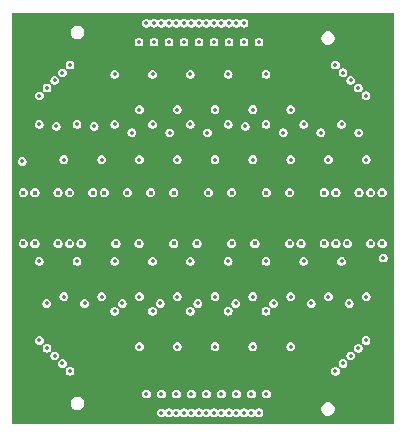
<source format=gbr>
%TF.GenerationSoftware,KiCad,Pcbnew,9.0.6*%
%TF.CreationDate,2025-11-12T11:45:23+01:00*%
%TF.ProjectId,S13552_64Ch_Adapter_BGA2803_V2,53313335-3532-45f3-9634-43685f416461,1*%
%TF.SameCoordinates,Original*%
%TF.FileFunction,Copper,L4,Inr*%
%TF.FilePolarity,Positive*%
%FSLAX46Y46*%
G04 Gerber Fmt 4.6, Leading zero omitted, Abs format (unit mm)*
G04 Created by KiCad (PCBNEW 9.0.6) date 2025-11-12 11:45:23*
%MOMM*%
%LPD*%
G01*
G04 APERTURE LIST*
%TA.AperFunction,ComponentPad*%
%ADD10O,3.000000X2.600000*%
%TD*%
%TA.AperFunction,ViaPad*%
%ADD11C,0.400000*%
%TD*%
%TA.AperFunction,ViaPad*%
%ADD12C,0.350000*%
%TD*%
G04 APERTURE END LIST*
D10*
%TO.N,GND*%
%TO.C,H102*%
X86340000Y-45167114D03*
%TD*%
%TO.N,GND*%
%TO.C,H104*%
X114879999Y-76167098D03*
%TD*%
%TO.N,GND*%
%TO.C,H103*%
X86340000Y-76167098D03*
%TD*%
%TO.N,GND*%
%TO.C,H101*%
X114880000Y-45167114D03*
%TD*%
D11*
%TO.N,Ch_6*%
X113840000Y-58517107D03*
%TO.N,Ch_22*%
X106000000Y-58517107D03*
%TO.N,Ch_11*%
X110900000Y-62817107D03*
%TO.N,Ch_10*%
X111880000Y-58517107D03*
%TO.N,Ch_62*%
X86400000Y-58517107D03*
%TO.N,Ch_43*%
X95220000Y-62817107D03*
%TO.N,Ch_64*%
X85420000Y-58517107D03*
%TO.N,Ch_52*%
X91300000Y-58517107D03*
%TO.N,Ch_18*%
X107960000Y-58517107D03*
%TO.N,Ch_23*%
X105020000Y-62817107D03*
%TO.N,Ch_32*%
X101100000Y-58517107D03*
%TO.N,Ch_37*%
X98160000Y-62817107D03*
%TO.N,Ch_46*%
X94240000Y-58517107D03*
%TO.N,Ch_3*%
X114820000Y-62817107D03*
%TO.N,Ch_1*%
X115800000Y-62817107D03*
%TO.N,Ch_27*%
X103060000Y-62817107D03*
%TO.N,Ch_9*%
X111880000Y-62817107D03*
%TO.N,Ch_7*%
X112860000Y-62817107D03*
%TO.N,Ch_61*%
X86400000Y-62817107D03*
%TO.N,Ch_4*%
X114820000Y-58517107D03*
%TO.N,Ch_12*%
X110900000Y-58517107D03*
%TO.N,Ch_58*%
X88360000Y-58517107D03*
%TO.N,Ch_38*%
X98160000Y-58517107D03*
%TO.N,Ch_55*%
X89340000Y-62817107D03*
%TO.N,Ch_53*%
X90320000Y-62817107D03*
%TO.N,Ch_56*%
X89340000Y-58517107D03*
%TO.N,Ch_50*%
X92280000Y-58517107D03*
%TO.N,Ch_47*%
X93260000Y-62817107D03*
%TO.N,Ch_57*%
X88360000Y-62817107D03*
%TO.N,Ch_17*%
X107960000Y-62817107D03*
%TO.N,Ch_42*%
X96200000Y-58517107D03*
%TO.N,Ch_63*%
X85420000Y-62817107D03*
%TO.N,Ch_33*%
X100120000Y-62817107D03*
%TO.N,Ch_2*%
X115800000Y-58517107D03*
%TO.N,Ch_15*%
X108940000Y-62817107D03*
%TO.N,Ch_28*%
X103060000Y-58517107D03*
D12*
%TO.N,GND*%
X113500000Y-50737107D03*
X116245052Y-49407518D03*
X93110000Y-57267107D03*
X85910002Y-63163375D03*
X87400590Y-48327696D03*
X90119479Y-48286586D03*
X97590000Y-50597107D03*
X100530000Y-54507107D03*
X115560000Y-53057107D03*
X90810000Y-58170838D03*
X91402500Y-75567098D03*
X116210000Y-50747107D03*
X93860000Y-63727107D03*
X88100000Y-77417107D03*
X109817500Y-44167114D03*
X106490002Y-63163375D03*
X107470000Y-58170838D03*
X113410000Y-54517107D03*
X115484651Y-70734635D03*
X91890000Y-68487107D03*
X87380000Y-74377107D03*
X85670000Y-51667107D03*
X86741204Y-72112619D03*
X98650002Y-63163375D03*
X85130000Y-73297107D03*
X85910000Y-58170838D03*
X101610000Y-57227107D03*
X88270000Y-75137107D03*
X85680000Y-64847107D03*
X115540000Y-55987107D03*
X97670002Y-63163375D03*
X102900000Y-57447107D03*
X90810002Y-63163375D03*
X108510000Y-57157107D03*
X85060000Y-67327107D03*
X85680000Y-70580000D03*
X112070000Y-70077107D03*
X93630000Y-73367107D03*
X98650000Y-58170838D03*
X102570000Y-58170838D03*
X110420000Y-57397107D03*
X111840000Y-49017107D03*
X107470002Y-63163375D03*
X89830002Y-63163375D03*
X101590000Y-58170838D03*
X113229547Y-46495772D03*
X110710000Y-47797107D03*
X92037500Y-44167114D03*
X110210000Y-54547107D03*
X114330002Y-63163375D03*
X91090000Y-66017107D03*
X84940000Y-46887107D03*
X92037500Y-77167098D03*
X115800000Y-68497107D03*
X94210000Y-54457107D03*
X91790000Y-58170838D03*
X84808359Y-62804650D03*
X115560000Y-51050000D03*
X91450000Y-57397107D03*
X113170641Y-47678926D03*
X102570002Y-63163375D03*
X109817500Y-77167098D03*
X97670000Y-58170838D03*
X111920000Y-56797107D03*
X115116952Y-71708968D03*
X116170000Y-52250000D03*
X112370000Y-58170838D03*
X115790000Y-65837107D03*
X114600000Y-72767107D03*
X114468181Y-48976466D03*
X88710000Y-68537107D03*
X87870002Y-63163375D03*
X92037500Y-45767114D03*
X86530000Y-57307107D03*
X109182500Y-77167098D03*
X110230000Y-66027107D03*
X95980000Y-47057107D03*
X113350002Y-63163375D03*
X115790000Y-67147107D03*
X88049360Y-47678926D03*
X115116952Y-49625237D03*
X114500000Y-68527107D03*
X97400000Y-54577107D03*
X114320000Y-47477107D03*
X93307500Y-75567098D03*
X115460000Y-69507107D03*
X90630000Y-47477107D03*
X108450002Y-63163375D03*
X100610002Y-63163375D03*
X113819411Y-73006509D03*
X112521870Y-47030155D03*
X100610000Y-58170838D03*
X93750002Y-63163375D03*
X97420000Y-65967107D03*
X94730002Y-63163375D03*
X85030000Y-71477107D03*
X91150000Y-74142114D03*
X111390002Y-63163375D03*
X85430000Y-53077107D03*
X115200000Y-57207107D03*
X116380000Y-72910000D03*
X104530000Y-58170838D03*
X113170641Y-73655279D03*
X86103049Y-49625237D03*
X92770000Y-58170838D03*
X110410002Y-63163375D03*
X103810000Y-66007107D03*
X109010000Y-63637107D03*
X111190000Y-68557107D03*
X90367505Y-73262144D03*
X103550002Y-63163375D03*
X85550000Y-52357107D03*
X100600000Y-65977107D03*
X87870000Y-58170838D03*
X113430000Y-66057107D03*
X89830000Y-58170838D03*
X93750000Y-58170838D03*
X110660000Y-73807107D03*
X103550000Y-58170838D03*
X116399994Y-58520161D03*
X115490000Y-48297107D03*
X91790002Y-63163375D03*
X112990000Y-77370000D03*
X88850000Y-58170838D03*
X91402500Y-44167114D03*
X89660000Y-57517107D03*
X115310000Y-58170838D03*
X115008007Y-73973872D03*
X85100000Y-48077107D03*
X85570000Y-72467107D03*
X104810000Y-72737107D03*
X91402500Y-77167098D03*
X105510000Y-58170838D03*
X107060000Y-65947107D03*
X87860000Y-70797107D03*
X88698130Y-74304050D03*
X108450000Y-58170838D03*
X87740000Y-54507107D03*
X101560000Y-72717107D03*
X104530002Y-63163375D03*
X85590000Y-68227107D03*
X92672500Y-75567098D03*
X109182500Y-75567098D03*
X93942500Y-45767114D03*
X108800000Y-73257107D03*
X96690002Y-63163375D03*
X103770000Y-54517107D03*
X87400589Y-73006509D03*
X91010000Y-70917107D03*
X103890000Y-50087107D03*
X86890000Y-58170838D03*
X99630002Y-63163375D03*
X116090000Y-53957107D03*
X86110000Y-47167107D03*
X90950000Y-54467107D03*
X94250000Y-50507107D03*
X96330000Y-57267107D03*
X95710000Y-58170838D03*
X86751820Y-48976466D03*
X109817500Y-45767114D03*
X85040000Y-63957107D03*
X101590002Y-63163375D03*
X115310002Y-63163375D03*
X99620000Y-57247107D03*
X112521870Y-74304050D03*
X108547500Y-45767114D03*
X115530000Y-54947107D03*
X114330000Y-58170838D03*
X110410000Y-58170838D03*
X88049359Y-73655279D03*
X97980000Y-57337107D03*
X107030000Y-54487107D03*
X107420000Y-57437107D03*
X113819411Y-48327696D03*
X86103048Y-71708968D03*
X109430002Y-63163375D03*
X111390000Y-58170838D03*
X110560000Y-46617107D03*
X110390000Y-71507107D03*
X85670000Y-50747107D03*
X112370002Y-63163375D03*
X85030000Y-70197107D03*
X94505991Y-57405039D03*
X116300000Y-46647107D03*
X88698131Y-47030155D03*
X106490000Y-58170838D03*
X95710002Y-63163375D03*
X88850002Y-63163375D03*
X110320000Y-50587107D03*
X86700000Y-73707107D03*
X88330000Y-57317107D03*
X107110000Y-49817107D03*
X85600000Y-66557107D03*
X116040000Y-57447107D03*
X94240000Y-65967107D03*
X113060000Y-63747107D03*
X105510002Y-63163375D03*
X92770002Y-63163375D03*
X109182500Y-45767114D03*
X86890002Y-63163375D03*
X94350000Y-70287107D03*
X96690000Y-58170838D03*
X94730000Y-58170838D03*
X97270000Y-70307107D03*
X99630000Y-58170838D03*
X113350000Y-58170838D03*
X116290000Y-47607107D03*
X109182500Y-44167114D03*
X85010000Y-68877107D03*
X99600000Y-63667107D03*
X99010000Y-72317107D03*
X92520000Y-72787107D03*
X103100000Y-63657107D03*
X85100000Y-65777107D03*
X109430000Y-58170838D03*
X87860000Y-66067107D03*
X92037500Y-75567098D03*
X96482500Y-77167098D03*
X107912500Y-45767114D03*
X90810000Y-52872809D03*
X87610001Y-52872810D03*
X92672500Y-45767114D03*
X93942500Y-75567098D03*
X104737500Y-44167114D03*
X93307500Y-45767114D03*
X108547500Y-75567098D03*
X106007500Y-77167098D03*
X95847500Y-77167098D03*
X95212500Y-44167114D03*
X105372500Y-44167114D03*
X94577500Y-75567098D03*
X107912500Y-75567098D03*
X106642500Y-45767114D03*
X106642500Y-75567098D03*
X94577500Y-45767114D03*
X107277500Y-75567098D03*
X107277500Y-45767114D03*
%TO.N,+3V3*%
X105965000Y-64324214D03*
X104855000Y-51484214D03*
X93165000Y-64324214D03*
X99565000Y-68554214D03*
X98455000Y-55714214D03*
X88855000Y-55714214D03*
X109165000Y-64324214D03*
X102765000Y-68554214D03*
X99565000Y-64324214D03*
X89965000Y-64324214D03*
X104855000Y-55714214D03*
X93165000Y-68554214D03*
X95255000Y-51484214D03*
X96365000Y-68554214D03*
X108055000Y-51484214D03*
X112365000Y-64324214D03*
X92055000Y-55714214D03*
X95255000Y-55714214D03*
X98455000Y-51484214D03*
X111255000Y-55714214D03*
X101655000Y-51484214D03*
X102765000Y-64324214D03*
X96365000Y-64324214D03*
X86765000Y-64324214D03*
X114455000Y-55714214D03*
X105965000Y-68554214D03*
X108055000Y-55714214D03*
X101655000Y-55714214D03*
%TO.N,+1V1*%
X95255000Y-71544214D03*
X99565000Y-52724214D03*
X102765000Y-52724214D03*
X93165000Y-48494214D03*
X112491819Y-72976457D03*
X114438130Y-71030146D03*
X101655000Y-71544214D03*
X108055000Y-71544214D03*
X87430642Y-49655288D03*
X111843048Y-47708977D03*
X92055000Y-67314214D03*
X111843048Y-73625228D03*
X98455000Y-67314214D03*
X113789359Y-71678917D03*
X86781871Y-50304059D03*
X88079411Y-72327687D03*
X96365000Y-52724214D03*
X113140589Y-49006518D03*
X89376953Y-47708977D03*
X104855000Y-71544214D03*
X86765000Y-52724214D03*
X99565000Y-48494214D03*
X89376952Y-73625228D03*
X105965000Y-48494214D03*
X98455000Y-71544214D03*
X86781870Y-71030146D03*
X88728181Y-72976457D03*
X101655000Y-67314214D03*
X113789359Y-49655288D03*
X114455000Y-67314214D03*
X113140589Y-72327687D03*
X109165000Y-52724214D03*
X88079412Y-49006518D03*
X88728182Y-48357748D03*
X93165000Y-52724214D03*
X114438130Y-50304059D03*
X102765000Y-48494214D03*
X89965000Y-52724214D03*
X96365000Y-48494214D03*
X105965000Y-52724214D03*
X88855000Y-67314214D03*
X95255000Y-67314214D03*
X111255000Y-67314214D03*
X112365000Y-52724214D03*
X87430641Y-71678917D03*
X112491819Y-48357748D03*
X104855000Y-67314214D03*
X108055000Y-67314214D03*
%TO.N,Net-(C1-Pad1)*%
X115897107Y-64054214D03*
%TO.N,Net-(C2-Pad1)*%
X85327107Y-55874214D03*
%TO.N,out_Ch_50*%
X97752500Y-45767114D03*
X94615000Y-53442107D03*
%TO.N,out_Ch_62*%
X88215000Y-52902107D03*
X95212500Y-45767114D03*
%TO.N,out_Ch_56*%
X91415000Y-52902107D03*
X96482500Y-45767114D03*
%TO.N,out_Ch_48*%
X97117500Y-44167114D03*
%TO.N,out_Ch_42*%
X97815000Y-53442107D03*
X99022500Y-45767114D03*
%TO.N,out_Ch_32*%
X101015000Y-53442107D03*
X100292500Y-45767114D03*
%TO.N,out_Ch_22*%
X101562500Y-45767114D03*
X104215000Y-52902107D03*
%TO.N,out_Ch_12*%
X102832500Y-45767114D03*
X107415000Y-53442107D03*
%TO.N,out_Ch_6*%
X110615000Y-53442107D03*
X104102500Y-45767114D03*
%TO.N,out_Ch_2*%
X105372500Y-45767114D03*
X113815000Y-53442107D03*
%TO.N,out_Ch_40*%
X98387500Y-44167114D03*
%TO.N,out_Ch_34*%
X99657500Y-44167114D03*
%TO.N,out_Ch_26*%
X100927500Y-44167114D03*
%TO.N,out_Ch_20*%
X102197500Y-44167114D03*
%TO.N,out_Ch_60*%
X95847500Y-44167114D03*
%TO.N,out_Ch_54*%
X96482500Y-44167114D03*
%TO.N,out_Ch_8*%
X104102500Y-44167114D03*
%TO.N,out_Ch_44*%
X97752500Y-44167114D03*
%TO.N,out_Ch_36*%
X99022500Y-44167114D03*
%TO.N,out_Ch_30*%
X100292500Y-44167114D03*
%TO.N,out_Ch_24*%
X101562500Y-44167114D03*
%TO.N,out_Ch_16*%
X102832500Y-44167114D03*
%TO.N,out_Ch_14*%
X103467500Y-44167114D03*
%TO.N,out_Ch_13*%
X104737500Y-77167098D03*
%TO.N,out_Ch_19*%
X104102500Y-77167098D03*
%TO.N,out_Ch_25*%
X102832500Y-77167098D03*
%TO.N,out_Ch_35*%
X100927500Y-77167098D03*
%TO.N,out_Ch_51*%
X97752500Y-77167098D03*
%TO.N,out_Ch_5*%
X105372500Y-77167098D03*
%TO.N,out_Ch_45*%
X99022500Y-77167098D03*
%TO.N,out_Ch_41*%
X99657500Y-77167098D03*
%TO.N,out_Ch_49*%
X98387500Y-77167098D03*
%TO.N,out_Ch_29*%
X102197500Y-77167098D03*
%TO.N,out_Ch_39*%
X100292500Y-77167098D03*
%TO.N,out_Ch_21*%
X103467500Y-77167098D03*
%TO.N,out_Ch_59*%
X97117500Y-77167098D03*
%TO.N,out_Ch_31*%
X101562500Y-77167098D03*
%TO.N,out_Ch_63*%
X95847500Y-75567098D03*
X87405000Y-67892107D03*
%TO.N,out_Ch_23*%
X102197500Y-75567098D03*
X103405000Y-67892107D03*
%TO.N,out_Ch_43*%
X99657500Y-75567098D03*
X97005000Y-67892107D03*
%TO.N,out_Ch_15*%
X103467500Y-75567098D03*
X106605000Y-67892107D03*
%TO.N,out_Ch_53*%
X93805000Y-67892107D03*
X98387500Y-75567098D03*
%TO.N,out_Ch_9*%
X109805000Y-67892107D03*
X104737500Y-75567098D03*
%TO.N,out_Ch_3*%
X113005000Y-67892107D03*
X106007500Y-75567098D03*
%TO.N,out_Ch_57*%
X90605000Y-67892107D03*
X97117500Y-75567098D03*
%TO.N,out_Ch_33*%
X100927500Y-75567098D03*
X100205000Y-67892107D03*
%TD*%
%TA.AperFunction,Conductor*%
%TO.N,GND*%
G36*
X116765148Y-43281959D02*
G01*
X116779500Y-43316607D01*
X116779500Y-78017598D01*
X116765148Y-78052246D01*
X116730500Y-78066598D01*
X84489500Y-78066598D01*
X84454852Y-78052246D01*
X84440500Y-78017598D01*
X84440500Y-77117660D01*
X96742000Y-77117660D01*
X96742000Y-77216535D01*
X96767589Y-77312034D01*
X96767590Y-77312038D01*
X96803006Y-77373379D01*
X96817025Y-77397660D01*
X96886938Y-77467573D01*
X96918276Y-77485666D01*
X96972559Y-77517007D01*
X96972561Y-77517007D01*
X96972562Y-77517008D01*
X96996437Y-77523405D01*
X97068062Y-77542598D01*
X97068065Y-77542598D01*
X97166937Y-77542598D01*
X97214686Y-77529803D01*
X97262438Y-77517008D01*
X97348062Y-77467573D01*
X97400352Y-77415283D01*
X97435000Y-77400931D01*
X97469648Y-77415283D01*
X97521938Y-77467573D01*
X97553276Y-77485666D01*
X97607559Y-77517007D01*
X97607561Y-77517007D01*
X97607562Y-77517008D01*
X97631437Y-77523405D01*
X97703062Y-77542598D01*
X97703065Y-77542598D01*
X97801937Y-77542598D01*
X97849686Y-77529803D01*
X97897438Y-77517008D01*
X97983062Y-77467573D01*
X98035352Y-77415283D01*
X98070000Y-77400931D01*
X98104648Y-77415283D01*
X98156938Y-77467573D01*
X98188276Y-77485666D01*
X98242559Y-77517007D01*
X98242561Y-77517007D01*
X98242562Y-77517008D01*
X98266437Y-77523405D01*
X98338062Y-77542598D01*
X98338065Y-77542598D01*
X98436937Y-77542598D01*
X98484686Y-77529803D01*
X98532438Y-77517008D01*
X98618062Y-77467573D01*
X98670352Y-77415283D01*
X98705000Y-77400931D01*
X98739648Y-77415283D01*
X98791938Y-77467573D01*
X98823276Y-77485666D01*
X98877559Y-77517007D01*
X98877561Y-77517007D01*
X98877562Y-77517008D01*
X98901437Y-77523405D01*
X98973062Y-77542598D01*
X98973065Y-77542598D01*
X99071937Y-77542598D01*
X99119686Y-77529803D01*
X99167438Y-77517008D01*
X99253062Y-77467573D01*
X99305352Y-77415283D01*
X99340000Y-77400931D01*
X99374648Y-77415283D01*
X99426938Y-77467573D01*
X99458276Y-77485666D01*
X99512559Y-77517007D01*
X99512561Y-77517007D01*
X99512562Y-77517008D01*
X99536437Y-77523405D01*
X99608062Y-77542598D01*
X99608065Y-77542598D01*
X99706937Y-77542598D01*
X99754686Y-77529803D01*
X99802438Y-77517008D01*
X99888062Y-77467573D01*
X99940352Y-77415283D01*
X99975000Y-77400931D01*
X100009648Y-77415283D01*
X100061938Y-77467573D01*
X100093276Y-77485666D01*
X100147559Y-77517007D01*
X100147561Y-77517007D01*
X100147562Y-77517008D01*
X100171437Y-77523405D01*
X100243062Y-77542598D01*
X100243065Y-77542598D01*
X100341937Y-77542598D01*
X100389686Y-77529803D01*
X100437438Y-77517008D01*
X100523062Y-77467573D01*
X100575352Y-77415283D01*
X100610000Y-77400931D01*
X100644648Y-77415283D01*
X100696938Y-77467573D01*
X100728276Y-77485666D01*
X100782559Y-77517007D01*
X100782561Y-77517007D01*
X100782562Y-77517008D01*
X100806437Y-77523405D01*
X100878062Y-77542598D01*
X100878065Y-77542598D01*
X100976937Y-77542598D01*
X101024686Y-77529803D01*
X101072438Y-77517008D01*
X101158062Y-77467573D01*
X101210352Y-77415283D01*
X101245000Y-77400931D01*
X101279648Y-77415283D01*
X101331938Y-77467573D01*
X101363276Y-77485666D01*
X101417559Y-77517007D01*
X101417561Y-77517007D01*
X101417562Y-77517008D01*
X101441437Y-77523405D01*
X101513062Y-77542598D01*
X101513065Y-77542598D01*
X101611937Y-77542598D01*
X101659686Y-77529803D01*
X101707438Y-77517008D01*
X101793062Y-77467573D01*
X101845352Y-77415283D01*
X101880000Y-77400931D01*
X101914648Y-77415283D01*
X101966938Y-77467573D01*
X101998276Y-77485666D01*
X102052559Y-77517007D01*
X102052561Y-77517007D01*
X102052562Y-77517008D01*
X102076437Y-77523405D01*
X102148062Y-77542598D01*
X102148065Y-77542598D01*
X102246937Y-77542598D01*
X102294686Y-77529803D01*
X102342438Y-77517008D01*
X102428062Y-77467573D01*
X102480352Y-77415283D01*
X102515000Y-77400931D01*
X102549648Y-77415283D01*
X102601938Y-77467573D01*
X102633276Y-77485666D01*
X102687559Y-77517007D01*
X102687561Y-77517007D01*
X102687562Y-77517008D01*
X102711437Y-77523405D01*
X102783062Y-77542598D01*
X102783065Y-77542598D01*
X102881937Y-77542598D01*
X102929686Y-77529803D01*
X102977438Y-77517008D01*
X103063062Y-77467573D01*
X103115352Y-77415283D01*
X103150000Y-77400931D01*
X103184648Y-77415283D01*
X103236938Y-77467573D01*
X103268276Y-77485666D01*
X103322559Y-77517007D01*
X103322561Y-77517007D01*
X103322562Y-77517008D01*
X103346437Y-77523405D01*
X103418062Y-77542598D01*
X103418065Y-77542598D01*
X103516937Y-77542598D01*
X103564686Y-77529803D01*
X103612438Y-77517008D01*
X103698062Y-77467573D01*
X103750352Y-77415283D01*
X103785000Y-77400931D01*
X103819648Y-77415283D01*
X103871938Y-77467573D01*
X103903276Y-77485666D01*
X103957559Y-77517007D01*
X103957561Y-77517007D01*
X103957562Y-77517008D01*
X103981437Y-77523405D01*
X104053062Y-77542598D01*
X104053065Y-77542598D01*
X104151937Y-77542598D01*
X104199686Y-77529803D01*
X104247438Y-77517008D01*
X104333062Y-77467573D01*
X104385352Y-77415283D01*
X104420000Y-77400931D01*
X104454648Y-77415283D01*
X104506938Y-77467573D01*
X104538276Y-77485666D01*
X104592559Y-77517007D01*
X104592561Y-77517007D01*
X104592562Y-77517008D01*
X104616437Y-77523405D01*
X104688062Y-77542598D01*
X104688065Y-77542598D01*
X104786937Y-77542598D01*
X104834686Y-77529803D01*
X104882438Y-77517008D01*
X104968062Y-77467573D01*
X105020352Y-77415283D01*
X105055000Y-77400931D01*
X105089648Y-77415283D01*
X105141938Y-77467573D01*
X105173276Y-77485666D01*
X105227559Y-77517007D01*
X105227561Y-77517007D01*
X105227562Y-77517008D01*
X105251437Y-77523405D01*
X105323062Y-77542598D01*
X105323065Y-77542598D01*
X105421937Y-77542598D01*
X105469686Y-77529803D01*
X105517438Y-77517008D01*
X105603062Y-77467573D01*
X105672975Y-77397660D01*
X105722410Y-77312036D01*
X105735205Y-77264284D01*
X105748000Y-77216535D01*
X105748000Y-77117660D01*
X105722410Y-77022161D01*
X105722409Y-77022157D01*
X105672974Y-76936535D01*
X105603062Y-76866623D01*
X105517440Y-76817188D01*
X105517436Y-76817187D01*
X105473633Y-76805450D01*
X105421938Y-76791598D01*
X105421935Y-76791598D01*
X105323065Y-76791598D01*
X105323062Y-76791598D01*
X105227563Y-76817187D01*
X105227559Y-76817188D01*
X105141937Y-76866623D01*
X105141937Y-76866624D01*
X105089648Y-76918913D01*
X105055000Y-76933265D01*
X105020352Y-76918913D01*
X104968062Y-76866623D01*
X104882440Y-76817188D01*
X104882436Y-76817187D01*
X104786938Y-76791598D01*
X104786935Y-76791598D01*
X104688065Y-76791598D01*
X104688062Y-76791598D01*
X104592563Y-76817187D01*
X104592559Y-76817188D01*
X104506937Y-76866623D01*
X104506937Y-76866624D01*
X104454648Y-76918913D01*
X104420000Y-76933265D01*
X104385352Y-76918913D01*
X104333062Y-76866623D01*
X104247440Y-76817188D01*
X104247436Y-76817187D01*
X104151938Y-76791598D01*
X104151935Y-76791598D01*
X104053065Y-76791598D01*
X104053062Y-76791598D01*
X103957563Y-76817187D01*
X103957559Y-76817188D01*
X103871937Y-76866623D01*
X103871937Y-76866624D01*
X103819648Y-76918913D01*
X103785000Y-76933265D01*
X103750352Y-76918913D01*
X103698062Y-76866623D01*
X103612440Y-76817188D01*
X103612436Y-76817187D01*
X103516938Y-76791598D01*
X103516935Y-76791598D01*
X103418065Y-76791598D01*
X103418062Y-76791598D01*
X103322563Y-76817187D01*
X103322559Y-76817188D01*
X103236937Y-76866623D01*
X103236937Y-76866624D01*
X103184648Y-76918913D01*
X103150000Y-76933265D01*
X103115352Y-76918913D01*
X103063062Y-76866623D01*
X102977440Y-76817188D01*
X102977436Y-76817187D01*
X102881938Y-76791598D01*
X102881935Y-76791598D01*
X102783065Y-76791598D01*
X102783062Y-76791598D01*
X102687563Y-76817187D01*
X102687559Y-76817188D01*
X102601937Y-76866623D01*
X102601937Y-76866624D01*
X102549648Y-76918913D01*
X102515000Y-76933265D01*
X102480352Y-76918913D01*
X102428062Y-76866623D01*
X102342440Y-76817188D01*
X102342436Y-76817187D01*
X102246938Y-76791598D01*
X102246935Y-76791598D01*
X102148065Y-76791598D01*
X102148062Y-76791598D01*
X102052563Y-76817187D01*
X102052559Y-76817188D01*
X101966937Y-76866623D01*
X101966937Y-76866624D01*
X101914648Y-76918913D01*
X101880000Y-76933265D01*
X101845352Y-76918913D01*
X101793062Y-76866623D01*
X101707440Y-76817188D01*
X101707436Y-76817187D01*
X101611938Y-76791598D01*
X101611935Y-76791598D01*
X101513065Y-76791598D01*
X101513062Y-76791598D01*
X101417563Y-76817187D01*
X101417559Y-76817188D01*
X101331937Y-76866623D01*
X101331937Y-76866624D01*
X101279648Y-76918913D01*
X101245000Y-76933265D01*
X101210352Y-76918913D01*
X101158062Y-76866623D01*
X101072440Y-76817188D01*
X101072436Y-76817187D01*
X100976938Y-76791598D01*
X100976935Y-76791598D01*
X100878065Y-76791598D01*
X100878062Y-76791598D01*
X100782563Y-76817187D01*
X100782559Y-76817188D01*
X100696937Y-76866623D01*
X100696937Y-76866624D01*
X100644648Y-76918913D01*
X100610000Y-76933265D01*
X100575352Y-76918913D01*
X100523062Y-76866623D01*
X100437440Y-76817188D01*
X100437436Y-76817187D01*
X100341938Y-76791598D01*
X100341935Y-76791598D01*
X100243065Y-76791598D01*
X100243062Y-76791598D01*
X100147563Y-76817187D01*
X100147559Y-76817188D01*
X100061937Y-76866623D01*
X100061937Y-76866624D01*
X100009648Y-76918913D01*
X99975000Y-76933265D01*
X99940352Y-76918913D01*
X99888062Y-76866623D01*
X99802440Y-76817188D01*
X99802436Y-76817187D01*
X99706938Y-76791598D01*
X99706935Y-76791598D01*
X99608065Y-76791598D01*
X99608062Y-76791598D01*
X99512563Y-76817187D01*
X99512559Y-76817188D01*
X99426937Y-76866623D01*
X99426937Y-76866624D01*
X99374648Y-76918913D01*
X99340000Y-76933265D01*
X99305352Y-76918913D01*
X99253062Y-76866623D01*
X99167440Y-76817188D01*
X99167436Y-76817187D01*
X99071938Y-76791598D01*
X99071935Y-76791598D01*
X98973065Y-76791598D01*
X98973062Y-76791598D01*
X98877563Y-76817187D01*
X98877559Y-76817188D01*
X98791937Y-76866623D01*
X98791937Y-76866624D01*
X98739648Y-76918913D01*
X98705000Y-76933265D01*
X98670352Y-76918913D01*
X98618062Y-76866623D01*
X98532440Y-76817188D01*
X98532436Y-76817187D01*
X98436938Y-76791598D01*
X98436935Y-76791598D01*
X98338065Y-76791598D01*
X98338062Y-76791598D01*
X98242563Y-76817187D01*
X98242559Y-76817188D01*
X98156937Y-76866623D01*
X98156937Y-76866624D01*
X98104648Y-76918913D01*
X98070000Y-76933265D01*
X98035352Y-76918913D01*
X97983062Y-76866623D01*
X97897440Y-76817188D01*
X97897436Y-76817187D01*
X97801938Y-76791598D01*
X97801935Y-76791598D01*
X97703065Y-76791598D01*
X97703062Y-76791598D01*
X97607563Y-76817187D01*
X97607559Y-76817188D01*
X97521937Y-76866623D01*
X97521937Y-76866624D01*
X97469648Y-76918913D01*
X97435000Y-76933265D01*
X97400352Y-76918913D01*
X97348062Y-76866623D01*
X97262440Y-76817188D01*
X97262436Y-76817187D01*
X97166938Y-76791598D01*
X97166935Y-76791598D01*
X97068065Y-76791598D01*
X97068062Y-76791598D01*
X96972563Y-76817187D01*
X96972559Y-76817188D01*
X96886937Y-76866623D01*
X96886937Y-76866624D01*
X96817026Y-76936535D01*
X96817025Y-76936535D01*
X96767590Y-77022157D01*
X96767589Y-77022161D01*
X96742000Y-77117660D01*
X84440500Y-77117660D01*
X84440500Y-76291328D01*
X89424500Y-76291328D01*
X89424500Y-76442867D01*
X89463718Y-76589231D01*
X89463719Y-76589235D01*
X89539485Y-76720463D01*
X89646635Y-76827613D01*
X89694666Y-76855344D01*
X89777862Y-76903378D01*
X89777864Y-76903378D01*
X89777865Y-76903379D01*
X89889402Y-76933265D01*
X89924230Y-76942597D01*
X89924231Y-76942598D01*
X89924234Y-76942598D01*
X90075769Y-76942598D01*
X90075769Y-76942597D01*
X90222135Y-76903379D01*
X90353365Y-76827613D01*
X90419650Y-76761328D01*
X110644500Y-76761328D01*
X110644500Y-76912867D01*
X110683718Y-77059231D01*
X110683719Y-77059235D01*
X110759485Y-77190463D01*
X110866635Y-77297613D01*
X110891620Y-77312038D01*
X110997862Y-77373378D01*
X110997864Y-77373378D01*
X110997865Y-77373379D01*
X111088484Y-77397660D01*
X111144230Y-77412597D01*
X111144231Y-77412598D01*
X111144234Y-77412598D01*
X111295769Y-77412598D01*
X111295769Y-77412597D01*
X111442135Y-77373379D01*
X111451156Y-77368171D01*
X111459718Y-77363227D01*
X111573365Y-77297613D01*
X111680515Y-77190463D01*
X111756281Y-77059233D01*
X111795499Y-76912867D01*
X111795500Y-76912867D01*
X111795500Y-76761329D01*
X111795499Y-76761328D01*
X111756281Y-76614964D01*
X111756280Y-76614960D01*
X111680514Y-76483732D01*
X111573365Y-76376583D01*
X111442137Y-76300817D01*
X111442133Y-76300816D01*
X111295769Y-76261598D01*
X111295766Y-76261598D01*
X111144234Y-76261598D01*
X111144231Y-76261598D01*
X110997866Y-76300816D01*
X110997862Y-76300817D01*
X110866634Y-76376583D01*
X110866634Y-76376584D01*
X110759486Y-76483732D01*
X110759485Y-76483732D01*
X110683719Y-76614960D01*
X110683718Y-76614964D01*
X110644500Y-76761328D01*
X90419650Y-76761328D01*
X90460515Y-76720463D01*
X90536281Y-76589233D01*
X90575499Y-76442867D01*
X90575500Y-76442867D01*
X90575500Y-76291329D01*
X90575499Y-76291328D01*
X90536281Y-76144964D01*
X90536280Y-76144960D01*
X90460514Y-76013732D01*
X90353365Y-75906583D01*
X90222137Y-75830817D01*
X90222133Y-75830816D01*
X90075769Y-75791598D01*
X90075766Y-75791598D01*
X89924234Y-75791598D01*
X89924231Y-75791598D01*
X89777866Y-75830816D01*
X89777862Y-75830817D01*
X89646634Y-75906583D01*
X89646634Y-75906584D01*
X89539486Y-76013732D01*
X89539485Y-76013732D01*
X89463719Y-76144960D01*
X89463718Y-76144964D01*
X89424500Y-76291328D01*
X84440500Y-76291328D01*
X84440500Y-75517660D01*
X95472000Y-75517660D01*
X95472000Y-75616535D01*
X95497589Y-75712034D01*
X95497590Y-75712038D01*
X95543525Y-75791598D01*
X95547025Y-75797660D01*
X95616938Y-75867573D01*
X95648276Y-75885666D01*
X95702559Y-75917007D01*
X95702561Y-75917007D01*
X95702562Y-75917008D01*
X95726437Y-75923405D01*
X95798062Y-75942598D01*
X95798065Y-75942598D01*
X95896937Y-75942598D01*
X95944686Y-75929803D01*
X95992438Y-75917008D01*
X96078062Y-75867573D01*
X96147975Y-75797660D01*
X96197410Y-75712036D01*
X96210205Y-75664284D01*
X96223000Y-75616535D01*
X96223000Y-75517660D01*
X96742000Y-75517660D01*
X96742000Y-75616535D01*
X96767589Y-75712034D01*
X96767590Y-75712038D01*
X96813525Y-75791598D01*
X96817025Y-75797660D01*
X96886938Y-75867573D01*
X96918276Y-75885666D01*
X96972559Y-75917007D01*
X96972561Y-75917007D01*
X96972562Y-75917008D01*
X96996437Y-75923405D01*
X97068062Y-75942598D01*
X97068065Y-75942598D01*
X97166937Y-75942598D01*
X97214686Y-75929803D01*
X97262438Y-75917008D01*
X97348062Y-75867573D01*
X97417975Y-75797660D01*
X97467410Y-75712036D01*
X97480205Y-75664284D01*
X97493000Y-75616535D01*
X97493000Y-75517660D01*
X98012000Y-75517660D01*
X98012000Y-75616535D01*
X98037589Y-75712034D01*
X98037590Y-75712038D01*
X98083525Y-75791598D01*
X98087025Y-75797660D01*
X98156938Y-75867573D01*
X98188276Y-75885666D01*
X98242559Y-75917007D01*
X98242561Y-75917007D01*
X98242562Y-75917008D01*
X98266437Y-75923405D01*
X98338062Y-75942598D01*
X98338065Y-75942598D01*
X98436937Y-75942598D01*
X98484686Y-75929803D01*
X98532438Y-75917008D01*
X98618062Y-75867573D01*
X98687975Y-75797660D01*
X98737410Y-75712036D01*
X98750205Y-75664284D01*
X98763000Y-75616535D01*
X98763000Y-75517660D01*
X99282000Y-75517660D01*
X99282000Y-75616535D01*
X99307589Y-75712034D01*
X99307590Y-75712038D01*
X99353525Y-75791598D01*
X99357025Y-75797660D01*
X99426938Y-75867573D01*
X99458276Y-75885666D01*
X99512559Y-75917007D01*
X99512561Y-75917007D01*
X99512562Y-75917008D01*
X99536437Y-75923405D01*
X99608062Y-75942598D01*
X99608065Y-75942598D01*
X99706937Y-75942598D01*
X99754686Y-75929803D01*
X99802438Y-75917008D01*
X99888062Y-75867573D01*
X99957975Y-75797660D01*
X100007410Y-75712036D01*
X100020205Y-75664284D01*
X100033000Y-75616535D01*
X100033000Y-75517660D01*
X100552000Y-75517660D01*
X100552000Y-75616535D01*
X100577589Y-75712034D01*
X100577590Y-75712038D01*
X100623525Y-75791598D01*
X100627025Y-75797660D01*
X100696938Y-75867573D01*
X100728276Y-75885666D01*
X100782559Y-75917007D01*
X100782561Y-75917007D01*
X100782562Y-75917008D01*
X100806437Y-75923405D01*
X100878062Y-75942598D01*
X100878065Y-75942598D01*
X100976937Y-75942598D01*
X101024686Y-75929803D01*
X101072438Y-75917008D01*
X101158062Y-75867573D01*
X101227975Y-75797660D01*
X101277410Y-75712036D01*
X101290205Y-75664284D01*
X101303000Y-75616535D01*
X101303000Y-75517660D01*
X101822000Y-75517660D01*
X101822000Y-75616535D01*
X101847589Y-75712034D01*
X101847590Y-75712038D01*
X101893525Y-75791598D01*
X101897025Y-75797660D01*
X101966938Y-75867573D01*
X101998276Y-75885666D01*
X102052559Y-75917007D01*
X102052561Y-75917007D01*
X102052562Y-75917008D01*
X102076437Y-75923405D01*
X102148062Y-75942598D01*
X102148065Y-75942598D01*
X102246937Y-75942598D01*
X102294686Y-75929803D01*
X102342438Y-75917008D01*
X102428062Y-75867573D01*
X102497975Y-75797660D01*
X102547410Y-75712036D01*
X102560205Y-75664284D01*
X102573000Y-75616535D01*
X102573000Y-75517660D01*
X103092000Y-75517660D01*
X103092000Y-75616535D01*
X103117589Y-75712034D01*
X103117590Y-75712038D01*
X103163525Y-75791598D01*
X103167025Y-75797660D01*
X103236938Y-75867573D01*
X103268276Y-75885666D01*
X103322559Y-75917007D01*
X103322561Y-75917007D01*
X103322562Y-75917008D01*
X103346437Y-75923405D01*
X103418062Y-75942598D01*
X103418065Y-75942598D01*
X103516937Y-75942598D01*
X103564686Y-75929803D01*
X103612438Y-75917008D01*
X103698062Y-75867573D01*
X103767975Y-75797660D01*
X103817410Y-75712036D01*
X103830205Y-75664284D01*
X103843000Y-75616535D01*
X103843000Y-75517660D01*
X104362000Y-75517660D01*
X104362000Y-75616535D01*
X104387589Y-75712034D01*
X104387590Y-75712038D01*
X104433525Y-75791598D01*
X104437025Y-75797660D01*
X104506938Y-75867573D01*
X104538276Y-75885666D01*
X104592559Y-75917007D01*
X104592561Y-75917007D01*
X104592562Y-75917008D01*
X104616437Y-75923405D01*
X104688062Y-75942598D01*
X104688065Y-75942598D01*
X104786937Y-75942598D01*
X104834686Y-75929803D01*
X104882438Y-75917008D01*
X104968062Y-75867573D01*
X105037975Y-75797660D01*
X105087410Y-75712036D01*
X105100205Y-75664284D01*
X105113000Y-75616535D01*
X105113000Y-75517660D01*
X105632000Y-75517660D01*
X105632000Y-75616535D01*
X105657589Y-75712034D01*
X105657590Y-75712038D01*
X105703525Y-75791598D01*
X105707025Y-75797660D01*
X105776938Y-75867573D01*
X105808276Y-75885666D01*
X105862559Y-75917007D01*
X105862561Y-75917007D01*
X105862562Y-75917008D01*
X105886437Y-75923405D01*
X105958062Y-75942598D01*
X105958065Y-75942598D01*
X106056937Y-75942598D01*
X106104686Y-75929803D01*
X106152438Y-75917008D01*
X106238062Y-75867573D01*
X106307975Y-75797660D01*
X106357410Y-75712036D01*
X106370205Y-75664284D01*
X106383000Y-75616535D01*
X106383000Y-75517660D01*
X106357410Y-75422161D01*
X106357409Y-75422157D01*
X106307974Y-75336535D01*
X106238062Y-75266623D01*
X106152440Y-75217188D01*
X106152436Y-75217187D01*
X106056938Y-75191598D01*
X106056935Y-75191598D01*
X105958065Y-75191598D01*
X105958062Y-75191598D01*
X105862563Y-75217187D01*
X105862559Y-75217188D01*
X105776937Y-75266623D01*
X105776937Y-75266624D01*
X105707026Y-75336535D01*
X105707025Y-75336535D01*
X105657590Y-75422157D01*
X105657589Y-75422161D01*
X105632000Y-75517660D01*
X105113000Y-75517660D01*
X105087410Y-75422161D01*
X105087409Y-75422157D01*
X105037974Y-75336535D01*
X104968062Y-75266623D01*
X104882440Y-75217188D01*
X104882436Y-75217187D01*
X104786938Y-75191598D01*
X104786935Y-75191598D01*
X104688065Y-75191598D01*
X104688062Y-75191598D01*
X104592563Y-75217187D01*
X104592559Y-75217188D01*
X104506937Y-75266623D01*
X104506937Y-75266624D01*
X104437026Y-75336535D01*
X104437025Y-75336535D01*
X104387590Y-75422157D01*
X104387589Y-75422161D01*
X104362000Y-75517660D01*
X103843000Y-75517660D01*
X103817410Y-75422161D01*
X103817409Y-75422157D01*
X103767974Y-75336535D01*
X103698062Y-75266623D01*
X103612440Y-75217188D01*
X103612436Y-75217187D01*
X103516938Y-75191598D01*
X103516935Y-75191598D01*
X103418065Y-75191598D01*
X103418062Y-75191598D01*
X103322563Y-75217187D01*
X103322559Y-75217188D01*
X103236937Y-75266623D01*
X103236937Y-75266624D01*
X103167026Y-75336535D01*
X103167025Y-75336535D01*
X103117590Y-75422157D01*
X103117589Y-75422161D01*
X103092000Y-75517660D01*
X102573000Y-75517660D01*
X102547410Y-75422161D01*
X102547409Y-75422157D01*
X102497974Y-75336535D01*
X102428062Y-75266623D01*
X102342440Y-75217188D01*
X102342436Y-75217187D01*
X102246938Y-75191598D01*
X102246935Y-75191598D01*
X102148065Y-75191598D01*
X102148062Y-75191598D01*
X102052563Y-75217187D01*
X102052559Y-75217188D01*
X101966937Y-75266623D01*
X101966937Y-75266624D01*
X101897026Y-75336535D01*
X101897025Y-75336535D01*
X101847590Y-75422157D01*
X101847589Y-75422161D01*
X101822000Y-75517660D01*
X101303000Y-75517660D01*
X101277410Y-75422161D01*
X101277409Y-75422157D01*
X101227974Y-75336535D01*
X101158062Y-75266623D01*
X101072440Y-75217188D01*
X101072436Y-75217187D01*
X100976938Y-75191598D01*
X100976935Y-75191598D01*
X100878065Y-75191598D01*
X100878062Y-75191598D01*
X100782563Y-75217187D01*
X100782559Y-75217188D01*
X100696937Y-75266623D01*
X100696937Y-75266624D01*
X100627026Y-75336535D01*
X100627025Y-75336535D01*
X100577590Y-75422157D01*
X100577589Y-75422161D01*
X100552000Y-75517660D01*
X100033000Y-75517660D01*
X100007410Y-75422161D01*
X100007409Y-75422157D01*
X99957974Y-75336535D01*
X99888062Y-75266623D01*
X99802440Y-75217188D01*
X99802436Y-75217187D01*
X99706938Y-75191598D01*
X99706935Y-75191598D01*
X99608065Y-75191598D01*
X99608062Y-75191598D01*
X99512563Y-75217187D01*
X99512559Y-75217188D01*
X99426937Y-75266623D01*
X99426937Y-75266624D01*
X99357026Y-75336535D01*
X99357025Y-75336535D01*
X99307590Y-75422157D01*
X99307589Y-75422161D01*
X99282000Y-75517660D01*
X98763000Y-75517660D01*
X98737410Y-75422161D01*
X98737409Y-75422157D01*
X98687974Y-75336535D01*
X98618062Y-75266623D01*
X98532440Y-75217188D01*
X98532436Y-75217187D01*
X98436938Y-75191598D01*
X98436935Y-75191598D01*
X98338065Y-75191598D01*
X98338062Y-75191598D01*
X98242563Y-75217187D01*
X98242559Y-75217188D01*
X98156937Y-75266623D01*
X98156937Y-75266624D01*
X98087026Y-75336535D01*
X98087025Y-75336535D01*
X98037590Y-75422157D01*
X98037589Y-75422161D01*
X98012000Y-75517660D01*
X97493000Y-75517660D01*
X97467410Y-75422161D01*
X97467409Y-75422157D01*
X97417974Y-75336535D01*
X97348062Y-75266623D01*
X97262440Y-75217188D01*
X97262436Y-75217187D01*
X97166938Y-75191598D01*
X97166935Y-75191598D01*
X97068065Y-75191598D01*
X97068062Y-75191598D01*
X96972563Y-75217187D01*
X96972559Y-75217188D01*
X96886937Y-75266623D01*
X96886937Y-75266624D01*
X96817026Y-75336535D01*
X96817025Y-75336535D01*
X96767590Y-75422157D01*
X96767589Y-75422161D01*
X96742000Y-75517660D01*
X96223000Y-75517660D01*
X96197410Y-75422161D01*
X96197409Y-75422157D01*
X96147974Y-75336535D01*
X96078062Y-75266623D01*
X95992440Y-75217188D01*
X95992436Y-75217187D01*
X95896938Y-75191598D01*
X95896935Y-75191598D01*
X95798065Y-75191598D01*
X95798062Y-75191598D01*
X95702563Y-75217187D01*
X95702559Y-75217188D01*
X95616937Y-75266623D01*
X95616937Y-75266624D01*
X95547026Y-75336535D01*
X95547025Y-75336535D01*
X95497590Y-75422157D01*
X95497589Y-75422161D01*
X95472000Y-75517660D01*
X84440500Y-75517660D01*
X84440500Y-73575790D01*
X89001452Y-73575790D01*
X89001452Y-73674665D01*
X89027041Y-73770164D01*
X89027042Y-73770168D01*
X89076477Y-73855790D01*
X89146390Y-73925703D01*
X89177728Y-73943796D01*
X89232011Y-73975137D01*
X89232013Y-73975137D01*
X89232014Y-73975138D01*
X89255889Y-73981535D01*
X89327514Y-74000728D01*
X89327517Y-74000728D01*
X89426389Y-74000728D01*
X89474138Y-73987933D01*
X89521890Y-73975138D01*
X89607514Y-73925703D01*
X89677427Y-73855790D01*
X89726862Y-73770166D01*
X89739657Y-73722414D01*
X89752452Y-73674665D01*
X89752452Y-73575790D01*
X111467548Y-73575790D01*
X111467548Y-73674665D01*
X111493137Y-73770164D01*
X111493138Y-73770168D01*
X111542573Y-73855790D01*
X111612486Y-73925703D01*
X111643824Y-73943796D01*
X111698107Y-73975137D01*
X111698109Y-73975137D01*
X111698110Y-73975138D01*
X111721985Y-73981535D01*
X111793610Y-74000728D01*
X111793613Y-74000728D01*
X111892485Y-74000728D01*
X111940234Y-73987933D01*
X111987986Y-73975138D01*
X112073610Y-73925703D01*
X112143523Y-73855790D01*
X112192958Y-73770166D01*
X112205753Y-73722414D01*
X112218548Y-73674665D01*
X112218548Y-73575790D01*
X112192958Y-73480291D01*
X112192957Y-73480287D01*
X112143522Y-73394665D01*
X112073610Y-73324753D01*
X111987988Y-73275318D01*
X111987984Y-73275317D01*
X111892486Y-73249728D01*
X111892483Y-73249728D01*
X111793613Y-73249728D01*
X111793610Y-73249728D01*
X111698111Y-73275317D01*
X111698107Y-73275318D01*
X111612485Y-73324753D01*
X111612485Y-73324754D01*
X111542574Y-73394665D01*
X111542573Y-73394665D01*
X111493138Y-73480287D01*
X111493137Y-73480291D01*
X111467548Y-73575790D01*
X89752452Y-73575790D01*
X89726862Y-73480291D01*
X89726861Y-73480287D01*
X89677426Y-73394665D01*
X89607514Y-73324753D01*
X89521892Y-73275318D01*
X89521888Y-73275317D01*
X89426390Y-73249728D01*
X89426387Y-73249728D01*
X89327517Y-73249728D01*
X89327514Y-73249728D01*
X89232015Y-73275317D01*
X89232011Y-73275318D01*
X89146389Y-73324753D01*
X89146389Y-73324754D01*
X89076478Y-73394665D01*
X89076477Y-73394665D01*
X89027042Y-73480287D01*
X89027041Y-73480291D01*
X89001452Y-73575790D01*
X84440500Y-73575790D01*
X84440500Y-72927019D01*
X88352681Y-72927019D01*
X88352681Y-73025894D01*
X88378270Y-73121393D01*
X88378271Y-73121397D01*
X88427706Y-73207019D01*
X88497619Y-73276932D01*
X88528957Y-73295025D01*
X88583240Y-73326366D01*
X88583242Y-73326366D01*
X88583243Y-73326367D01*
X88607118Y-73332764D01*
X88678743Y-73351957D01*
X88678746Y-73351957D01*
X88777618Y-73351957D01*
X88825367Y-73339162D01*
X88873119Y-73326367D01*
X88958743Y-73276932D01*
X89028656Y-73207019D01*
X89078091Y-73121395D01*
X89090886Y-73073643D01*
X89103681Y-73025894D01*
X89103681Y-72927019D01*
X112116319Y-72927019D01*
X112116319Y-73025894D01*
X112141908Y-73121393D01*
X112141909Y-73121397D01*
X112191344Y-73207019D01*
X112261257Y-73276932D01*
X112292595Y-73295025D01*
X112346878Y-73326366D01*
X112346880Y-73326366D01*
X112346881Y-73326367D01*
X112370756Y-73332764D01*
X112442381Y-73351957D01*
X112442384Y-73351957D01*
X112541256Y-73351957D01*
X112589005Y-73339162D01*
X112636757Y-73326367D01*
X112722381Y-73276932D01*
X112792294Y-73207019D01*
X112841729Y-73121395D01*
X112854524Y-73073643D01*
X112867319Y-73025894D01*
X112867319Y-72927019D01*
X112841729Y-72831520D01*
X112841728Y-72831516D01*
X112792293Y-72745894D01*
X112722381Y-72675982D01*
X112636759Y-72626547D01*
X112636755Y-72626546D01*
X112541257Y-72600957D01*
X112541254Y-72600957D01*
X112442384Y-72600957D01*
X112442381Y-72600957D01*
X112346882Y-72626546D01*
X112346878Y-72626547D01*
X112261256Y-72675982D01*
X112261256Y-72675983D01*
X112191345Y-72745894D01*
X112191344Y-72745894D01*
X112141909Y-72831516D01*
X112141908Y-72831520D01*
X112116319Y-72927019D01*
X89103681Y-72927019D01*
X89078091Y-72831520D01*
X89078090Y-72831516D01*
X89028655Y-72745894D01*
X88958743Y-72675982D01*
X88873121Y-72626547D01*
X88873117Y-72626546D01*
X88777619Y-72600957D01*
X88777616Y-72600957D01*
X88678746Y-72600957D01*
X88678743Y-72600957D01*
X88583244Y-72626546D01*
X88583240Y-72626547D01*
X88497618Y-72675982D01*
X88497618Y-72675983D01*
X88427707Y-72745894D01*
X88427706Y-72745894D01*
X88378271Y-72831516D01*
X88378270Y-72831520D01*
X88352681Y-72927019D01*
X84440500Y-72927019D01*
X84440500Y-72278249D01*
X87703911Y-72278249D01*
X87703911Y-72377124D01*
X87729500Y-72472623D01*
X87729501Y-72472627D01*
X87778936Y-72558249D01*
X87848849Y-72628162D01*
X87880187Y-72646255D01*
X87934470Y-72677596D01*
X87934472Y-72677596D01*
X87934473Y-72677597D01*
X87958348Y-72683994D01*
X88029973Y-72703187D01*
X88029976Y-72703187D01*
X88128848Y-72703187D01*
X88176597Y-72690392D01*
X88224349Y-72677597D01*
X88309973Y-72628162D01*
X88379886Y-72558249D01*
X88429321Y-72472625D01*
X88442116Y-72424873D01*
X88454911Y-72377124D01*
X88454911Y-72278249D01*
X112765089Y-72278249D01*
X112765089Y-72377124D01*
X112790678Y-72472623D01*
X112790679Y-72472627D01*
X112840114Y-72558249D01*
X112910027Y-72628162D01*
X112941365Y-72646255D01*
X112995648Y-72677596D01*
X112995650Y-72677596D01*
X112995651Y-72677597D01*
X113019526Y-72683994D01*
X113091151Y-72703187D01*
X113091154Y-72703187D01*
X113190026Y-72703187D01*
X113237775Y-72690392D01*
X113285527Y-72677597D01*
X113371151Y-72628162D01*
X113441064Y-72558249D01*
X113490499Y-72472625D01*
X113503294Y-72424873D01*
X113516089Y-72377124D01*
X113516089Y-72278249D01*
X113490499Y-72182750D01*
X113490498Y-72182746D01*
X113441063Y-72097124D01*
X113371151Y-72027212D01*
X113285529Y-71977777D01*
X113285525Y-71977776D01*
X113190027Y-71952187D01*
X113190024Y-71952187D01*
X113091154Y-71952187D01*
X113091151Y-71952187D01*
X112995652Y-71977776D01*
X112995648Y-71977777D01*
X112910026Y-72027212D01*
X112910026Y-72027213D01*
X112840115Y-72097124D01*
X112840114Y-72097124D01*
X112790679Y-72182746D01*
X112790678Y-72182750D01*
X112765089Y-72278249D01*
X88454911Y-72278249D01*
X88429321Y-72182750D01*
X88429320Y-72182746D01*
X88379885Y-72097124D01*
X88309973Y-72027212D01*
X88224351Y-71977777D01*
X88224347Y-71977776D01*
X88128849Y-71952187D01*
X88128846Y-71952187D01*
X88029976Y-71952187D01*
X88029973Y-71952187D01*
X87934474Y-71977776D01*
X87934470Y-71977777D01*
X87848848Y-72027212D01*
X87848848Y-72027213D01*
X87778937Y-72097124D01*
X87778936Y-72097124D01*
X87729501Y-72182746D01*
X87729500Y-72182750D01*
X87703911Y-72278249D01*
X84440500Y-72278249D01*
X84440500Y-71629479D01*
X87055141Y-71629479D01*
X87055141Y-71728354D01*
X87080730Y-71823853D01*
X87080731Y-71823857D01*
X87121300Y-71894123D01*
X87130166Y-71909479D01*
X87200079Y-71979392D01*
X87231417Y-71997485D01*
X87285700Y-72028826D01*
X87285702Y-72028826D01*
X87285703Y-72028827D01*
X87309578Y-72035224D01*
X87381203Y-72054417D01*
X87381206Y-72054417D01*
X87480078Y-72054417D01*
X87527827Y-72041622D01*
X87575579Y-72028827D01*
X87661203Y-71979392D01*
X87731116Y-71909479D01*
X87780551Y-71823855D01*
X87793702Y-71774776D01*
X87806141Y-71728354D01*
X87806141Y-71629479D01*
X87780551Y-71533980D01*
X87780550Y-71533976D01*
X87770210Y-71516067D01*
X87757917Y-71494776D01*
X94879500Y-71494776D01*
X94879500Y-71593651D01*
X94905089Y-71689150D01*
X94905090Y-71689154D01*
X94927723Y-71728354D01*
X94954525Y-71774776D01*
X95024438Y-71844689D01*
X95055776Y-71862782D01*
X95110059Y-71894123D01*
X95110061Y-71894123D01*
X95110062Y-71894124D01*
X95133937Y-71900521D01*
X95205562Y-71919714D01*
X95205565Y-71919714D01*
X95304437Y-71919714D01*
X95352186Y-71906919D01*
X95399938Y-71894124D01*
X95485562Y-71844689D01*
X95555475Y-71774776D01*
X95604910Y-71689152D01*
X95620899Y-71629479D01*
X95630500Y-71593651D01*
X95630500Y-71494776D01*
X98079500Y-71494776D01*
X98079500Y-71593651D01*
X98105089Y-71689150D01*
X98105090Y-71689154D01*
X98127723Y-71728354D01*
X98154525Y-71774776D01*
X98224438Y-71844689D01*
X98255776Y-71862782D01*
X98310059Y-71894123D01*
X98310061Y-71894123D01*
X98310062Y-71894124D01*
X98333937Y-71900521D01*
X98405562Y-71919714D01*
X98405565Y-71919714D01*
X98504437Y-71919714D01*
X98552186Y-71906919D01*
X98599938Y-71894124D01*
X98685562Y-71844689D01*
X98755475Y-71774776D01*
X98804910Y-71689152D01*
X98820899Y-71629479D01*
X98830500Y-71593651D01*
X98830500Y-71494776D01*
X101279500Y-71494776D01*
X101279500Y-71593651D01*
X101305089Y-71689150D01*
X101305090Y-71689154D01*
X101327723Y-71728354D01*
X101354525Y-71774776D01*
X101424438Y-71844689D01*
X101455776Y-71862782D01*
X101510059Y-71894123D01*
X101510061Y-71894123D01*
X101510062Y-71894124D01*
X101533937Y-71900521D01*
X101605562Y-71919714D01*
X101605565Y-71919714D01*
X101704437Y-71919714D01*
X101752186Y-71906919D01*
X101799938Y-71894124D01*
X101885562Y-71844689D01*
X101955475Y-71774776D01*
X102004910Y-71689152D01*
X102020899Y-71629479D01*
X102030500Y-71593651D01*
X102030500Y-71494776D01*
X104479500Y-71494776D01*
X104479500Y-71593651D01*
X104505089Y-71689150D01*
X104505090Y-71689154D01*
X104527723Y-71728354D01*
X104554525Y-71774776D01*
X104624438Y-71844689D01*
X104655776Y-71862782D01*
X104710059Y-71894123D01*
X104710061Y-71894123D01*
X104710062Y-71894124D01*
X104733937Y-71900521D01*
X104805562Y-71919714D01*
X104805565Y-71919714D01*
X104904437Y-71919714D01*
X104952186Y-71906919D01*
X104999938Y-71894124D01*
X105085562Y-71844689D01*
X105155475Y-71774776D01*
X105204910Y-71689152D01*
X105220899Y-71629479D01*
X105230500Y-71593651D01*
X105230500Y-71494776D01*
X107679500Y-71494776D01*
X107679500Y-71593651D01*
X107705089Y-71689150D01*
X107705090Y-71689154D01*
X107727723Y-71728354D01*
X107754525Y-71774776D01*
X107824438Y-71844689D01*
X107855776Y-71862782D01*
X107910059Y-71894123D01*
X107910061Y-71894123D01*
X107910062Y-71894124D01*
X107933937Y-71900521D01*
X108005562Y-71919714D01*
X108005565Y-71919714D01*
X108104437Y-71919714D01*
X108152186Y-71906919D01*
X108199938Y-71894124D01*
X108285562Y-71844689D01*
X108355475Y-71774776D01*
X108404910Y-71689152D01*
X108420899Y-71629482D01*
X108420900Y-71629479D01*
X113413859Y-71629479D01*
X113413859Y-71728354D01*
X113439448Y-71823853D01*
X113439449Y-71823857D01*
X113480018Y-71894123D01*
X113488884Y-71909479D01*
X113558797Y-71979392D01*
X113590135Y-71997485D01*
X113644418Y-72028826D01*
X113644420Y-72028826D01*
X113644421Y-72028827D01*
X113668296Y-72035224D01*
X113739921Y-72054417D01*
X113739924Y-72054417D01*
X113838796Y-72054417D01*
X113886545Y-72041622D01*
X113934297Y-72028827D01*
X114019921Y-71979392D01*
X114089834Y-71909479D01*
X114139269Y-71823855D01*
X114152420Y-71774776D01*
X114164859Y-71728354D01*
X114164859Y-71629479D01*
X114139269Y-71533980D01*
X114139268Y-71533976D01*
X114089833Y-71448354D01*
X114019921Y-71378442D01*
X113934299Y-71329007D01*
X113934295Y-71329006D01*
X113838797Y-71303417D01*
X113838794Y-71303417D01*
X113739924Y-71303417D01*
X113739921Y-71303417D01*
X113644422Y-71329006D01*
X113644418Y-71329007D01*
X113558796Y-71378442D01*
X113558796Y-71378443D01*
X113488885Y-71448354D01*
X113488884Y-71448354D01*
X113439449Y-71533976D01*
X113439448Y-71533980D01*
X113413859Y-71629479D01*
X108420900Y-71629479D01*
X108425158Y-71613588D01*
X108430500Y-71593651D01*
X108430500Y-71494776D01*
X108404910Y-71399277D01*
X108404909Y-71399273D01*
X108364340Y-71329007D01*
X108355475Y-71313652D01*
X108285562Y-71243739D01*
X108199940Y-71194304D01*
X108199936Y-71194303D01*
X108104438Y-71168714D01*
X108104435Y-71168714D01*
X108005565Y-71168714D01*
X108005562Y-71168714D01*
X107910063Y-71194303D01*
X107910059Y-71194304D01*
X107824437Y-71243739D01*
X107824437Y-71243740D01*
X107754526Y-71313651D01*
X107754525Y-71313651D01*
X107705090Y-71399273D01*
X107705089Y-71399277D01*
X107679500Y-71494776D01*
X105230500Y-71494776D01*
X105204910Y-71399277D01*
X105204909Y-71399273D01*
X105164340Y-71329007D01*
X105155475Y-71313652D01*
X105085562Y-71243739D01*
X104999940Y-71194304D01*
X104999936Y-71194303D01*
X104904438Y-71168714D01*
X104904435Y-71168714D01*
X104805565Y-71168714D01*
X104805562Y-71168714D01*
X104710063Y-71194303D01*
X104710059Y-71194304D01*
X104624437Y-71243739D01*
X104624437Y-71243740D01*
X104554526Y-71313651D01*
X104554525Y-71313651D01*
X104505090Y-71399273D01*
X104505089Y-71399277D01*
X104479500Y-71494776D01*
X102030500Y-71494776D01*
X102004910Y-71399277D01*
X102004909Y-71399273D01*
X101964340Y-71329007D01*
X101955475Y-71313652D01*
X101885562Y-71243739D01*
X101799940Y-71194304D01*
X101799936Y-71194303D01*
X101704438Y-71168714D01*
X101704435Y-71168714D01*
X101605565Y-71168714D01*
X101605562Y-71168714D01*
X101510063Y-71194303D01*
X101510059Y-71194304D01*
X101424437Y-71243739D01*
X101424437Y-71243740D01*
X101354526Y-71313651D01*
X101354525Y-71313651D01*
X101305090Y-71399273D01*
X101305089Y-71399277D01*
X101279500Y-71494776D01*
X98830500Y-71494776D01*
X98804910Y-71399277D01*
X98804909Y-71399273D01*
X98764340Y-71329007D01*
X98755475Y-71313652D01*
X98685562Y-71243739D01*
X98599940Y-71194304D01*
X98599936Y-71194303D01*
X98504438Y-71168714D01*
X98504435Y-71168714D01*
X98405565Y-71168714D01*
X98405562Y-71168714D01*
X98310063Y-71194303D01*
X98310059Y-71194304D01*
X98224437Y-71243739D01*
X98224437Y-71243740D01*
X98154526Y-71313651D01*
X98154525Y-71313651D01*
X98105090Y-71399273D01*
X98105089Y-71399277D01*
X98079500Y-71494776D01*
X95630500Y-71494776D01*
X95604910Y-71399277D01*
X95604909Y-71399273D01*
X95564340Y-71329007D01*
X95555475Y-71313652D01*
X95485562Y-71243739D01*
X95399940Y-71194304D01*
X95399936Y-71194303D01*
X95304438Y-71168714D01*
X95304435Y-71168714D01*
X95205565Y-71168714D01*
X95205562Y-71168714D01*
X95110063Y-71194303D01*
X95110059Y-71194304D01*
X95024437Y-71243739D01*
X95024437Y-71243740D01*
X94954526Y-71313651D01*
X94954525Y-71313651D01*
X94905090Y-71399273D01*
X94905089Y-71399277D01*
X94879500Y-71494776D01*
X87757917Y-71494776D01*
X87731115Y-71448354D01*
X87661203Y-71378442D01*
X87575581Y-71329007D01*
X87575577Y-71329006D01*
X87480079Y-71303417D01*
X87480076Y-71303417D01*
X87381206Y-71303417D01*
X87381203Y-71303417D01*
X87285704Y-71329006D01*
X87285700Y-71329007D01*
X87200078Y-71378442D01*
X87200078Y-71378443D01*
X87130167Y-71448354D01*
X87130166Y-71448354D01*
X87080731Y-71533976D01*
X87080730Y-71533980D01*
X87055141Y-71629479D01*
X84440500Y-71629479D01*
X84440500Y-70980708D01*
X86406370Y-70980708D01*
X86406370Y-71079583D01*
X86431959Y-71175082D01*
X86431960Y-71175086D01*
X86481395Y-71260708D01*
X86551308Y-71330621D01*
X86582646Y-71348714D01*
X86636929Y-71380055D01*
X86636931Y-71380055D01*
X86636932Y-71380056D01*
X86660807Y-71386453D01*
X86732432Y-71405646D01*
X86732435Y-71405646D01*
X86831307Y-71405646D01*
X86879056Y-71392851D01*
X86926808Y-71380056D01*
X87012432Y-71330621D01*
X87082345Y-71260708D01*
X87131780Y-71175084D01*
X87144575Y-71127332D01*
X87157370Y-71079583D01*
X87157370Y-70980708D01*
X114062630Y-70980708D01*
X114062630Y-71079583D01*
X114088219Y-71175082D01*
X114088220Y-71175086D01*
X114137655Y-71260708D01*
X114207568Y-71330621D01*
X114238906Y-71348714D01*
X114293189Y-71380055D01*
X114293191Y-71380055D01*
X114293192Y-71380056D01*
X114317067Y-71386453D01*
X114388692Y-71405646D01*
X114388695Y-71405646D01*
X114487567Y-71405646D01*
X114535316Y-71392851D01*
X114583068Y-71380056D01*
X114668692Y-71330621D01*
X114738605Y-71260708D01*
X114788040Y-71175084D01*
X114800835Y-71127332D01*
X114813630Y-71079583D01*
X114813630Y-70980708D01*
X114788040Y-70885209D01*
X114788039Y-70885205D01*
X114738604Y-70799583D01*
X114668692Y-70729671D01*
X114583070Y-70680236D01*
X114583066Y-70680235D01*
X114487568Y-70654646D01*
X114487565Y-70654646D01*
X114388695Y-70654646D01*
X114388692Y-70654646D01*
X114293193Y-70680235D01*
X114293189Y-70680236D01*
X114207567Y-70729671D01*
X114207567Y-70729672D01*
X114137656Y-70799583D01*
X114137655Y-70799583D01*
X114088220Y-70885205D01*
X114088219Y-70885209D01*
X114062630Y-70980708D01*
X87157370Y-70980708D01*
X87131780Y-70885209D01*
X87131779Y-70885205D01*
X87082344Y-70799583D01*
X87012432Y-70729671D01*
X86926810Y-70680236D01*
X86926806Y-70680235D01*
X86831308Y-70654646D01*
X86831305Y-70654646D01*
X86732435Y-70654646D01*
X86732432Y-70654646D01*
X86636933Y-70680235D01*
X86636929Y-70680236D01*
X86551307Y-70729671D01*
X86551307Y-70729672D01*
X86481396Y-70799583D01*
X86481395Y-70799583D01*
X86431960Y-70885205D01*
X86431959Y-70885209D01*
X86406370Y-70980708D01*
X84440500Y-70980708D01*
X84440500Y-68504776D01*
X92789500Y-68504776D01*
X92789500Y-68603651D01*
X92815089Y-68699150D01*
X92815090Y-68699154D01*
X92864525Y-68784776D01*
X92934438Y-68854689D01*
X92965776Y-68872782D01*
X93020059Y-68904123D01*
X93020061Y-68904123D01*
X93020062Y-68904124D01*
X93043937Y-68910521D01*
X93115562Y-68929714D01*
X93115565Y-68929714D01*
X93214437Y-68929714D01*
X93262186Y-68916919D01*
X93309938Y-68904124D01*
X93395562Y-68854689D01*
X93465475Y-68784776D01*
X93514910Y-68699152D01*
X93527705Y-68651400D01*
X93540500Y-68603651D01*
X93540500Y-68504776D01*
X95989500Y-68504776D01*
X95989500Y-68603651D01*
X96015089Y-68699150D01*
X96015090Y-68699154D01*
X96064525Y-68784776D01*
X96134438Y-68854689D01*
X96165776Y-68872782D01*
X96220059Y-68904123D01*
X96220061Y-68904123D01*
X96220062Y-68904124D01*
X96243937Y-68910521D01*
X96315562Y-68929714D01*
X96315565Y-68929714D01*
X96414437Y-68929714D01*
X96462186Y-68916919D01*
X96509938Y-68904124D01*
X96595562Y-68854689D01*
X96665475Y-68784776D01*
X96714910Y-68699152D01*
X96727705Y-68651400D01*
X96740500Y-68603651D01*
X96740500Y-68504776D01*
X99189500Y-68504776D01*
X99189500Y-68603651D01*
X99215089Y-68699150D01*
X99215090Y-68699154D01*
X99264525Y-68784776D01*
X99334438Y-68854689D01*
X99365776Y-68872782D01*
X99420059Y-68904123D01*
X99420061Y-68904123D01*
X99420062Y-68904124D01*
X99443937Y-68910521D01*
X99515562Y-68929714D01*
X99515565Y-68929714D01*
X99614437Y-68929714D01*
X99662186Y-68916919D01*
X99709938Y-68904124D01*
X99795562Y-68854689D01*
X99865475Y-68784776D01*
X99914910Y-68699152D01*
X99927705Y-68651400D01*
X99940500Y-68603651D01*
X99940500Y-68504776D01*
X102389500Y-68504776D01*
X102389500Y-68603651D01*
X102415089Y-68699150D01*
X102415090Y-68699154D01*
X102464525Y-68784776D01*
X102534438Y-68854689D01*
X102565776Y-68872782D01*
X102620059Y-68904123D01*
X102620061Y-68904123D01*
X102620062Y-68904124D01*
X102643937Y-68910521D01*
X102715562Y-68929714D01*
X102715565Y-68929714D01*
X102814437Y-68929714D01*
X102862186Y-68916919D01*
X102909938Y-68904124D01*
X102995562Y-68854689D01*
X103065475Y-68784776D01*
X103114910Y-68699152D01*
X103127705Y-68651400D01*
X103140500Y-68603651D01*
X103140500Y-68504776D01*
X105589500Y-68504776D01*
X105589500Y-68603651D01*
X105615089Y-68699150D01*
X105615090Y-68699154D01*
X105664525Y-68784776D01*
X105734438Y-68854689D01*
X105765776Y-68872782D01*
X105820059Y-68904123D01*
X105820061Y-68904123D01*
X105820062Y-68904124D01*
X105843937Y-68910521D01*
X105915562Y-68929714D01*
X105915565Y-68929714D01*
X106014437Y-68929714D01*
X106062186Y-68916919D01*
X106109938Y-68904124D01*
X106195562Y-68854689D01*
X106265475Y-68784776D01*
X106314910Y-68699152D01*
X106327705Y-68651400D01*
X106340500Y-68603651D01*
X106340500Y-68504776D01*
X106314910Y-68409277D01*
X106314909Y-68409273D01*
X106265474Y-68323651D01*
X106195562Y-68253739D01*
X106109940Y-68204304D01*
X106109936Y-68204303D01*
X106014438Y-68178714D01*
X106014435Y-68178714D01*
X105915565Y-68178714D01*
X105915562Y-68178714D01*
X105820063Y-68204303D01*
X105820059Y-68204304D01*
X105734437Y-68253739D01*
X105734437Y-68253740D01*
X105664526Y-68323651D01*
X105664525Y-68323651D01*
X105615090Y-68409273D01*
X105615089Y-68409277D01*
X105589500Y-68504776D01*
X103140500Y-68504776D01*
X103114910Y-68409277D01*
X103114909Y-68409273D01*
X103065474Y-68323651D01*
X102995562Y-68253739D01*
X102909940Y-68204304D01*
X102909936Y-68204303D01*
X102814438Y-68178714D01*
X102814435Y-68178714D01*
X102715565Y-68178714D01*
X102715562Y-68178714D01*
X102620063Y-68204303D01*
X102620059Y-68204304D01*
X102534437Y-68253739D01*
X102534437Y-68253740D01*
X102464526Y-68323651D01*
X102464525Y-68323651D01*
X102415090Y-68409273D01*
X102415089Y-68409277D01*
X102389500Y-68504776D01*
X99940500Y-68504776D01*
X99914910Y-68409277D01*
X99914909Y-68409273D01*
X99865474Y-68323651D01*
X99795562Y-68253739D01*
X99709940Y-68204304D01*
X99709936Y-68204303D01*
X99614438Y-68178714D01*
X99614435Y-68178714D01*
X99515565Y-68178714D01*
X99515562Y-68178714D01*
X99420063Y-68204303D01*
X99420059Y-68204304D01*
X99334437Y-68253739D01*
X99334437Y-68253740D01*
X99264526Y-68323651D01*
X99264525Y-68323651D01*
X99215090Y-68409273D01*
X99215089Y-68409277D01*
X99189500Y-68504776D01*
X96740500Y-68504776D01*
X96714910Y-68409277D01*
X96714909Y-68409273D01*
X96665474Y-68323651D01*
X96595562Y-68253739D01*
X96509940Y-68204304D01*
X96509936Y-68204303D01*
X96414438Y-68178714D01*
X96414435Y-68178714D01*
X96315565Y-68178714D01*
X96315562Y-68178714D01*
X96220063Y-68204303D01*
X96220059Y-68204304D01*
X96134437Y-68253739D01*
X96134437Y-68253740D01*
X96064526Y-68323651D01*
X96064525Y-68323651D01*
X96015090Y-68409273D01*
X96015089Y-68409277D01*
X95989500Y-68504776D01*
X93540500Y-68504776D01*
X93514910Y-68409277D01*
X93514909Y-68409273D01*
X93465474Y-68323651D01*
X93395562Y-68253739D01*
X93309940Y-68204304D01*
X93309936Y-68204303D01*
X93214438Y-68178714D01*
X93214435Y-68178714D01*
X93115565Y-68178714D01*
X93115562Y-68178714D01*
X93020063Y-68204303D01*
X93020059Y-68204304D01*
X92934437Y-68253739D01*
X92934437Y-68253740D01*
X92864526Y-68323651D01*
X92864525Y-68323651D01*
X92815090Y-68409273D01*
X92815089Y-68409277D01*
X92789500Y-68504776D01*
X84440500Y-68504776D01*
X84440500Y-67842669D01*
X87029500Y-67842669D01*
X87029500Y-67941544D01*
X87055089Y-68037043D01*
X87055090Y-68037047D01*
X87104525Y-68122669D01*
X87174438Y-68192582D01*
X87194741Y-68204304D01*
X87260059Y-68242016D01*
X87260061Y-68242016D01*
X87260062Y-68242017D01*
X87283937Y-68248414D01*
X87355562Y-68267607D01*
X87355565Y-68267607D01*
X87454437Y-68267607D01*
X87506191Y-68253739D01*
X87549938Y-68242017D01*
X87635562Y-68192582D01*
X87705475Y-68122669D01*
X87754910Y-68037045D01*
X87767705Y-67989293D01*
X87780500Y-67941544D01*
X87780500Y-67842669D01*
X90229500Y-67842669D01*
X90229500Y-67941544D01*
X90255089Y-68037043D01*
X90255090Y-68037047D01*
X90304525Y-68122669D01*
X90374438Y-68192582D01*
X90394741Y-68204304D01*
X90460059Y-68242016D01*
X90460061Y-68242016D01*
X90460062Y-68242017D01*
X90483937Y-68248414D01*
X90555562Y-68267607D01*
X90555565Y-68267607D01*
X90654437Y-68267607D01*
X90706191Y-68253739D01*
X90749938Y-68242017D01*
X90835562Y-68192582D01*
X90905475Y-68122669D01*
X90954910Y-68037045D01*
X90967705Y-67989293D01*
X90980500Y-67941544D01*
X90980500Y-67842669D01*
X93429500Y-67842669D01*
X93429500Y-67941544D01*
X93455089Y-68037043D01*
X93455090Y-68037047D01*
X93504525Y-68122669D01*
X93574438Y-68192582D01*
X93594741Y-68204304D01*
X93660059Y-68242016D01*
X93660061Y-68242016D01*
X93660062Y-68242017D01*
X93683937Y-68248414D01*
X93755562Y-68267607D01*
X93755565Y-68267607D01*
X93854437Y-68267607D01*
X93906191Y-68253739D01*
X93949938Y-68242017D01*
X94035562Y-68192582D01*
X94105475Y-68122669D01*
X94154910Y-68037045D01*
X94167705Y-67989293D01*
X94180500Y-67941544D01*
X94180500Y-67842669D01*
X96629500Y-67842669D01*
X96629500Y-67941544D01*
X96655089Y-68037043D01*
X96655090Y-68037047D01*
X96704525Y-68122669D01*
X96774438Y-68192582D01*
X96794741Y-68204304D01*
X96860059Y-68242016D01*
X96860061Y-68242016D01*
X96860062Y-68242017D01*
X96883937Y-68248414D01*
X96955562Y-68267607D01*
X96955565Y-68267607D01*
X97054437Y-68267607D01*
X97106191Y-68253739D01*
X97149938Y-68242017D01*
X97235562Y-68192582D01*
X97305475Y-68122669D01*
X97354910Y-68037045D01*
X97367705Y-67989293D01*
X97380500Y-67941544D01*
X97380500Y-67842669D01*
X99829500Y-67842669D01*
X99829500Y-67941544D01*
X99855089Y-68037043D01*
X99855090Y-68037047D01*
X99904525Y-68122669D01*
X99974438Y-68192582D01*
X99994741Y-68204304D01*
X100060059Y-68242016D01*
X100060061Y-68242016D01*
X100060062Y-68242017D01*
X100083937Y-68248414D01*
X100155562Y-68267607D01*
X100155565Y-68267607D01*
X100254437Y-68267607D01*
X100306191Y-68253739D01*
X100349938Y-68242017D01*
X100435562Y-68192582D01*
X100505475Y-68122669D01*
X100554910Y-68037045D01*
X100567705Y-67989293D01*
X100580500Y-67941544D01*
X100580500Y-67842669D01*
X103029500Y-67842669D01*
X103029500Y-67941544D01*
X103055089Y-68037043D01*
X103055090Y-68037047D01*
X103104525Y-68122669D01*
X103174438Y-68192582D01*
X103194741Y-68204304D01*
X103260059Y-68242016D01*
X103260061Y-68242016D01*
X103260062Y-68242017D01*
X103283937Y-68248414D01*
X103355562Y-68267607D01*
X103355565Y-68267607D01*
X103454437Y-68267607D01*
X103506191Y-68253739D01*
X103549938Y-68242017D01*
X103635562Y-68192582D01*
X103705475Y-68122669D01*
X103754910Y-68037045D01*
X103767705Y-67989293D01*
X103780500Y-67941544D01*
X103780500Y-67842669D01*
X106229500Y-67842669D01*
X106229500Y-67941544D01*
X106255089Y-68037043D01*
X106255090Y-68037047D01*
X106304525Y-68122669D01*
X106374438Y-68192582D01*
X106394741Y-68204304D01*
X106460059Y-68242016D01*
X106460061Y-68242016D01*
X106460062Y-68242017D01*
X106483937Y-68248414D01*
X106555562Y-68267607D01*
X106555565Y-68267607D01*
X106654437Y-68267607D01*
X106706191Y-68253739D01*
X106749938Y-68242017D01*
X106835562Y-68192582D01*
X106905475Y-68122669D01*
X106954910Y-68037045D01*
X106967705Y-67989293D01*
X106980500Y-67941544D01*
X106980500Y-67842669D01*
X109429500Y-67842669D01*
X109429500Y-67941544D01*
X109455089Y-68037043D01*
X109455090Y-68037047D01*
X109504525Y-68122669D01*
X109574438Y-68192582D01*
X109594741Y-68204304D01*
X109660059Y-68242016D01*
X109660061Y-68242016D01*
X109660062Y-68242017D01*
X109683937Y-68248414D01*
X109755562Y-68267607D01*
X109755565Y-68267607D01*
X109854437Y-68267607D01*
X109906191Y-68253739D01*
X109949938Y-68242017D01*
X110035562Y-68192582D01*
X110105475Y-68122669D01*
X110154910Y-68037045D01*
X110167705Y-67989293D01*
X110180500Y-67941544D01*
X110180500Y-67842669D01*
X112629500Y-67842669D01*
X112629500Y-67941544D01*
X112655089Y-68037043D01*
X112655090Y-68037047D01*
X112704525Y-68122669D01*
X112774438Y-68192582D01*
X112794741Y-68204304D01*
X112860059Y-68242016D01*
X112860061Y-68242016D01*
X112860062Y-68242017D01*
X112883937Y-68248414D01*
X112955562Y-68267607D01*
X112955565Y-68267607D01*
X113054437Y-68267607D01*
X113106191Y-68253739D01*
X113149938Y-68242017D01*
X113235562Y-68192582D01*
X113305475Y-68122669D01*
X113354910Y-68037045D01*
X113367705Y-67989293D01*
X113380500Y-67941544D01*
X113380500Y-67842669D01*
X113354910Y-67747170D01*
X113354909Y-67747166D01*
X113305474Y-67661544D01*
X113235562Y-67591632D01*
X113149940Y-67542197D01*
X113149936Y-67542196D01*
X113054438Y-67516607D01*
X113054435Y-67516607D01*
X112955565Y-67516607D01*
X112955562Y-67516607D01*
X112860063Y-67542196D01*
X112860059Y-67542197D01*
X112774437Y-67591632D01*
X112774437Y-67591633D01*
X112704526Y-67661544D01*
X112704525Y-67661544D01*
X112655090Y-67747166D01*
X112655089Y-67747170D01*
X112629500Y-67842669D01*
X110180500Y-67842669D01*
X110154910Y-67747170D01*
X110154909Y-67747166D01*
X110105474Y-67661544D01*
X110035562Y-67591632D01*
X109949940Y-67542197D01*
X109949936Y-67542196D01*
X109854438Y-67516607D01*
X109854435Y-67516607D01*
X109755565Y-67516607D01*
X109755562Y-67516607D01*
X109660063Y-67542196D01*
X109660059Y-67542197D01*
X109574437Y-67591632D01*
X109574437Y-67591633D01*
X109504526Y-67661544D01*
X109504525Y-67661544D01*
X109455090Y-67747166D01*
X109455089Y-67747170D01*
X109429500Y-67842669D01*
X106980500Y-67842669D01*
X106954910Y-67747170D01*
X106954909Y-67747166D01*
X106905474Y-67661544D01*
X106835562Y-67591632D01*
X106749940Y-67542197D01*
X106749936Y-67542196D01*
X106654438Y-67516607D01*
X106654435Y-67516607D01*
X106555565Y-67516607D01*
X106555562Y-67516607D01*
X106460063Y-67542196D01*
X106460059Y-67542197D01*
X106374437Y-67591632D01*
X106374437Y-67591633D01*
X106304526Y-67661544D01*
X106304525Y-67661544D01*
X106255090Y-67747166D01*
X106255089Y-67747170D01*
X106229500Y-67842669D01*
X103780500Y-67842669D01*
X103754910Y-67747170D01*
X103754909Y-67747166D01*
X103705474Y-67661544D01*
X103635562Y-67591632D01*
X103549940Y-67542197D01*
X103549936Y-67542196D01*
X103454438Y-67516607D01*
X103454435Y-67516607D01*
X103355565Y-67516607D01*
X103355562Y-67516607D01*
X103260063Y-67542196D01*
X103260059Y-67542197D01*
X103174437Y-67591632D01*
X103174437Y-67591633D01*
X103104526Y-67661544D01*
X103104525Y-67661544D01*
X103055090Y-67747166D01*
X103055089Y-67747170D01*
X103029500Y-67842669D01*
X100580500Y-67842669D01*
X100554910Y-67747170D01*
X100554909Y-67747166D01*
X100505474Y-67661544D01*
X100435562Y-67591632D01*
X100349940Y-67542197D01*
X100349936Y-67542196D01*
X100254438Y-67516607D01*
X100254435Y-67516607D01*
X100155565Y-67516607D01*
X100155562Y-67516607D01*
X100060063Y-67542196D01*
X100060059Y-67542197D01*
X99974437Y-67591632D01*
X99974437Y-67591633D01*
X99904526Y-67661544D01*
X99904525Y-67661544D01*
X99855090Y-67747166D01*
X99855089Y-67747170D01*
X99829500Y-67842669D01*
X97380500Y-67842669D01*
X97354910Y-67747170D01*
X97354909Y-67747166D01*
X97305474Y-67661544D01*
X97235562Y-67591632D01*
X97149940Y-67542197D01*
X97149936Y-67542196D01*
X97054438Y-67516607D01*
X97054435Y-67516607D01*
X96955565Y-67516607D01*
X96955562Y-67516607D01*
X96860063Y-67542196D01*
X96860059Y-67542197D01*
X96774437Y-67591632D01*
X96774437Y-67591633D01*
X96704526Y-67661544D01*
X96704525Y-67661544D01*
X96655090Y-67747166D01*
X96655089Y-67747170D01*
X96629500Y-67842669D01*
X94180500Y-67842669D01*
X94154910Y-67747170D01*
X94154909Y-67747166D01*
X94105474Y-67661544D01*
X94035562Y-67591632D01*
X93949940Y-67542197D01*
X93949936Y-67542196D01*
X93854438Y-67516607D01*
X93854435Y-67516607D01*
X93755565Y-67516607D01*
X93755562Y-67516607D01*
X93660063Y-67542196D01*
X93660059Y-67542197D01*
X93574437Y-67591632D01*
X93574437Y-67591633D01*
X93504526Y-67661544D01*
X93504525Y-67661544D01*
X93455090Y-67747166D01*
X93455089Y-67747170D01*
X93429500Y-67842669D01*
X90980500Y-67842669D01*
X90954910Y-67747170D01*
X90954909Y-67747166D01*
X90905474Y-67661544D01*
X90835562Y-67591632D01*
X90749940Y-67542197D01*
X90749936Y-67542196D01*
X90654438Y-67516607D01*
X90654435Y-67516607D01*
X90555565Y-67516607D01*
X90555562Y-67516607D01*
X90460063Y-67542196D01*
X90460059Y-67542197D01*
X90374437Y-67591632D01*
X90374437Y-67591633D01*
X90304526Y-67661544D01*
X90304525Y-67661544D01*
X90255090Y-67747166D01*
X90255089Y-67747170D01*
X90229500Y-67842669D01*
X87780500Y-67842669D01*
X87754910Y-67747170D01*
X87754909Y-67747166D01*
X87705474Y-67661544D01*
X87635562Y-67591632D01*
X87549940Y-67542197D01*
X87549936Y-67542196D01*
X87454438Y-67516607D01*
X87454435Y-67516607D01*
X87355565Y-67516607D01*
X87355562Y-67516607D01*
X87260063Y-67542196D01*
X87260059Y-67542197D01*
X87174437Y-67591632D01*
X87174437Y-67591633D01*
X87104526Y-67661544D01*
X87104525Y-67661544D01*
X87055090Y-67747166D01*
X87055089Y-67747170D01*
X87029500Y-67842669D01*
X84440500Y-67842669D01*
X84440500Y-67264776D01*
X88479500Y-67264776D01*
X88479500Y-67363651D01*
X88505089Y-67459150D01*
X88505090Y-67459154D01*
X88553035Y-67542196D01*
X88554525Y-67544776D01*
X88624438Y-67614689D01*
X88655776Y-67632782D01*
X88710059Y-67664123D01*
X88710061Y-67664123D01*
X88710062Y-67664124D01*
X88733937Y-67670521D01*
X88805562Y-67689714D01*
X88805565Y-67689714D01*
X88904437Y-67689714D01*
X88952186Y-67676919D01*
X88999938Y-67664124D01*
X89085562Y-67614689D01*
X89155475Y-67544776D01*
X89204910Y-67459152D01*
X89217705Y-67411400D01*
X89230500Y-67363651D01*
X89230500Y-67264776D01*
X91679500Y-67264776D01*
X91679500Y-67363651D01*
X91705089Y-67459150D01*
X91705090Y-67459154D01*
X91753035Y-67542196D01*
X91754525Y-67544776D01*
X91824438Y-67614689D01*
X91855776Y-67632782D01*
X91910059Y-67664123D01*
X91910061Y-67664123D01*
X91910062Y-67664124D01*
X91933937Y-67670521D01*
X92005562Y-67689714D01*
X92005565Y-67689714D01*
X92104437Y-67689714D01*
X92152186Y-67676919D01*
X92199938Y-67664124D01*
X92285562Y-67614689D01*
X92355475Y-67544776D01*
X92404910Y-67459152D01*
X92417705Y-67411400D01*
X92430500Y-67363651D01*
X92430500Y-67264776D01*
X94879500Y-67264776D01*
X94879500Y-67363651D01*
X94905089Y-67459150D01*
X94905090Y-67459154D01*
X94953035Y-67542196D01*
X94954525Y-67544776D01*
X95024438Y-67614689D01*
X95055776Y-67632782D01*
X95110059Y-67664123D01*
X95110061Y-67664123D01*
X95110062Y-67664124D01*
X95133937Y-67670521D01*
X95205562Y-67689714D01*
X95205565Y-67689714D01*
X95304437Y-67689714D01*
X95352186Y-67676919D01*
X95399938Y-67664124D01*
X95485562Y-67614689D01*
X95555475Y-67544776D01*
X95604910Y-67459152D01*
X95617705Y-67411400D01*
X95630500Y-67363651D01*
X95630500Y-67264776D01*
X98079500Y-67264776D01*
X98079500Y-67363651D01*
X98105089Y-67459150D01*
X98105090Y-67459154D01*
X98153035Y-67542196D01*
X98154525Y-67544776D01*
X98224438Y-67614689D01*
X98255776Y-67632782D01*
X98310059Y-67664123D01*
X98310061Y-67664123D01*
X98310062Y-67664124D01*
X98333937Y-67670521D01*
X98405562Y-67689714D01*
X98405565Y-67689714D01*
X98504437Y-67689714D01*
X98552186Y-67676919D01*
X98599938Y-67664124D01*
X98685562Y-67614689D01*
X98755475Y-67544776D01*
X98804910Y-67459152D01*
X98817705Y-67411400D01*
X98830500Y-67363651D01*
X98830500Y-67264776D01*
X101279500Y-67264776D01*
X101279500Y-67363651D01*
X101305089Y-67459150D01*
X101305090Y-67459154D01*
X101353035Y-67542196D01*
X101354525Y-67544776D01*
X101424438Y-67614689D01*
X101455776Y-67632782D01*
X101510059Y-67664123D01*
X101510061Y-67664123D01*
X101510062Y-67664124D01*
X101533937Y-67670521D01*
X101605562Y-67689714D01*
X101605565Y-67689714D01*
X101704437Y-67689714D01*
X101752186Y-67676919D01*
X101799938Y-67664124D01*
X101885562Y-67614689D01*
X101955475Y-67544776D01*
X102004910Y-67459152D01*
X102017705Y-67411400D01*
X102030500Y-67363651D01*
X102030500Y-67264776D01*
X104479500Y-67264776D01*
X104479500Y-67363651D01*
X104505089Y-67459150D01*
X104505090Y-67459154D01*
X104553035Y-67542196D01*
X104554525Y-67544776D01*
X104624438Y-67614689D01*
X104655776Y-67632782D01*
X104710059Y-67664123D01*
X104710061Y-67664123D01*
X104710062Y-67664124D01*
X104733937Y-67670521D01*
X104805562Y-67689714D01*
X104805565Y-67689714D01*
X104904437Y-67689714D01*
X104952186Y-67676919D01*
X104999938Y-67664124D01*
X105085562Y-67614689D01*
X105155475Y-67544776D01*
X105204910Y-67459152D01*
X105217705Y-67411400D01*
X105230500Y-67363651D01*
X105230500Y-67264776D01*
X107679500Y-67264776D01*
X107679500Y-67363651D01*
X107705089Y-67459150D01*
X107705090Y-67459154D01*
X107753035Y-67542196D01*
X107754525Y-67544776D01*
X107824438Y-67614689D01*
X107855776Y-67632782D01*
X107910059Y-67664123D01*
X107910061Y-67664123D01*
X107910062Y-67664124D01*
X107933937Y-67670521D01*
X108005562Y-67689714D01*
X108005565Y-67689714D01*
X108104437Y-67689714D01*
X108152186Y-67676919D01*
X108199938Y-67664124D01*
X108285562Y-67614689D01*
X108355475Y-67544776D01*
X108404910Y-67459152D01*
X108417705Y-67411400D01*
X108430500Y-67363651D01*
X108430500Y-67264776D01*
X110879500Y-67264776D01*
X110879500Y-67363651D01*
X110905089Y-67459150D01*
X110905090Y-67459154D01*
X110953035Y-67542196D01*
X110954525Y-67544776D01*
X111024438Y-67614689D01*
X111055776Y-67632782D01*
X111110059Y-67664123D01*
X111110061Y-67664123D01*
X111110062Y-67664124D01*
X111133937Y-67670521D01*
X111205562Y-67689714D01*
X111205565Y-67689714D01*
X111304437Y-67689714D01*
X111352186Y-67676919D01*
X111399938Y-67664124D01*
X111485562Y-67614689D01*
X111555475Y-67544776D01*
X111604910Y-67459152D01*
X111617705Y-67411400D01*
X111630500Y-67363651D01*
X111630500Y-67264776D01*
X114079500Y-67264776D01*
X114079500Y-67363651D01*
X114105089Y-67459150D01*
X114105090Y-67459154D01*
X114153035Y-67542196D01*
X114154525Y-67544776D01*
X114224438Y-67614689D01*
X114255776Y-67632782D01*
X114310059Y-67664123D01*
X114310061Y-67664123D01*
X114310062Y-67664124D01*
X114333937Y-67670521D01*
X114405562Y-67689714D01*
X114405565Y-67689714D01*
X114504437Y-67689714D01*
X114552186Y-67676919D01*
X114599938Y-67664124D01*
X114685562Y-67614689D01*
X114755475Y-67544776D01*
X114804910Y-67459152D01*
X114817705Y-67411400D01*
X114830500Y-67363651D01*
X114830500Y-67264776D01*
X114804910Y-67169277D01*
X114804909Y-67169273D01*
X114755474Y-67083651D01*
X114685562Y-67013739D01*
X114599940Y-66964304D01*
X114599936Y-66964303D01*
X114504438Y-66938714D01*
X114504435Y-66938714D01*
X114405565Y-66938714D01*
X114405562Y-66938714D01*
X114310063Y-66964303D01*
X114310059Y-66964304D01*
X114224437Y-67013739D01*
X114224437Y-67013740D01*
X114154526Y-67083651D01*
X114154525Y-67083651D01*
X114105090Y-67169273D01*
X114105089Y-67169277D01*
X114079500Y-67264776D01*
X111630500Y-67264776D01*
X111604910Y-67169277D01*
X111604909Y-67169273D01*
X111555474Y-67083651D01*
X111485562Y-67013739D01*
X111399940Y-66964304D01*
X111399936Y-66964303D01*
X111304438Y-66938714D01*
X111304435Y-66938714D01*
X111205565Y-66938714D01*
X111205562Y-66938714D01*
X111110063Y-66964303D01*
X111110059Y-66964304D01*
X111024437Y-67013739D01*
X111024437Y-67013740D01*
X110954526Y-67083651D01*
X110954525Y-67083651D01*
X110905090Y-67169273D01*
X110905089Y-67169277D01*
X110879500Y-67264776D01*
X108430500Y-67264776D01*
X108404910Y-67169277D01*
X108404909Y-67169273D01*
X108355474Y-67083651D01*
X108285562Y-67013739D01*
X108199940Y-66964304D01*
X108199936Y-66964303D01*
X108104438Y-66938714D01*
X108104435Y-66938714D01*
X108005565Y-66938714D01*
X108005562Y-66938714D01*
X107910063Y-66964303D01*
X107910059Y-66964304D01*
X107824437Y-67013739D01*
X107824437Y-67013740D01*
X107754526Y-67083651D01*
X107754525Y-67083651D01*
X107705090Y-67169273D01*
X107705089Y-67169277D01*
X107679500Y-67264776D01*
X105230500Y-67264776D01*
X105204910Y-67169277D01*
X105204909Y-67169273D01*
X105155474Y-67083651D01*
X105085562Y-67013739D01*
X104999940Y-66964304D01*
X104999936Y-66964303D01*
X104904438Y-66938714D01*
X104904435Y-66938714D01*
X104805565Y-66938714D01*
X104805562Y-66938714D01*
X104710063Y-66964303D01*
X104710059Y-66964304D01*
X104624437Y-67013739D01*
X104624437Y-67013740D01*
X104554526Y-67083651D01*
X104554525Y-67083651D01*
X104505090Y-67169273D01*
X104505089Y-67169277D01*
X104479500Y-67264776D01*
X102030500Y-67264776D01*
X102004910Y-67169277D01*
X102004909Y-67169273D01*
X101955474Y-67083651D01*
X101885562Y-67013739D01*
X101799940Y-66964304D01*
X101799936Y-66964303D01*
X101704438Y-66938714D01*
X101704435Y-66938714D01*
X101605565Y-66938714D01*
X101605562Y-66938714D01*
X101510063Y-66964303D01*
X101510059Y-66964304D01*
X101424437Y-67013739D01*
X101424437Y-67013740D01*
X101354526Y-67083651D01*
X101354525Y-67083651D01*
X101305090Y-67169273D01*
X101305089Y-67169277D01*
X101279500Y-67264776D01*
X98830500Y-67264776D01*
X98804910Y-67169277D01*
X98804909Y-67169273D01*
X98755474Y-67083651D01*
X98685562Y-67013739D01*
X98599940Y-66964304D01*
X98599936Y-66964303D01*
X98504438Y-66938714D01*
X98504435Y-66938714D01*
X98405565Y-66938714D01*
X98405562Y-66938714D01*
X98310063Y-66964303D01*
X98310059Y-66964304D01*
X98224437Y-67013739D01*
X98224437Y-67013740D01*
X98154526Y-67083651D01*
X98154525Y-67083651D01*
X98105090Y-67169273D01*
X98105089Y-67169277D01*
X98079500Y-67264776D01*
X95630500Y-67264776D01*
X95604910Y-67169277D01*
X95604909Y-67169273D01*
X95555474Y-67083651D01*
X95485562Y-67013739D01*
X95399940Y-66964304D01*
X95399936Y-66964303D01*
X95304438Y-66938714D01*
X95304435Y-66938714D01*
X95205565Y-66938714D01*
X95205562Y-66938714D01*
X95110063Y-66964303D01*
X95110059Y-66964304D01*
X95024437Y-67013739D01*
X95024437Y-67013740D01*
X94954526Y-67083651D01*
X94954525Y-67083651D01*
X94905090Y-67169273D01*
X94905089Y-67169277D01*
X94879500Y-67264776D01*
X92430500Y-67264776D01*
X92404910Y-67169277D01*
X92404909Y-67169273D01*
X92355474Y-67083651D01*
X92285562Y-67013739D01*
X92199940Y-66964304D01*
X92199936Y-66964303D01*
X92104438Y-66938714D01*
X92104435Y-66938714D01*
X92005565Y-66938714D01*
X92005562Y-66938714D01*
X91910063Y-66964303D01*
X91910059Y-66964304D01*
X91824437Y-67013739D01*
X91824437Y-67013740D01*
X91754526Y-67083651D01*
X91754525Y-67083651D01*
X91705090Y-67169273D01*
X91705089Y-67169277D01*
X91679500Y-67264776D01*
X89230500Y-67264776D01*
X89204910Y-67169277D01*
X89204909Y-67169273D01*
X89155474Y-67083651D01*
X89085562Y-67013739D01*
X88999940Y-66964304D01*
X88999936Y-66964303D01*
X88904438Y-66938714D01*
X88904435Y-66938714D01*
X88805565Y-66938714D01*
X88805562Y-66938714D01*
X88710063Y-66964303D01*
X88710059Y-66964304D01*
X88624437Y-67013739D01*
X88624437Y-67013740D01*
X88554526Y-67083651D01*
X88554525Y-67083651D01*
X88505090Y-67169273D01*
X88505089Y-67169277D01*
X88479500Y-67264776D01*
X84440500Y-67264776D01*
X84440500Y-64274776D01*
X86389500Y-64274776D01*
X86389500Y-64373651D01*
X86415089Y-64469150D01*
X86415090Y-64469154D01*
X86464525Y-64554776D01*
X86534438Y-64624689D01*
X86565776Y-64642782D01*
X86620059Y-64674123D01*
X86620061Y-64674123D01*
X86620062Y-64674124D01*
X86643937Y-64680521D01*
X86715562Y-64699714D01*
X86715565Y-64699714D01*
X86814437Y-64699714D01*
X86862186Y-64686919D01*
X86909938Y-64674124D01*
X86995562Y-64624689D01*
X87065475Y-64554776D01*
X87114910Y-64469152D01*
X87132335Y-64404123D01*
X87140500Y-64373651D01*
X87140500Y-64274776D01*
X89589500Y-64274776D01*
X89589500Y-64373651D01*
X89615089Y-64469150D01*
X89615090Y-64469154D01*
X89664525Y-64554776D01*
X89734438Y-64624689D01*
X89765776Y-64642782D01*
X89820059Y-64674123D01*
X89820061Y-64674123D01*
X89820062Y-64674124D01*
X89843937Y-64680521D01*
X89915562Y-64699714D01*
X89915565Y-64699714D01*
X90014437Y-64699714D01*
X90062186Y-64686919D01*
X90109938Y-64674124D01*
X90195562Y-64624689D01*
X90265475Y-64554776D01*
X90314910Y-64469152D01*
X90332335Y-64404123D01*
X90340500Y-64373651D01*
X90340500Y-64274776D01*
X92789500Y-64274776D01*
X92789500Y-64373651D01*
X92815089Y-64469150D01*
X92815090Y-64469154D01*
X92864525Y-64554776D01*
X92934438Y-64624689D01*
X92965776Y-64642782D01*
X93020059Y-64674123D01*
X93020061Y-64674123D01*
X93020062Y-64674124D01*
X93043937Y-64680521D01*
X93115562Y-64699714D01*
X93115565Y-64699714D01*
X93214437Y-64699714D01*
X93262186Y-64686919D01*
X93309938Y-64674124D01*
X93395562Y-64624689D01*
X93465475Y-64554776D01*
X93514910Y-64469152D01*
X93532335Y-64404123D01*
X93540500Y-64373651D01*
X93540500Y-64274776D01*
X95989500Y-64274776D01*
X95989500Y-64373651D01*
X96015089Y-64469150D01*
X96015090Y-64469154D01*
X96064525Y-64554776D01*
X96134438Y-64624689D01*
X96165776Y-64642782D01*
X96220059Y-64674123D01*
X96220061Y-64674123D01*
X96220062Y-64674124D01*
X96243937Y-64680521D01*
X96315562Y-64699714D01*
X96315565Y-64699714D01*
X96414437Y-64699714D01*
X96462186Y-64686919D01*
X96509938Y-64674124D01*
X96595562Y-64624689D01*
X96665475Y-64554776D01*
X96714910Y-64469152D01*
X96732335Y-64404123D01*
X96740500Y-64373651D01*
X96740500Y-64274776D01*
X99189500Y-64274776D01*
X99189500Y-64373651D01*
X99215089Y-64469150D01*
X99215090Y-64469154D01*
X99264525Y-64554776D01*
X99334438Y-64624689D01*
X99365776Y-64642782D01*
X99420059Y-64674123D01*
X99420061Y-64674123D01*
X99420062Y-64674124D01*
X99443937Y-64680521D01*
X99515562Y-64699714D01*
X99515565Y-64699714D01*
X99614437Y-64699714D01*
X99662186Y-64686919D01*
X99709938Y-64674124D01*
X99795562Y-64624689D01*
X99865475Y-64554776D01*
X99914910Y-64469152D01*
X99932335Y-64404123D01*
X99940500Y-64373651D01*
X99940500Y-64274776D01*
X102389500Y-64274776D01*
X102389500Y-64373651D01*
X102415089Y-64469150D01*
X102415090Y-64469154D01*
X102464525Y-64554776D01*
X102534438Y-64624689D01*
X102565776Y-64642782D01*
X102620059Y-64674123D01*
X102620061Y-64674123D01*
X102620062Y-64674124D01*
X102643937Y-64680521D01*
X102715562Y-64699714D01*
X102715565Y-64699714D01*
X102814437Y-64699714D01*
X102862186Y-64686919D01*
X102909938Y-64674124D01*
X102995562Y-64624689D01*
X103065475Y-64554776D01*
X103114910Y-64469152D01*
X103132335Y-64404123D01*
X103140500Y-64373651D01*
X103140500Y-64274776D01*
X105589500Y-64274776D01*
X105589500Y-64373651D01*
X105615089Y-64469150D01*
X105615090Y-64469154D01*
X105664525Y-64554776D01*
X105734438Y-64624689D01*
X105765776Y-64642782D01*
X105820059Y-64674123D01*
X105820061Y-64674123D01*
X105820062Y-64674124D01*
X105843937Y-64680521D01*
X105915562Y-64699714D01*
X105915565Y-64699714D01*
X106014437Y-64699714D01*
X106062186Y-64686919D01*
X106109938Y-64674124D01*
X106195562Y-64624689D01*
X106265475Y-64554776D01*
X106314910Y-64469152D01*
X106332335Y-64404123D01*
X106340500Y-64373651D01*
X106340500Y-64274776D01*
X108789500Y-64274776D01*
X108789500Y-64373651D01*
X108815089Y-64469150D01*
X108815090Y-64469154D01*
X108864525Y-64554776D01*
X108934438Y-64624689D01*
X108965776Y-64642782D01*
X109020059Y-64674123D01*
X109020061Y-64674123D01*
X109020062Y-64674124D01*
X109043937Y-64680521D01*
X109115562Y-64699714D01*
X109115565Y-64699714D01*
X109214437Y-64699714D01*
X109262186Y-64686919D01*
X109309938Y-64674124D01*
X109395562Y-64624689D01*
X109465475Y-64554776D01*
X109514910Y-64469152D01*
X109532335Y-64404123D01*
X109540500Y-64373651D01*
X109540500Y-64274776D01*
X111989500Y-64274776D01*
X111989500Y-64373651D01*
X112015089Y-64469150D01*
X112015090Y-64469154D01*
X112064525Y-64554776D01*
X112134438Y-64624689D01*
X112165776Y-64642782D01*
X112220059Y-64674123D01*
X112220061Y-64674123D01*
X112220062Y-64674124D01*
X112243937Y-64680521D01*
X112315562Y-64699714D01*
X112315565Y-64699714D01*
X112414437Y-64699714D01*
X112462186Y-64686919D01*
X112509938Y-64674124D01*
X112595562Y-64624689D01*
X112665475Y-64554776D01*
X112714910Y-64469152D01*
X112732335Y-64404123D01*
X112740500Y-64373651D01*
X112740500Y-64274776D01*
X112714910Y-64179277D01*
X112714909Y-64179273D01*
X112671248Y-64103651D01*
X112665475Y-64093652D01*
X112595562Y-64023739D01*
X112562718Y-64004776D01*
X115521607Y-64004776D01*
X115521607Y-64103651D01*
X115547196Y-64199150D01*
X115547197Y-64199154D01*
X115590860Y-64274779D01*
X115596632Y-64284776D01*
X115666545Y-64354689D01*
X115697883Y-64372782D01*
X115752166Y-64404123D01*
X115752168Y-64404123D01*
X115752169Y-64404124D01*
X115776044Y-64410521D01*
X115847669Y-64429714D01*
X115847672Y-64429714D01*
X115946544Y-64429714D01*
X115994293Y-64416919D01*
X116042045Y-64404124D01*
X116127669Y-64354689D01*
X116197582Y-64284776D01*
X116247017Y-64199152D01*
X116259812Y-64151400D01*
X116272607Y-64103651D01*
X116272607Y-64004776D01*
X116247017Y-63909277D01*
X116247016Y-63909273D01*
X116197581Y-63823651D01*
X116127669Y-63753739D01*
X116042047Y-63704304D01*
X116042043Y-63704303D01*
X115946545Y-63678714D01*
X115946542Y-63678714D01*
X115847672Y-63678714D01*
X115847669Y-63678714D01*
X115752170Y-63704303D01*
X115752166Y-63704304D01*
X115666544Y-63753739D01*
X115666544Y-63753740D01*
X115596633Y-63823651D01*
X115596632Y-63823651D01*
X115547197Y-63909273D01*
X115547196Y-63909277D01*
X115521607Y-64004776D01*
X112562718Y-64004776D01*
X112509940Y-63974304D01*
X112509936Y-63974303D01*
X112414438Y-63948714D01*
X112414435Y-63948714D01*
X112315565Y-63948714D01*
X112315562Y-63948714D01*
X112220063Y-63974303D01*
X112220059Y-63974304D01*
X112134437Y-64023739D01*
X112134437Y-64023740D01*
X112064526Y-64093651D01*
X112064525Y-64093651D01*
X112015090Y-64179273D01*
X112015089Y-64179277D01*
X111989500Y-64274776D01*
X109540500Y-64274776D01*
X109514910Y-64179277D01*
X109514909Y-64179273D01*
X109471248Y-64103651D01*
X109465475Y-64093652D01*
X109395562Y-64023739D01*
X109309940Y-63974304D01*
X109309936Y-63974303D01*
X109214438Y-63948714D01*
X109214435Y-63948714D01*
X109115565Y-63948714D01*
X109115562Y-63948714D01*
X109020063Y-63974303D01*
X109020059Y-63974304D01*
X108934437Y-64023739D01*
X108934437Y-64023740D01*
X108864526Y-64093651D01*
X108864525Y-64093651D01*
X108815090Y-64179273D01*
X108815089Y-64179277D01*
X108789500Y-64274776D01*
X106340500Y-64274776D01*
X106314910Y-64179277D01*
X106314909Y-64179273D01*
X106271248Y-64103651D01*
X106265475Y-64093652D01*
X106195562Y-64023739D01*
X106109940Y-63974304D01*
X106109936Y-63974303D01*
X106014438Y-63948714D01*
X106014435Y-63948714D01*
X105915565Y-63948714D01*
X105915562Y-63948714D01*
X105820063Y-63974303D01*
X105820059Y-63974304D01*
X105734437Y-64023739D01*
X105734437Y-64023740D01*
X105664526Y-64093651D01*
X105664525Y-64093651D01*
X105615090Y-64179273D01*
X105615089Y-64179277D01*
X105589500Y-64274776D01*
X103140500Y-64274776D01*
X103114910Y-64179277D01*
X103114909Y-64179273D01*
X103071248Y-64103651D01*
X103065475Y-64093652D01*
X102995562Y-64023739D01*
X102909940Y-63974304D01*
X102909936Y-63974303D01*
X102814438Y-63948714D01*
X102814435Y-63948714D01*
X102715565Y-63948714D01*
X102715562Y-63948714D01*
X102620063Y-63974303D01*
X102620059Y-63974304D01*
X102534437Y-64023739D01*
X102534437Y-64023740D01*
X102464526Y-64093651D01*
X102464525Y-64093651D01*
X102415090Y-64179273D01*
X102415089Y-64179277D01*
X102389500Y-64274776D01*
X99940500Y-64274776D01*
X99914910Y-64179277D01*
X99914909Y-64179273D01*
X99871248Y-64103651D01*
X99865475Y-64093652D01*
X99795562Y-64023739D01*
X99709940Y-63974304D01*
X99709936Y-63974303D01*
X99614438Y-63948714D01*
X99614435Y-63948714D01*
X99515565Y-63948714D01*
X99515562Y-63948714D01*
X99420063Y-63974303D01*
X99420059Y-63974304D01*
X99334437Y-64023739D01*
X99334437Y-64023740D01*
X99264526Y-64093651D01*
X99264525Y-64093651D01*
X99215090Y-64179273D01*
X99215089Y-64179277D01*
X99189500Y-64274776D01*
X96740500Y-64274776D01*
X96714910Y-64179277D01*
X96714909Y-64179273D01*
X96671248Y-64103651D01*
X96665475Y-64093652D01*
X96595562Y-64023739D01*
X96509940Y-63974304D01*
X96509936Y-63974303D01*
X96414438Y-63948714D01*
X96414435Y-63948714D01*
X96315565Y-63948714D01*
X96315562Y-63948714D01*
X96220063Y-63974303D01*
X96220059Y-63974304D01*
X96134437Y-64023739D01*
X96134437Y-64023740D01*
X96064526Y-64093651D01*
X96064525Y-64093651D01*
X96015090Y-64179273D01*
X96015089Y-64179277D01*
X95989500Y-64274776D01*
X93540500Y-64274776D01*
X93514910Y-64179277D01*
X93514909Y-64179273D01*
X93471248Y-64103651D01*
X93465475Y-64093652D01*
X93395562Y-64023739D01*
X93309940Y-63974304D01*
X93309936Y-63974303D01*
X93214438Y-63948714D01*
X93214435Y-63948714D01*
X93115565Y-63948714D01*
X93115562Y-63948714D01*
X93020063Y-63974303D01*
X93020059Y-63974304D01*
X92934437Y-64023739D01*
X92934437Y-64023740D01*
X92864526Y-64093651D01*
X92864525Y-64093651D01*
X92815090Y-64179273D01*
X92815089Y-64179277D01*
X92789500Y-64274776D01*
X90340500Y-64274776D01*
X90314910Y-64179277D01*
X90314909Y-64179273D01*
X90271248Y-64103651D01*
X90265475Y-64093652D01*
X90195562Y-64023739D01*
X90109940Y-63974304D01*
X90109936Y-63974303D01*
X90014438Y-63948714D01*
X90014435Y-63948714D01*
X89915565Y-63948714D01*
X89915562Y-63948714D01*
X89820063Y-63974303D01*
X89820059Y-63974304D01*
X89734437Y-64023739D01*
X89734437Y-64023740D01*
X89664526Y-64093651D01*
X89664525Y-64093651D01*
X89615090Y-64179273D01*
X89615089Y-64179277D01*
X89589500Y-64274776D01*
X87140500Y-64274776D01*
X87114910Y-64179277D01*
X87114909Y-64179273D01*
X87071248Y-64103651D01*
X87065475Y-64093652D01*
X86995562Y-64023739D01*
X86909940Y-63974304D01*
X86909936Y-63974303D01*
X86814438Y-63948714D01*
X86814435Y-63948714D01*
X86715565Y-63948714D01*
X86715562Y-63948714D01*
X86620063Y-63974303D01*
X86620059Y-63974304D01*
X86534437Y-64023739D01*
X86534437Y-64023740D01*
X86464526Y-64093651D01*
X86464525Y-64093651D01*
X86415090Y-64179273D01*
X86415089Y-64179277D01*
X86389500Y-64274776D01*
X84440500Y-64274776D01*
X84440500Y-62764376D01*
X85019500Y-62764376D01*
X85019500Y-62869837D01*
X85046792Y-62971692D01*
X85046793Y-62971696D01*
X85099520Y-63063020D01*
X85174087Y-63137587D01*
X85207513Y-63156885D01*
X85265410Y-63190313D01*
X85265412Y-63190313D01*
X85265413Y-63190314D01*
X85345747Y-63211839D01*
X85367269Y-63217606D01*
X85367270Y-63217607D01*
X85367273Y-63217607D01*
X85472730Y-63217607D01*
X85472730Y-63217606D01*
X85574587Y-63190314D01*
X85665913Y-63137587D01*
X85740480Y-63063020D01*
X85793207Y-62971694D01*
X85820499Y-62869837D01*
X85820500Y-62869837D01*
X85820500Y-62764377D01*
X85820499Y-62764376D01*
X85999500Y-62764376D01*
X85999500Y-62869837D01*
X86026792Y-62971692D01*
X86026793Y-62971696D01*
X86079520Y-63063020D01*
X86154087Y-63137587D01*
X86187513Y-63156885D01*
X86245410Y-63190313D01*
X86245412Y-63190313D01*
X86245413Y-63190314D01*
X86325747Y-63211839D01*
X86347269Y-63217606D01*
X86347270Y-63217607D01*
X86347273Y-63217607D01*
X86452730Y-63217607D01*
X86452730Y-63217606D01*
X86554587Y-63190314D01*
X86645913Y-63137587D01*
X86720480Y-63063020D01*
X86773207Y-62971694D01*
X86800499Y-62869837D01*
X86800500Y-62869837D01*
X86800500Y-62764377D01*
X86800499Y-62764376D01*
X87959500Y-62764376D01*
X87959500Y-62869837D01*
X87986792Y-62971692D01*
X87986793Y-62971696D01*
X88039520Y-63063020D01*
X88114087Y-63137587D01*
X88147513Y-63156885D01*
X88205410Y-63190313D01*
X88205412Y-63190313D01*
X88205413Y-63190314D01*
X88285747Y-63211839D01*
X88307269Y-63217606D01*
X88307270Y-63217607D01*
X88307273Y-63217607D01*
X88412730Y-63217607D01*
X88412730Y-63217606D01*
X88514587Y-63190314D01*
X88605913Y-63137587D01*
X88680480Y-63063020D01*
X88733207Y-62971694D01*
X88760499Y-62869837D01*
X88760500Y-62869837D01*
X88760500Y-62764377D01*
X88760499Y-62764376D01*
X88939500Y-62764376D01*
X88939500Y-62869837D01*
X88966792Y-62971692D01*
X88966793Y-62971696D01*
X89019520Y-63063020D01*
X89094087Y-63137587D01*
X89127513Y-63156885D01*
X89185410Y-63190313D01*
X89185412Y-63190313D01*
X89185413Y-63190314D01*
X89265747Y-63211839D01*
X89287269Y-63217606D01*
X89287270Y-63217607D01*
X89287273Y-63217607D01*
X89392730Y-63217607D01*
X89392730Y-63217606D01*
X89494587Y-63190314D01*
X89585913Y-63137587D01*
X89660480Y-63063020D01*
X89713207Y-62971694D01*
X89740499Y-62869837D01*
X89740500Y-62869837D01*
X89740500Y-62764377D01*
X89740499Y-62764376D01*
X89919500Y-62764376D01*
X89919500Y-62869837D01*
X89946792Y-62971692D01*
X89946793Y-62971696D01*
X89999520Y-63063020D01*
X90074087Y-63137587D01*
X90107513Y-63156885D01*
X90165410Y-63190313D01*
X90165412Y-63190313D01*
X90165413Y-63190314D01*
X90245747Y-63211839D01*
X90267269Y-63217606D01*
X90267270Y-63217607D01*
X90267273Y-63217607D01*
X90372730Y-63217607D01*
X90372730Y-63217606D01*
X90474587Y-63190314D01*
X90565913Y-63137587D01*
X90640480Y-63063020D01*
X90693207Y-62971694D01*
X90720499Y-62869837D01*
X90720500Y-62869837D01*
X90720500Y-62764377D01*
X90720499Y-62764376D01*
X92859500Y-62764376D01*
X92859500Y-62869837D01*
X92886792Y-62971692D01*
X92886793Y-62971696D01*
X92939520Y-63063020D01*
X93014087Y-63137587D01*
X93047513Y-63156885D01*
X93105410Y-63190313D01*
X93105412Y-63190313D01*
X93105413Y-63190314D01*
X93185747Y-63211839D01*
X93207269Y-63217606D01*
X93207270Y-63217607D01*
X93207273Y-63217607D01*
X93312730Y-63217607D01*
X93312730Y-63217606D01*
X93414587Y-63190314D01*
X93505913Y-63137587D01*
X93580480Y-63063020D01*
X93633207Y-62971694D01*
X93660499Y-62869837D01*
X93660500Y-62869837D01*
X93660500Y-62764377D01*
X93660499Y-62764376D01*
X94819500Y-62764376D01*
X94819500Y-62869837D01*
X94846792Y-62971692D01*
X94846793Y-62971696D01*
X94899520Y-63063020D01*
X94974087Y-63137587D01*
X95007513Y-63156885D01*
X95065410Y-63190313D01*
X95065412Y-63190313D01*
X95065413Y-63190314D01*
X95145747Y-63211839D01*
X95167269Y-63217606D01*
X95167270Y-63217607D01*
X95167273Y-63217607D01*
X95272730Y-63217607D01*
X95272730Y-63217606D01*
X95374587Y-63190314D01*
X95465913Y-63137587D01*
X95540480Y-63063020D01*
X95593207Y-62971694D01*
X95620499Y-62869837D01*
X95620500Y-62869837D01*
X95620500Y-62764377D01*
X95620499Y-62764376D01*
X97759500Y-62764376D01*
X97759500Y-62869837D01*
X97786792Y-62971692D01*
X97786793Y-62971696D01*
X97839520Y-63063020D01*
X97914087Y-63137587D01*
X97947513Y-63156885D01*
X98005410Y-63190313D01*
X98005412Y-63190313D01*
X98005413Y-63190314D01*
X98085747Y-63211839D01*
X98107269Y-63217606D01*
X98107270Y-63217607D01*
X98107273Y-63217607D01*
X98212730Y-63217607D01*
X98212730Y-63217606D01*
X98314587Y-63190314D01*
X98405913Y-63137587D01*
X98480480Y-63063020D01*
X98533207Y-62971694D01*
X98560499Y-62869837D01*
X98560500Y-62869837D01*
X98560500Y-62764377D01*
X98560499Y-62764376D01*
X99719500Y-62764376D01*
X99719500Y-62869837D01*
X99746792Y-62971692D01*
X99746793Y-62971696D01*
X99799520Y-63063020D01*
X99874087Y-63137587D01*
X99907513Y-63156885D01*
X99965410Y-63190313D01*
X99965412Y-63190313D01*
X99965413Y-63190314D01*
X100045747Y-63211839D01*
X100067269Y-63217606D01*
X100067270Y-63217607D01*
X100067273Y-63217607D01*
X100172730Y-63217607D01*
X100172730Y-63217606D01*
X100274587Y-63190314D01*
X100365913Y-63137587D01*
X100440480Y-63063020D01*
X100493207Y-62971694D01*
X100520499Y-62869837D01*
X100520500Y-62869837D01*
X100520500Y-62764377D01*
X100520499Y-62764376D01*
X102659500Y-62764376D01*
X102659500Y-62869837D01*
X102686792Y-62971692D01*
X102686793Y-62971696D01*
X102739520Y-63063020D01*
X102814087Y-63137587D01*
X102847513Y-63156885D01*
X102905410Y-63190313D01*
X102905412Y-63190313D01*
X102905413Y-63190314D01*
X102985747Y-63211839D01*
X103007269Y-63217606D01*
X103007270Y-63217607D01*
X103007273Y-63217607D01*
X103112730Y-63217607D01*
X103112730Y-63217606D01*
X103214587Y-63190314D01*
X103305913Y-63137587D01*
X103380480Y-63063020D01*
X103433207Y-62971694D01*
X103460499Y-62869837D01*
X103460500Y-62869837D01*
X103460500Y-62764377D01*
X103460499Y-62764376D01*
X104619500Y-62764376D01*
X104619500Y-62869837D01*
X104646792Y-62971692D01*
X104646793Y-62971696D01*
X104699520Y-63063020D01*
X104774087Y-63137587D01*
X104807513Y-63156885D01*
X104865410Y-63190313D01*
X104865412Y-63190313D01*
X104865413Y-63190314D01*
X104945747Y-63211839D01*
X104967269Y-63217606D01*
X104967270Y-63217607D01*
X104967273Y-63217607D01*
X105072730Y-63217607D01*
X105072730Y-63217606D01*
X105174587Y-63190314D01*
X105265913Y-63137587D01*
X105340480Y-63063020D01*
X105393207Y-62971694D01*
X105420499Y-62869837D01*
X105420500Y-62869837D01*
X105420500Y-62764377D01*
X105420499Y-62764376D01*
X107559500Y-62764376D01*
X107559500Y-62869837D01*
X107586792Y-62971692D01*
X107586793Y-62971696D01*
X107639520Y-63063020D01*
X107714087Y-63137587D01*
X107747513Y-63156885D01*
X107805410Y-63190313D01*
X107805412Y-63190313D01*
X107805413Y-63190314D01*
X107885747Y-63211839D01*
X107907269Y-63217606D01*
X107907270Y-63217607D01*
X107907273Y-63217607D01*
X108012730Y-63217607D01*
X108012730Y-63217606D01*
X108114587Y-63190314D01*
X108205913Y-63137587D01*
X108280480Y-63063020D01*
X108333207Y-62971694D01*
X108360499Y-62869837D01*
X108360500Y-62869837D01*
X108360500Y-62764377D01*
X108360499Y-62764376D01*
X108539500Y-62764376D01*
X108539500Y-62869837D01*
X108566792Y-62971692D01*
X108566793Y-62971696D01*
X108619520Y-63063020D01*
X108694087Y-63137587D01*
X108727513Y-63156885D01*
X108785410Y-63190313D01*
X108785412Y-63190313D01*
X108785413Y-63190314D01*
X108865747Y-63211839D01*
X108887269Y-63217606D01*
X108887270Y-63217607D01*
X108887273Y-63217607D01*
X108992730Y-63217607D01*
X108992730Y-63217606D01*
X109094587Y-63190314D01*
X109185913Y-63137587D01*
X109260480Y-63063020D01*
X109313207Y-62971694D01*
X109340499Y-62869837D01*
X109340500Y-62869837D01*
X109340500Y-62764377D01*
X109340499Y-62764376D01*
X110499500Y-62764376D01*
X110499500Y-62869837D01*
X110526792Y-62971692D01*
X110526793Y-62971696D01*
X110579520Y-63063020D01*
X110654087Y-63137587D01*
X110687513Y-63156885D01*
X110745410Y-63190313D01*
X110745412Y-63190313D01*
X110745413Y-63190314D01*
X110825747Y-63211839D01*
X110847269Y-63217606D01*
X110847270Y-63217607D01*
X110847273Y-63217607D01*
X110952730Y-63217607D01*
X110952730Y-63217606D01*
X111054587Y-63190314D01*
X111145913Y-63137587D01*
X111220480Y-63063020D01*
X111273207Y-62971694D01*
X111300499Y-62869837D01*
X111300500Y-62869837D01*
X111300500Y-62764377D01*
X111300499Y-62764376D01*
X111479500Y-62764376D01*
X111479500Y-62869837D01*
X111506792Y-62971692D01*
X111506793Y-62971696D01*
X111559520Y-63063020D01*
X111634087Y-63137587D01*
X111667513Y-63156885D01*
X111725410Y-63190313D01*
X111725412Y-63190313D01*
X111725413Y-63190314D01*
X111805747Y-63211839D01*
X111827269Y-63217606D01*
X111827270Y-63217607D01*
X111827273Y-63217607D01*
X111932730Y-63217607D01*
X111932730Y-63217606D01*
X112034587Y-63190314D01*
X112125913Y-63137587D01*
X112200480Y-63063020D01*
X112253207Y-62971694D01*
X112280499Y-62869837D01*
X112280500Y-62869837D01*
X112280500Y-62764377D01*
X112280499Y-62764376D01*
X112459500Y-62764376D01*
X112459500Y-62869837D01*
X112486792Y-62971692D01*
X112486793Y-62971696D01*
X112539520Y-63063020D01*
X112614087Y-63137587D01*
X112647513Y-63156885D01*
X112705410Y-63190313D01*
X112705412Y-63190313D01*
X112705413Y-63190314D01*
X112785747Y-63211839D01*
X112807269Y-63217606D01*
X112807270Y-63217607D01*
X112807273Y-63217607D01*
X112912730Y-63217607D01*
X112912730Y-63217606D01*
X113014587Y-63190314D01*
X113105913Y-63137587D01*
X113180480Y-63063020D01*
X113233207Y-62971694D01*
X113260499Y-62869837D01*
X113260500Y-62869837D01*
X113260500Y-62764377D01*
X113260499Y-62764376D01*
X114419500Y-62764376D01*
X114419500Y-62869837D01*
X114446792Y-62971692D01*
X114446793Y-62971696D01*
X114499520Y-63063020D01*
X114574087Y-63137587D01*
X114607513Y-63156885D01*
X114665410Y-63190313D01*
X114665412Y-63190313D01*
X114665413Y-63190314D01*
X114745747Y-63211839D01*
X114767269Y-63217606D01*
X114767270Y-63217607D01*
X114767273Y-63217607D01*
X114872730Y-63217607D01*
X114872730Y-63217606D01*
X114974587Y-63190314D01*
X115065913Y-63137587D01*
X115140480Y-63063020D01*
X115193207Y-62971694D01*
X115220499Y-62869837D01*
X115220500Y-62869837D01*
X115220500Y-62764377D01*
X115220499Y-62764376D01*
X115399500Y-62764376D01*
X115399500Y-62869837D01*
X115426792Y-62971692D01*
X115426793Y-62971696D01*
X115479520Y-63063020D01*
X115554087Y-63137587D01*
X115587513Y-63156885D01*
X115645410Y-63190313D01*
X115645412Y-63190313D01*
X115645413Y-63190314D01*
X115725747Y-63211839D01*
X115747269Y-63217606D01*
X115747270Y-63217607D01*
X115747273Y-63217607D01*
X115852730Y-63217607D01*
X115852730Y-63217606D01*
X115954587Y-63190314D01*
X116045913Y-63137587D01*
X116120480Y-63063020D01*
X116173207Y-62971694D01*
X116200499Y-62869837D01*
X116200500Y-62869837D01*
X116200500Y-62764377D01*
X116200499Y-62764376D01*
X116173207Y-62662521D01*
X116173206Y-62662517D01*
X116120479Y-62571193D01*
X116045913Y-62496627D01*
X115954589Y-62443900D01*
X115954585Y-62443899D01*
X115852730Y-62416607D01*
X115852727Y-62416607D01*
X115747273Y-62416607D01*
X115747270Y-62416607D01*
X115645414Y-62443899D01*
X115645410Y-62443900D01*
X115554086Y-62496627D01*
X115554086Y-62496628D01*
X115479521Y-62571193D01*
X115479520Y-62571193D01*
X115426793Y-62662517D01*
X115426792Y-62662521D01*
X115399500Y-62764376D01*
X115220499Y-62764376D01*
X115193207Y-62662521D01*
X115193206Y-62662517D01*
X115140479Y-62571193D01*
X115065913Y-62496627D01*
X114974589Y-62443900D01*
X114974585Y-62443899D01*
X114872730Y-62416607D01*
X114872727Y-62416607D01*
X114767273Y-62416607D01*
X114767270Y-62416607D01*
X114665414Y-62443899D01*
X114665410Y-62443900D01*
X114574086Y-62496627D01*
X114574086Y-62496628D01*
X114499521Y-62571193D01*
X114499520Y-62571193D01*
X114446793Y-62662517D01*
X114446792Y-62662521D01*
X114419500Y-62764376D01*
X113260499Y-62764376D01*
X113233207Y-62662521D01*
X113233206Y-62662517D01*
X113180479Y-62571193D01*
X113105913Y-62496627D01*
X113014589Y-62443900D01*
X113014585Y-62443899D01*
X112912730Y-62416607D01*
X112912727Y-62416607D01*
X112807273Y-62416607D01*
X112807270Y-62416607D01*
X112705414Y-62443899D01*
X112705410Y-62443900D01*
X112614086Y-62496627D01*
X112614086Y-62496628D01*
X112539521Y-62571193D01*
X112539520Y-62571193D01*
X112486793Y-62662517D01*
X112486792Y-62662521D01*
X112459500Y-62764376D01*
X112280499Y-62764376D01*
X112253207Y-62662521D01*
X112253206Y-62662517D01*
X112200479Y-62571193D01*
X112125913Y-62496627D01*
X112034589Y-62443900D01*
X112034585Y-62443899D01*
X111932730Y-62416607D01*
X111932727Y-62416607D01*
X111827273Y-62416607D01*
X111827270Y-62416607D01*
X111725414Y-62443899D01*
X111725410Y-62443900D01*
X111634086Y-62496627D01*
X111634086Y-62496628D01*
X111559521Y-62571193D01*
X111559520Y-62571193D01*
X111506793Y-62662517D01*
X111506792Y-62662521D01*
X111479500Y-62764376D01*
X111300499Y-62764376D01*
X111273207Y-62662521D01*
X111273206Y-62662517D01*
X111220479Y-62571193D01*
X111145913Y-62496627D01*
X111054589Y-62443900D01*
X111054585Y-62443899D01*
X110952730Y-62416607D01*
X110952727Y-62416607D01*
X110847273Y-62416607D01*
X110847270Y-62416607D01*
X110745414Y-62443899D01*
X110745410Y-62443900D01*
X110654086Y-62496627D01*
X110654086Y-62496628D01*
X110579521Y-62571193D01*
X110579520Y-62571193D01*
X110526793Y-62662517D01*
X110526792Y-62662521D01*
X110499500Y-62764376D01*
X109340499Y-62764376D01*
X109313207Y-62662521D01*
X109313206Y-62662517D01*
X109260479Y-62571193D01*
X109185913Y-62496627D01*
X109094589Y-62443900D01*
X109094585Y-62443899D01*
X108992730Y-62416607D01*
X108992727Y-62416607D01*
X108887273Y-62416607D01*
X108887270Y-62416607D01*
X108785414Y-62443899D01*
X108785410Y-62443900D01*
X108694086Y-62496627D01*
X108694086Y-62496628D01*
X108619521Y-62571193D01*
X108619520Y-62571193D01*
X108566793Y-62662517D01*
X108566792Y-62662521D01*
X108539500Y-62764376D01*
X108360499Y-62764376D01*
X108333207Y-62662521D01*
X108333206Y-62662517D01*
X108280479Y-62571193D01*
X108205913Y-62496627D01*
X108114589Y-62443900D01*
X108114585Y-62443899D01*
X108012730Y-62416607D01*
X108012727Y-62416607D01*
X107907273Y-62416607D01*
X107907270Y-62416607D01*
X107805414Y-62443899D01*
X107805410Y-62443900D01*
X107714086Y-62496627D01*
X107714086Y-62496628D01*
X107639521Y-62571193D01*
X107639520Y-62571193D01*
X107586793Y-62662517D01*
X107586792Y-62662521D01*
X107559500Y-62764376D01*
X105420499Y-62764376D01*
X105393207Y-62662521D01*
X105393206Y-62662517D01*
X105340479Y-62571193D01*
X105265913Y-62496627D01*
X105174589Y-62443900D01*
X105174585Y-62443899D01*
X105072730Y-62416607D01*
X105072727Y-62416607D01*
X104967273Y-62416607D01*
X104967270Y-62416607D01*
X104865414Y-62443899D01*
X104865410Y-62443900D01*
X104774086Y-62496627D01*
X104774086Y-62496628D01*
X104699521Y-62571193D01*
X104699520Y-62571193D01*
X104646793Y-62662517D01*
X104646792Y-62662521D01*
X104619500Y-62764376D01*
X103460499Y-62764376D01*
X103433207Y-62662521D01*
X103433206Y-62662517D01*
X103380479Y-62571193D01*
X103305913Y-62496627D01*
X103214589Y-62443900D01*
X103214585Y-62443899D01*
X103112730Y-62416607D01*
X103112727Y-62416607D01*
X103007273Y-62416607D01*
X103007270Y-62416607D01*
X102905414Y-62443899D01*
X102905410Y-62443900D01*
X102814086Y-62496627D01*
X102814086Y-62496628D01*
X102739521Y-62571193D01*
X102739520Y-62571193D01*
X102686793Y-62662517D01*
X102686792Y-62662521D01*
X102659500Y-62764376D01*
X100520499Y-62764376D01*
X100493207Y-62662521D01*
X100493206Y-62662517D01*
X100440479Y-62571193D01*
X100365913Y-62496627D01*
X100274589Y-62443900D01*
X100274585Y-62443899D01*
X100172730Y-62416607D01*
X100172727Y-62416607D01*
X100067273Y-62416607D01*
X100067270Y-62416607D01*
X99965414Y-62443899D01*
X99965410Y-62443900D01*
X99874086Y-62496627D01*
X99874086Y-62496628D01*
X99799521Y-62571193D01*
X99799520Y-62571193D01*
X99746793Y-62662517D01*
X99746792Y-62662521D01*
X99719500Y-62764376D01*
X98560499Y-62764376D01*
X98533207Y-62662521D01*
X98533206Y-62662517D01*
X98480479Y-62571193D01*
X98405913Y-62496627D01*
X98314589Y-62443900D01*
X98314585Y-62443899D01*
X98212730Y-62416607D01*
X98212727Y-62416607D01*
X98107273Y-62416607D01*
X98107270Y-62416607D01*
X98005414Y-62443899D01*
X98005410Y-62443900D01*
X97914086Y-62496627D01*
X97914086Y-62496628D01*
X97839521Y-62571193D01*
X97839520Y-62571193D01*
X97786793Y-62662517D01*
X97786792Y-62662521D01*
X97759500Y-62764376D01*
X95620499Y-62764376D01*
X95593207Y-62662521D01*
X95593206Y-62662517D01*
X95540479Y-62571193D01*
X95465913Y-62496627D01*
X95374589Y-62443900D01*
X95374585Y-62443899D01*
X95272730Y-62416607D01*
X95272727Y-62416607D01*
X95167273Y-62416607D01*
X95167270Y-62416607D01*
X95065414Y-62443899D01*
X95065410Y-62443900D01*
X94974086Y-62496627D01*
X94974086Y-62496628D01*
X94899521Y-62571193D01*
X94899520Y-62571193D01*
X94846793Y-62662517D01*
X94846792Y-62662521D01*
X94819500Y-62764376D01*
X93660499Y-62764376D01*
X93633207Y-62662521D01*
X93633206Y-62662517D01*
X93580479Y-62571193D01*
X93505913Y-62496627D01*
X93414589Y-62443900D01*
X93414585Y-62443899D01*
X93312730Y-62416607D01*
X93312727Y-62416607D01*
X93207273Y-62416607D01*
X93207270Y-62416607D01*
X93105414Y-62443899D01*
X93105410Y-62443900D01*
X93014086Y-62496627D01*
X93014086Y-62496628D01*
X92939521Y-62571193D01*
X92939520Y-62571193D01*
X92886793Y-62662517D01*
X92886792Y-62662521D01*
X92859500Y-62764376D01*
X90720499Y-62764376D01*
X90693207Y-62662521D01*
X90693206Y-62662517D01*
X90640479Y-62571193D01*
X90565913Y-62496627D01*
X90474589Y-62443900D01*
X90474585Y-62443899D01*
X90372730Y-62416607D01*
X90372727Y-62416607D01*
X90267273Y-62416607D01*
X90267270Y-62416607D01*
X90165414Y-62443899D01*
X90165410Y-62443900D01*
X90074086Y-62496627D01*
X90074086Y-62496628D01*
X89999521Y-62571193D01*
X89999520Y-62571193D01*
X89946793Y-62662517D01*
X89946792Y-62662521D01*
X89919500Y-62764376D01*
X89740499Y-62764376D01*
X89713207Y-62662521D01*
X89713206Y-62662517D01*
X89660479Y-62571193D01*
X89585913Y-62496627D01*
X89494589Y-62443900D01*
X89494585Y-62443899D01*
X89392730Y-62416607D01*
X89392727Y-62416607D01*
X89287273Y-62416607D01*
X89287270Y-62416607D01*
X89185414Y-62443899D01*
X89185410Y-62443900D01*
X89094086Y-62496627D01*
X89094086Y-62496628D01*
X89019521Y-62571193D01*
X89019520Y-62571193D01*
X88966793Y-62662517D01*
X88966792Y-62662521D01*
X88939500Y-62764376D01*
X88760499Y-62764376D01*
X88733207Y-62662521D01*
X88733206Y-62662517D01*
X88680479Y-62571193D01*
X88605913Y-62496627D01*
X88514589Y-62443900D01*
X88514585Y-62443899D01*
X88412730Y-62416607D01*
X88412727Y-62416607D01*
X88307273Y-62416607D01*
X88307270Y-62416607D01*
X88205414Y-62443899D01*
X88205410Y-62443900D01*
X88114086Y-62496627D01*
X88114086Y-62496628D01*
X88039521Y-62571193D01*
X88039520Y-62571193D01*
X87986793Y-62662517D01*
X87986792Y-62662521D01*
X87959500Y-62764376D01*
X86800499Y-62764376D01*
X86773207Y-62662521D01*
X86773206Y-62662517D01*
X86720479Y-62571193D01*
X86645913Y-62496627D01*
X86554589Y-62443900D01*
X86554585Y-62443899D01*
X86452730Y-62416607D01*
X86452727Y-62416607D01*
X86347273Y-62416607D01*
X86347270Y-62416607D01*
X86245414Y-62443899D01*
X86245410Y-62443900D01*
X86154086Y-62496627D01*
X86154086Y-62496628D01*
X86079521Y-62571193D01*
X86079520Y-62571193D01*
X86026793Y-62662517D01*
X86026792Y-62662521D01*
X85999500Y-62764376D01*
X85820499Y-62764376D01*
X85793207Y-62662521D01*
X85793206Y-62662517D01*
X85740479Y-62571193D01*
X85665913Y-62496627D01*
X85574589Y-62443900D01*
X85574585Y-62443899D01*
X85472730Y-62416607D01*
X85472727Y-62416607D01*
X85367273Y-62416607D01*
X85367270Y-62416607D01*
X85265414Y-62443899D01*
X85265410Y-62443900D01*
X85174086Y-62496627D01*
X85174086Y-62496628D01*
X85099521Y-62571193D01*
X85099520Y-62571193D01*
X85046793Y-62662517D01*
X85046792Y-62662521D01*
X85019500Y-62764376D01*
X84440500Y-62764376D01*
X84440500Y-58464376D01*
X85019500Y-58464376D01*
X85019500Y-58569837D01*
X85046792Y-58671692D01*
X85046793Y-58671696D01*
X85099520Y-58763020D01*
X85174087Y-58837587D01*
X85207513Y-58856885D01*
X85265410Y-58890313D01*
X85265412Y-58890313D01*
X85265413Y-58890314D01*
X85345747Y-58911839D01*
X85367269Y-58917606D01*
X85367270Y-58917607D01*
X85367273Y-58917607D01*
X85472730Y-58917607D01*
X85472730Y-58917606D01*
X85574587Y-58890314D01*
X85665913Y-58837587D01*
X85740480Y-58763020D01*
X85793207Y-58671694D01*
X85820499Y-58569837D01*
X85820500Y-58569837D01*
X85820500Y-58464377D01*
X85820499Y-58464376D01*
X85999500Y-58464376D01*
X85999500Y-58569837D01*
X86026792Y-58671692D01*
X86026793Y-58671696D01*
X86079520Y-58763020D01*
X86154087Y-58837587D01*
X86187513Y-58856885D01*
X86245410Y-58890313D01*
X86245412Y-58890313D01*
X86245413Y-58890314D01*
X86325747Y-58911839D01*
X86347269Y-58917606D01*
X86347270Y-58917607D01*
X86347273Y-58917607D01*
X86452730Y-58917607D01*
X86452730Y-58917606D01*
X86554587Y-58890314D01*
X86645913Y-58837587D01*
X86720480Y-58763020D01*
X86773207Y-58671694D01*
X86800499Y-58569837D01*
X86800500Y-58569837D01*
X86800500Y-58464377D01*
X86800499Y-58464376D01*
X87959500Y-58464376D01*
X87959500Y-58569837D01*
X87986792Y-58671692D01*
X87986793Y-58671696D01*
X88039520Y-58763020D01*
X88114087Y-58837587D01*
X88147513Y-58856885D01*
X88205410Y-58890313D01*
X88205412Y-58890313D01*
X88205413Y-58890314D01*
X88285747Y-58911839D01*
X88307269Y-58917606D01*
X88307270Y-58917607D01*
X88307273Y-58917607D01*
X88412730Y-58917607D01*
X88412730Y-58917606D01*
X88514587Y-58890314D01*
X88605913Y-58837587D01*
X88680480Y-58763020D01*
X88733207Y-58671694D01*
X88760499Y-58569837D01*
X88760500Y-58569837D01*
X88760500Y-58464377D01*
X88760499Y-58464376D01*
X88939500Y-58464376D01*
X88939500Y-58569837D01*
X88966792Y-58671692D01*
X88966793Y-58671696D01*
X89019520Y-58763020D01*
X89094087Y-58837587D01*
X89127513Y-58856885D01*
X89185410Y-58890313D01*
X89185412Y-58890313D01*
X89185413Y-58890314D01*
X89265747Y-58911839D01*
X89287269Y-58917606D01*
X89287270Y-58917607D01*
X89287273Y-58917607D01*
X89392730Y-58917607D01*
X89392730Y-58917606D01*
X89494587Y-58890314D01*
X89585913Y-58837587D01*
X89660480Y-58763020D01*
X89713207Y-58671694D01*
X89740499Y-58569837D01*
X89740500Y-58569837D01*
X89740500Y-58464377D01*
X89740499Y-58464376D01*
X90899500Y-58464376D01*
X90899500Y-58569837D01*
X90926792Y-58671692D01*
X90926793Y-58671696D01*
X90979520Y-58763020D01*
X91054087Y-58837587D01*
X91087513Y-58856885D01*
X91145410Y-58890313D01*
X91145412Y-58890313D01*
X91145413Y-58890314D01*
X91225747Y-58911839D01*
X91247269Y-58917606D01*
X91247270Y-58917607D01*
X91247273Y-58917607D01*
X91352730Y-58917607D01*
X91352730Y-58917606D01*
X91454587Y-58890314D01*
X91545913Y-58837587D01*
X91620480Y-58763020D01*
X91673207Y-58671694D01*
X91700499Y-58569837D01*
X91700500Y-58569837D01*
X91700500Y-58464377D01*
X91700499Y-58464376D01*
X91879500Y-58464376D01*
X91879500Y-58569837D01*
X91906792Y-58671692D01*
X91906793Y-58671696D01*
X91959520Y-58763020D01*
X92034087Y-58837587D01*
X92067513Y-58856885D01*
X92125410Y-58890313D01*
X92125412Y-58890313D01*
X92125413Y-58890314D01*
X92205747Y-58911839D01*
X92227269Y-58917606D01*
X92227270Y-58917607D01*
X92227273Y-58917607D01*
X92332730Y-58917607D01*
X92332730Y-58917606D01*
X92434587Y-58890314D01*
X92525913Y-58837587D01*
X92600480Y-58763020D01*
X92653207Y-58671694D01*
X92680499Y-58569837D01*
X92680500Y-58569837D01*
X92680500Y-58464377D01*
X92680499Y-58464376D01*
X93839500Y-58464376D01*
X93839500Y-58569837D01*
X93866792Y-58671692D01*
X93866793Y-58671696D01*
X93919520Y-58763020D01*
X93994087Y-58837587D01*
X94027513Y-58856885D01*
X94085410Y-58890313D01*
X94085412Y-58890313D01*
X94085413Y-58890314D01*
X94165747Y-58911839D01*
X94187269Y-58917606D01*
X94187270Y-58917607D01*
X94187273Y-58917607D01*
X94292730Y-58917607D01*
X94292730Y-58917606D01*
X94394587Y-58890314D01*
X94485913Y-58837587D01*
X94560480Y-58763020D01*
X94613207Y-58671694D01*
X94640499Y-58569837D01*
X94640500Y-58569837D01*
X94640500Y-58464377D01*
X94640499Y-58464376D01*
X95799500Y-58464376D01*
X95799500Y-58569837D01*
X95826792Y-58671692D01*
X95826793Y-58671696D01*
X95879520Y-58763020D01*
X95954087Y-58837587D01*
X95987513Y-58856885D01*
X96045410Y-58890313D01*
X96045412Y-58890313D01*
X96045413Y-58890314D01*
X96125747Y-58911839D01*
X96147269Y-58917606D01*
X96147270Y-58917607D01*
X96147273Y-58917607D01*
X96252730Y-58917607D01*
X96252730Y-58917606D01*
X96354587Y-58890314D01*
X96445913Y-58837587D01*
X96520480Y-58763020D01*
X96573207Y-58671694D01*
X96600499Y-58569837D01*
X96600500Y-58569837D01*
X96600500Y-58464377D01*
X96600499Y-58464376D01*
X97759500Y-58464376D01*
X97759500Y-58569837D01*
X97786792Y-58671692D01*
X97786793Y-58671696D01*
X97839520Y-58763020D01*
X97914087Y-58837587D01*
X97947513Y-58856885D01*
X98005410Y-58890313D01*
X98005412Y-58890313D01*
X98005413Y-58890314D01*
X98085747Y-58911839D01*
X98107269Y-58917606D01*
X98107270Y-58917607D01*
X98107273Y-58917607D01*
X98212730Y-58917607D01*
X98212730Y-58917606D01*
X98314587Y-58890314D01*
X98405913Y-58837587D01*
X98480480Y-58763020D01*
X98533207Y-58671694D01*
X98560499Y-58569837D01*
X98560500Y-58569837D01*
X98560500Y-58464377D01*
X98560499Y-58464376D01*
X100699500Y-58464376D01*
X100699500Y-58569837D01*
X100726792Y-58671692D01*
X100726793Y-58671696D01*
X100779520Y-58763020D01*
X100854087Y-58837587D01*
X100887513Y-58856885D01*
X100945410Y-58890313D01*
X100945412Y-58890313D01*
X100945413Y-58890314D01*
X101025747Y-58911839D01*
X101047269Y-58917606D01*
X101047270Y-58917607D01*
X101047273Y-58917607D01*
X101152730Y-58917607D01*
X101152730Y-58917606D01*
X101254587Y-58890314D01*
X101345913Y-58837587D01*
X101420480Y-58763020D01*
X101473207Y-58671694D01*
X101500499Y-58569837D01*
X101500500Y-58569837D01*
X101500500Y-58464377D01*
X101500499Y-58464376D01*
X102659500Y-58464376D01*
X102659500Y-58569837D01*
X102686792Y-58671692D01*
X102686793Y-58671696D01*
X102739520Y-58763020D01*
X102814087Y-58837587D01*
X102847513Y-58856885D01*
X102905410Y-58890313D01*
X102905412Y-58890313D01*
X102905413Y-58890314D01*
X102985747Y-58911839D01*
X103007269Y-58917606D01*
X103007270Y-58917607D01*
X103007273Y-58917607D01*
X103112730Y-58917607D01*
X103112730Y-58917606D01*
X103214587Y-58890314D01*
X103305913Y-58837587D01*
X103380480Y-58763020D01*
X103433207Y-58671694D01*
X103460499Y-58569837D01*
X103460500Y-58569837D01*
X103460500Y-58464377D01*
X103460499Y-58464376D01*
X105599500Y-58464376D01*
X105599500Y-58569837D01*
X105626792Y-58671692D01*
X105626793Y-58671696D01*
X105679520Y-58763020D01*
X105754087Y-58837587D01*
X105787513Y-58856885D01*
X105845410Y-58890313D01*
X105845412Y-58890313D01*
X105845413Y-58890314D01*
X105925747Y-58911839D01*
X105947269Y-58917606D01*
X105947270Y-58917607D01*
X105947273Y-58917607D01*
X106052730Y-58917607D01*
X106052730Y-58917606D01*
X106154587Y-58890314D01*
X106245913Y-58837587D01*
X106320480Y-58763020D01*
X106373207Y-58671694D01*
X106400499Y-58569837D01*
X106400500Y-58569837D01*
X106400500Y-58464377D01*
X106400499Y-58464376D01*
X107559500Y-58464376D01*
X107559500Y-58569837D01*
X107586792Y-58671692D01*
X107586793Y-58671696D01*
X107639520Y-58763020D01*
X107714087Y-58837587D01*
X107747513Y-58856885D01*
X107805410Y-58890313D01*
X107805412Y-58890313D01*
X107805413Y-58890314D01*
X107885747Y-58911839D01*
X107907269Y-58917606D01*
X107907270Y-58917607D01*
X107907273Y-58917607D01*
X108012730Y-58917607D01*
X108012730Y-58917606D01*
X108114587Y-58890314D01*
X108205913Y-58837587D01*
X108280480Y-58763020D01*
X108333207Y-58671694D01*
X108360499Y-58569837D01*
X108360500Y-58569837D01*
X108360500Y-58464377D01*
X108360499Y-58464376D01*
X110499500Y-58464376D01*
X110499500Y-58569837D01*
X110526792Y-58671692D01*
X110526793Y-58671696D01*
X110579520Y-58763020D01*
X110654087Y-58837587D01*
X110687513Y-58856885D01*
X110745410Y-58890313D01*
X110745412Y-58890313D01*
X110745413Y-58890314D01*
X110825747Y-58911839D01*
X110847269Y-58917606D01*
X110847270Y-58917607D01*
X110847273Y-58917607D01*
X110952730Y-58917607D01*
X110952730Y-58917606D01*
X111054587Y-58890314D01*
X111145913Y-58837587D01*
X111220480Y-58763020D01*
X111273207Y-58671694D01*
X111300499Y-58569837D01*
X111300500Y-58569837D01*
X111300500Y-58464377D01*
X111300499Y-58464376D01*
X111479500Y-58464376D01*
X111479500Y-58569837D01*
X111506792Y-58671692D01*
X111506793Y-58671696D01*
X111559520Y-58763020D01*
X111634087Y-58837587D01*
X111667513Y-58856885D01*
X111725410Y-58890313D01*
X111725412Y-58890313D01*
X111725413Y-58890314D01*
X111805747Y-58911839D01*
X111827269Y-58917606D01*
X111827270Y-58917607D01*
X111827273Y-58917607D01*
X111932730Y-58917607D01*
X111932730Y-58917606D01*
X112034587Y-58890314D01*
X112125913Y-58837587D01*
X112200480Y-58763020D01*
X112253207Y-58671694D01*
X112280499Y-58569837D01*
X112280500Y-58569837D01*
X112280500Y-58464377D01*
X112280499Y-58464376D01*
X113439500Y-58464376D01*
X113439500Y-58569837D01*
X113466792Y-58671692D01*
X113466793Y-58671696D01*
X113519520Y-58763020D01*
X113594087Y-58837587D01*
X113627513Y-58856885D01*
X113685410Y-58890313D01*
X113685412Y-58890313D01*
X113685413Y-58890314D01*
X113765747Y-58911839D01*
X113787269Y-58917606D01*
X113787270Y-58917607D01*
X113787273Y-58917607D01*
X113892730Y-58917607D01*
X113892730Y-58917606D01*
X113994587Y-58890314D01*
X114085913Y-58837587D01*
X114160480Y-58763020D01*
X114213207Y-58671694D01*
X114240499Y-58569837D01*
X114240500Y-58569837D01*
X114240500Y-58464377D01*
X114240499Y-58464376D01*
X114419500Y-58464376D01*
X114419500Y-58569837D01*
X114446792Y-58671692D01*
X114446793Y-58671696D01*
X114499520Y-58763020D01*
X114574087Y-58837587D01*
X114607513Y-58856885D01*
X114665410Y-58890313D01*
X114665412Y-58890313D01*
X114665413Y-58890314D01*
X114745747Y-58911839D01*
X114767269Y-58917606D01*
X114767270Y-58917607D01*
X114767273Y-58917607D01*
X114872730Y-58917607D01*
X114872730Y-58917606D01*
X114974587Y-58890314D01*
X115065913Y-58837587D01*
X115140480Y-58763020D01*
X115193207Y-58671694D01*
X115220499Y-58569837D01*
X115220500Y-58569837D01*
X115220500Y-58464377D01*
X115220499Y-58464376D01*
X115399500Y-58464376D01*
X115399500Y-58569837D01*
X115426792Y-58671692D01*
X115426793Y-58671696D01*
X115479520Y-58763020D01*
X115554087Y-58837587D01*
X115587513Y-58856885D01*
X115645410Y-58890313D01*
X115645412Y-58890313D01*
X115645413Y-58890314D01*
X115725747Y-58911839D01*
X115747269Y-58917606D01*
X115747270Y-58917607D01*
X115747273Y-58917607D01*
X115852730Y-58917607D01*
X115852730Y-58917606D01*
X115954587Y-58890314D01*
X116045913Y-58837587D01*
X116120480Y-58763020D01*
X116173207Y-58671694D01*
X116200499Y-58569837D01*
X116200500Y-58569837D01*
X116200500Y-58464377D01*
X116200499Y-58464376D01*
X116173207Y-58362521D01*
X116173206Y-58362517D01*
X116120479Y-58271193D01*
X116045913Y-58196627D01*
X115954589Y-58143900D01*
X115954585Y-58143899D01*
X115852730Y-58116607D01*
X115852727Y-58116607D01*
X115747273Y-58116607D01*
X115747270Y-58116607D01*
X115645414Y-58143899D01*
X115645410Y-58143900D01*
X115554086Y-58196627D01*
X115554086Y-58196628D01*
X115479521Y-58271193D01*
X115479520Y-58271193D01*
X115426793Y-58362517D01*
X115426792Y-58362521D01*
X115399500Y-58464376D01*
X115220499Y-58464376D01*
X115193207Y-58362521D01*
X115193206Y-58362517D01*
X115140479Y-58271193D01*
X115065913Y-58196627D01*
X114974589Y-58143900D01*
X114974585Y-58143899D01*
X114872730Y-58116607D01*
X114872727Y-58116607D01*
X114767273Y-58116607D01*
X114767270Y-58116607D01*
X114665414Y-58143899D01*
X114665410Y-58143900D01*
X114574086Y-58196627D01*
X114574086Y-58196628D01*
X114499521Y-58271193D01*
X114499520Y-58271193D01*
X114446793Y-58362517D01*
X114446792Y-58362521D01*
X114419500Y-58464376D01*
X114240499Y-58464376D01*
X114213207Y-58362521D01*
X114213206Y-58362517D01*
X114160479Y-58271193D01*
X114085913Y-58196627D01*
X113994589Y-58143900D01*
X113994585Y-58143899D01*
X113892730Y-58116607D01*
X113892727Y-58116607D01*
X113787273Y-58116607D01*
X113787270Y-58116607D01*
X113685414Y-58143899D01*
X113685410Y-58143900D01*
X113594086Y-58196627D01*
X113594086Y-58196628D01*
X113519521Y-58271193D01*
X113519520Y-58271193D01*
X113466793Y-58362517D01*
X113466792Y-58362521D01*
X113439500Y-58464376D01*
X112280499Y-58464376D01*
X112253207Y-58362521D01*
X112253206Y-58362517D01*
X112200479Y-58271193D01*
X112125913Y-58196627D01*
X112034589Y-58143900D01*
X112034585Y-58143899D01*
X111932730Y-58116607D01*
X111932727Y-58116607D01*
X111827273Y-58116607D01*
X111827270Y-58116607D01*
X111725414Y-58143899D01*
X111725410Y-58143900D01*
X111634086Y-58196627D01*
X111634086Y-58196628D01*
X111559521Y-58271193D01*
X111559520Y-58271193D01*
X111506793Y-58362517D01*
X111506792Y-58362521D01*
X111479500Y-58464376D01*
X111300499Y-58464376D01*
X111273207Y-58362521D01*
X111273206Y-58362517D01*
X111220479Y-58271193D01*
X111145913Y-58196627D01*
X111054589Y-58143900D01*
X111054585Y-58143899D01*
X110952730Y-58116607D01*
X110952727Y-58116607D01*
X110847273Y-58116607D01*
X110847270Y-58116607D01*
X110745414Y-58143899D01*
X110745410Y-58143900D01*
X110654086Y-58196627D01*
X110654086Y-58196628D01*
X110579521Y-58271193D01*
X110579520Y-58271193D01*
X110526793Y-58362517D01*
X110526792Y-58362521D01*
X110499500Y-58464376D01*
X108360499Y-58464376D01*
X108333207Y-58362521D01*
X108333206Y-58362517D01*
X108280479Y-58271193D01*
X108205913Y-58196627D01*
X108114589Y-58143900D01*
X108114585Y-58143899D01*
X108012730Y-58116607D01*
X108012727Y-58116607D01*
X107907273Y-58116607D01*
X107907270Y-58116607D01*
X107805414Y-58143899D01*
X107805410Y-58143900D01*
X107714086Y-58196627D01*
X107714086Y-58196628D01*
X107639521Y-58271193D01*
X107639520Y-58271193D01*
X107586793Y-58362517D01*
X107586792Y-58362521D01*
X107559500Y-58464376D01*
X106400499Y-58464376D01*
X106373207Y-58362521D01*
X106373206Y-58362517D01*
X106320479Y-58271193D01*
X106245913Y-58196627D01*
X106154589Y-58143900D01*
X106154585Y-58143899D01*
X106052730Y-58116607D01*
X106052727Y-58116607D01*
X105947273Y-58116607D01*
X105947270Y-58116607D01*
X105845414Y-58143899D01*
X105845410Y-58143900D01*
X105754086Y-58196627D01*
X105754086Y-58196628D01*
X105679521Y-58271193D01*
X105679520Y-58271193D01*
X105626793Y-58362517D01*
X105626792Y-58362521D01*
X105599500Y-58464376D01*
X103460499Y-58464376D01*
X103433207Y-58362521D01*
X103433206Y-58362517D01*
X103380479Y-58271193D01*
X103305913Y-58196627D01*
X103214589Y-58143900D01*
X103214585Y-58143899D01*
X103112730Y-58116607D01*
X103112727Y-58116607D01*
X103007273Y-58116607D01*
X103007270Y-58116607D01*
X102905414Y-58143899D01*
X102905410Y-58143900D01*
X102814086Y-58196627D01*
X102814086Y-58196628D01*
X102739521Y-58271193D01*
X102739520Y-58271193D01*
X102686793Y-58362517D01*
X102686792Y-58362521D01*
X102659500Y-58464376D01*
X101500499Y-58464376D01*
X101473207Y-58362521D01*
X101473206Y-58362517D01*
X101420479Y-58271193D01*
X101345913Y-58196627D01*
X101254589Y-58143900D01*
X101254585Y-58143899D01*
X101152730Y-58116607D01*
X101152727Y-58116607D01*
X101047273Y-58116607D01*
X101047270Y-58116607D01*
X100945414Y-58143899D01*
X100945410Y-58143900D01*
X100854086Y-58196627D01*
X100854086Y-58196628D01*
X100779521Y-58271193D01*
X100779520Y-58271193D01*
X100726793Y-58362517D01*
X100726792Y-58362521D01*
X100699500Y-58464376D01*
X98560499Y-58464376D01*
X98533207Y-58362521D01*
X98533206Y-58362517D01*
X98480479Y-58271193D01*
X98405913Y-58196627D01*
X98314589Y-58143900D01*
X98314585Y-58143899D01*
X98212730Y-58116607D01*
X98212727Y-58116607D01*
X98107273Y-58116607D01*
X98107270Y-58116607D01*
X98005414Y-58143899D01*
X98005410Y-58143900D01*
X97914086Y-58196627D01*
X97914086Y-58196628D01*
X97839521Y-58271193D01*
X97839520Y-58271193D01*
X97786793Y-58362517D01*
X97786792Y-58362521D01*
X97759500Y-58464376D01*
X96600499Y-58464376D01*
X96573207Y-58362521D01*
X96573206Y-58362517D01*
X96520479Y-58271193D01*
X96445913Y-58196627D01*
X96354589Y-58143900D01*
X96354585Y-58143899D01*
X96252730Y-58116607D01*
X96252727Y-58116607D01*
X96147273Y-58116607D01*
X96147270Y-58116607D01*
X96045414Y-58143899D01*
X96045410Y-58143900D01*
X95954086Y-58196627D01*
X95954086Y-58196628D01*
X95879521Y-58271193D01*
X95879520Y-58271193D01*
X95826793Y-58362517D01*
X95826792Y-58362521D01*
X95799500Y-58464376D01*
X94640499Y-58464376D01*
X94613207Y-58362521D01*
X94613206Y-58362517D01*
X94560479Y-58271193D01*
X94485913Y-58196627D01*
X94394589Y-58143900D01*
X94394585Y-58143899D01*
X94292730Y-58116607D01*
X94292727Y-58116607D01*
X94187273Y-58116607D01*
X94187270Y-58116607D01*
X94085414Y-58143899D01*
X94085410Y-58143900D01*
X93994086Y-58196627D01*
X93994086Y-58196628D01*
X93919521Y-58271193D01*
X93919520Y-58271193D01*
X93866793Y-58362517D01*
X93866792Y-58362521D01*
X93839500Y-58464376D01*
X92680499Y-58464376D01*
X92653207Y-58362521D01*
X92653206Y-58362517D01*
X92600479Y-58271193D01*
X92525913Y-58196627D01*
X92434589Y-58143900D01*
X92434585Y-58143899D01*
X92332730Y-58116607D01*
X92332727Y-58116607D01*
X92227273Y-58116607D01*
X92227270Y-58116607D01*
X92125414Y-58143899D01*
X92125410Y-58143900D01*
X92034086Y-58196627D01*
X92034086Y-58196628D01*
X91959521Y-58271193D01*
X91959520Y-58271193D01*
X91906793Y-58362517D01*
X91906792Y-58362521D01*
X91879500Y-58464376D01*
X91700499Y-58464376D01*
X91673207Y-58362521D01*
X91673206Y-58362517D01*
X91620479Y-58271193D01*
X91545913Y-58196627D01*
X91454589Y-58143900D01*
X91454585Y-58143899D01*
X91352730Y-58116607D01*
X91352727Y-58116607D01*
X91247273Y-58116607D01*
X91247270Y-58116607D01*
X91145414Y-58143899D01*
X91145410Y-58143900D01*
X91054086Y-58196627D01*
X91054086Y-58196628D01*
X90979521Y-58271193D01*
X90979520Y-58271193D01*
X90926793Y-58362517D01*
X90926792Y-58362521D01*
X90899500Y-58464376D01*
X89740499Y-58464376D01*
X89713207Y-58362521D01*
X89713206Y-58362517D01*
X89660479Y-58271193D01*
X89585913Y-58196627D01*
X89494589Y-58143900D01*
X89494585Y-58143899D01*
X89392730Y-58116607D01*
X89392727Y-58116607D01*
X89287273Y-58116607D01*
X89287270Y-58116607D01*
X89185414Y-58143899D01*
X89185410Y-58143900D01*
X89094086Y-58196627D01*
X89094086Y-58196628D01*
X89019521Y-58271193D01*
X89019520Y-58271193D01*
X88966793Y-58362517D01*
X88966792Y-58362521D01*
X88939500Y-58464376D01*
X88760499Y-58464376D01*
X88733207Y-58362521D01*
X88733206Y-58362517D01*
X88680479Y-58271193D01*
X88605913Y-58196627D01*
X88514589Y-58143900D01*
X88514585Y-58143899D01*
X88412730Y-58116607D01*
X88412727Y-58116607D01*
X88307273Y-58116607D01*
X88307270Y-58116607D01*
X88205414Y-58143899D01*
X88205410Y-58143900D01*
X88114086Y-58196627D01*
X88114086Y-58196628D01*
X88039521Y-58271193D01*
X88039520Y-58271193D01*
X87986793Y-58362517D01*
X87986792Y-58362521D01*
X87959500Y-58464376D01*
X86800499Y-58464376D01*
X86773207Y-58362521D01*
X86773206Y-58362517D01*
X86720479Y-58271193D01*
X86645913Y-58196627D01*
X86554589Y-58143900D01*
X86554585Y-58143899D01*
X86452730Y-58116607D01*
X86452727Y-58116607D01*
X86347273Y-58116607D01*
X86347270Y-58116607D01*
X86245414Y-58143899D01*
X86245410Y-58143900D01*
X86154086Y-58196627D01*
X86154086Y-58196628D01*
X86079521Y-58271193D01*
X86079520Y-58271193D01*
X86026793Y-58362517D01*
X86026792Y-58362521D01*
X85999500Y-58464376D01*
X85820499Y-58464376D01*
X85793207Y-58362521D01*
X85793206Y-58362517D01*
X85740479Y-58271193D01*
X85665913Y-58196627D01*
X85574589Y-58143900D01*
X85574585Y-58143899D01*
X85472730Y-58116607D01*
X85472727Y-58116607D01*
X85367273Y-58116607D01*
X85367270Y-58116607D01*
X85265414Y-58143899D01*
X85265410Y-58143900D01*
X85174086Y-58196627D01*
X85174086Y-58196628D01*
X85099521Y-58271193D01*
X85099520Y-58271193D01*
X85046793Y-58362517D01*
X85046792Y-58362521D01*
X85019500Y-58464376D01*
X84440500Y-58464376D01*
X84440500Y-55824776D01*
X84951607Y-55824776D01*
X84951607Y-55923651D01*
X84977196Y-56019150D01*
X84977197Y-56019154D01*
X85017936Y-56089714D01*
X85026632Y-56104776D01*
X85096545Y-56174689D01*
X85127883Y-56192782D01*
X85182166Y-56224123D01*
X85182168Y-56224123D01*
X85182169Y-56224124D01*
X85206044Y-56230521D01*
X85277669Y-56249714D01*
X85277672Y-56249714D01*
X85376544Y-56249714D01*
X85424293Y-56236919D01*
X85472045Y-56224124D01*
X85557669Y-56174689D01*
X85627582Y-56104776D01*
X85677017Y-56019152D01*
X85696946Y-55944776D01*
X85702607Y-55923651D01*
X85702607Y-55824776D01*
X85677017Y-55729277D01*
X85677016Y-55729274D01*
X85652070Y-55686067D01*
X85639778Y-55664776D01*
X88479500Y-55664776D01*
X88479500Y-55763651D01*
X88505089Y-55859150D01*
X88505090Y-55859154D01*
X88542327Y-55923649D01*
X88554525Y-55944776D01*
X88624438Y-56014689D01*
X88632172Y-56019154D01*
X88710059Y-56064123D01*
X88710061Y-56064123D01*
X88710062Y-56064124D01*
X88733937Y-56070521D01*
X88805562Y-56089714D01*
X88805565Y-56089714D01*
X88904437Y-56089714D01*
X88952186Y-56076919D01*
X88999938Y-56064124D01*
X89085562Y-56014689D01*
X89155475Y-55944776D01*
X89204910Y-55859152D01*
X89217705Y-55811400D01*
X89230500Y-55763651D01*
X89230500Y-55664776D01*
X91679500Y-55664776D01*
X91679500Y-55763651D01*
X91705089Y-55859150D01*
X91705090Y-55859154D01*
X91742327Y-55923649D01*
X91754525Y-55944776D01*
X91824438Y-56014689D01*
X91832172Y-56019154D01*
X91910059Y-56064123D01*
X91910061Y-56064123D01*
X91910062Y-56064124D01*
X91933937Y-56070521D01*
X92005562Y-56089714D01*
X92005565Y-56089714D01*
X92104437Y-56089714D01*
X92152186Y-56076919D01*
X92199938Y-56064124D01*
X92285562Y-56014689D01*
X92355475Y-55944776D01*
X92404910Y-55859152D01*
X92417705Y-55811400D01*
X92430500Y-55763651D01*
X92430500Y-55664776D01*
X94879500Y-55664776D01*
X94879500Y-55763651D01*
X94905089Y-55859150D01*
X94905090Y-55859154D01*
X94942327Y-55923649D01*
X94954525Y-55944776D01*
X95024438Y-56014689D01*
X95032172Y-56019154D01*
X95110059Y-56064123D01*
X95110061Y-56064123D01*
X95110062Y-56064124D01*
X95133937Y-56070521D01*
X95205562Y-56089714D01*
X95205565Y-56089714D01*
X95304437Y-56089714D01*
X95352186Y-56076919D01*
X95399938Y-56064124D01*
X95485562Y-56014689D01*
X95555475Y-55944776D01*
X95604910Y-55859152D01*
X95617705Y-55811400D01*
X95630500Y-55763651D01*
X95630500Y-55664776D01*
X98079500Y-55664776D01*
X98079500Y-55763651D01*
X98105089Y-55859150D01*
X98105090Y-55859154D01*
X98142327Y-55923649D01*
X98154525Y-55944776D01*
X98224438Y-56014689D01*
X98232172Y-56019154D01*
X98310059Y-56064123D01*
X98310061Y-56064123D01*
X98310062Y-56064124D01*
X98333937Y-56070521D01*
X98405562Y-56089714D01*
X98405565Y-56089714D01*
X98504437Y-56089714D01*
X98552186Y-56076919D01*
X98599938Y-56064124D01*
X98685562Y-56014689D01*
X98755475Y-55944776D01*
X98804910Y-55859152D01*
X98817705Y-55811400D01*
X98830500Y-55763651D01*
X98830500Y-55664776D01*
X101279500Y-55664776D01*
X101279500Y-55763651D01*
X101305089Y-55859150D01*
X101305090Y-55859154D01*
X101342327Y-55923649D01*
X101354525Y-55944776D01*
X101424438Y-56014689D01*
X101432172Y-56019154D01*
X101510059Y-56064123D01*
X101510061Y-56064123D01*
X101510062Y-56064124D01*
X101533937Y-56070521D01*
X101605562Y-56089714D01*
X101605565Y-56089714D01*
X101704437Y-56089714D01*
X101752186Y-56076919D01*
X101799938Y-56064124D01*
X101885562Y-56014689D01*
X101955475Y-55944776D01*
X102004910Y-55859152D01*
X102017705Y-55811400D01*
X102030500Y-55763651D01*
X102030500Y-55664776D01*
X104479500Y-55664776D01*
X104479500Y-55763651D01*
X104505089Y-55859150D01*
X104505090Y-55859154D01*
X104542327Y-55923649D01*
X104554525Y-55944776D01*
X104624438Y-56014689D01*
X104632172Y-56019154D01*
X104710059Y-56064123D01*
X104710061Y-56064123D01*
X104710062Y-56064124D01*
X104733937Y-56070521D01*
X104805562Y-56089714D01*
X104805565Y-56089714D01*
X104904437Y-56089714D01*
X104952186Y-56076919D01*
X104999938Y-56064124D01*
X105085562Y-56014689D01*
X105155475Y-55944776D01*
X105204910Y-55859152D01*
X105217705Y-55811400D01*
X105230500Y-55763651D01*
X105230500Y-55664776D01*
X107679500Y-55664776D01*
X107679500Y-55763651D01*
X107705089Y-55859150D01*
X107705090Y-55859154D01*
X107742327Y-55923649D01*
X107754525Y-55944776D01*
X107824438Y-56014689D01*
X107832172Y-56019154D01*
X107910059Y-56064123D01*
X107910061Y-56064123D01*
X107910062Y-56064124D01*
X107933937Y-56070521D01*
X108005562Y-56089714D01*
X108005565Y-56089714D01*
X108104437Y-56089714D01*
X108152186Y-56076919D01*
X108199938Y-56064124D01*
X108285562Y-56014689D01*
X108355475Y-55944776D01*
X108404910Y-55859152D01*
X108417705Y-55811400D01*
X108430500Y-55763651D01*
X108430500Y-55664776D01*
X110879500Y-55664776D01*
X110879500Y-55763651D01*
X110905089Y-55859150D01*
X110905090Y-55859154D01*
X110942327Y-55923649D01*
X110954525Y-55944776D01*
X111024438Y-56014689D01*
X111032172Y-56019154D01*
X111110059Y-56064123D01*
X111110061Y-56064123D01*
X111110062Y-56064124D01*
X111133937Y-56070521D01*
X111205562Y-56089714D01*
X111205565Y-56089714D01*
X111304437Y-56089714D01*
X111352186Y-56076919D01*
X111399938Y-56064124D01*
X111485562Y-56014689D01*
X111555475Y-55944776D01*
X111604910Y-55859152D01*
X111617705Y-55811400D01*
X111630500Y-55763651D01*
X111630500Y-55664776D01*
X114079500Y-55664776D01*
X114079500Y-55763651D01*
X114105089Y-55859150D01*
X114105090Y-55859154D01*
X114142327Y-55923649D01*
X114154525Y-55944776D01*
X114224438Y-56014689D01*
X114232172Y-56019154D01*
X114310059Y-56064123D01*
X114310061Y-56064123D01*
X114310062Y-56064124D01*
X114333937Y-56070521D01*
X114405562Y-56089714D01*
X114405565Y-56089714D01*
X114504437Y-56089714D01*
X114552186Y-56076919D01*
X114599938Y-56064124D01*
X114685562Y-56014689D01*
X114755475Y-55944776D01*
X114804910Y-55859152D01*
X114817705Y-55811400D01*
X114830500Y-55763651D01*
X114830500Y-55664776D01*
X114804910Y-55569277D01*
X114804909Y-55569273D01*
X114755474Y-55483651D01*
X114685562Y-55413739D01*
X114599940Y-55364304D01*
X114599936Y-55364303D01*
X114504438Y-55338714D01*
X114504435Y-55338714D01*
X114405565Y-55338714D01*
X114405562Y-55338714D01*
X114310063Y-55364303D01*
X114310059Y-55364304D01*
X114224437Y-55413739D01*
X114224437Y-55413740D01*
X114154526Y-55483651D01*
X114154525Y-55483651D01*
X114105090Y-55569273D01*
X114105089Y-55569277D01*
X114079500Y-55664776D01*
X111630500Y-55664776D01*
X111604910Y-55569277D01*
X111604909Y-55569273D01*
X111555474Y-55483651D01*
X111485562Y-55413739D01*
X111399940Y-55364304D01*
X111399936Y-55364303D01*
X111304438Y-55338714D01*
X111304435Y-55338714D01*
X111205565Y-55338714D01*
X111205562Y-55338714D01*
X111110063Y-55364303D01*
X111110059Y-55364304D01*
X111024437Y-55413739D01*
X111024437Y-55413740D01*
X110954526Y-55483651D01*
X110954525Y-55483651D01*
X110905090Y-55569273D01*
X110905089Y-55569277D01*
X110879500Y-55664776D01*
X108430500Y-55664776D01*
X108404910Y-55569277D01*
X108404909Y-55569273D01*
X108355474Y-55483651D01*
X108285562Y-55413739D01*
X108199940Y-55364304D01*
X108199936Y-55364303D01*
X108104438Y-55338714D01*
X108104435Y-55338714D01*
X108005565Y-55338714D01*
X108005562Y-55338714D01*
X107910063Y-55364303D01*
X107910059Y-55364304D01*
X107824437Y-55413739D01*
X107824437Y-55413740D01*
X107754526Y-55483651D01*
X107754525Y-55483651D01*
X107705090Y-55569273D01*
X107705089Y-55569277D01*
X107679500Y-55664776D01*
X105230500Y-55664776D01*
X105204910Y-55569277D01*
X105204909Y-55569273D01*
X105155474Y-55483651D01*
X105085562Y-55413739D01*
X104999940Y-55364304D01*
X104999936Y-55364303D01*
X104904438Y-55338714D01*
X104904435Y-55338714D01*
X104805565Y-55338714D01*
X104805562Y-55338714D01*
X104710063Y-55364303D01*
X104710059Y-55364304D01*
X104624437Y-55413739D01*
X104624437Y-55413740D01*
X104554526Y-55483651D01*
X104554525Y-55483651D01*
X104505090Y-55569273D01*
X104505089Y-55569277D01*
X104479500Y-55664776D01*
X102030500Y-55664776D01*
X102004910Y-55569277D01*
X102004909Y-55569273D01*
X101955474Y-55483651D01*
X101885562Y-55413739D01*
X101799940Y-55364304D01*
X101799936Y-55364303D01*
X101704438Y-55338714D01*
X101704435Y-55338714D01*
X101605565Y-55338714D01*
X101605562Y-55338714D01*
X101510063Y-55364303D01*
X101510059Y-55364304D01*
X101424437Y-55413739D01*
X101424437Y-55413740D01*
X101354526Y-55483651D01*
X101354525Y-55483651D01*
X101305090Y-55569273D01*
X101305089Y-55569277D01*
X101279500Y-55664776D01*
X98830500Y-55664776D01*
X98804910Y-55569277D01*
X98804909Y-55569273D01*
X98755474Y-55483651D01*
X98685562Y-55413739D01*
X98599940Y-55364304D01*
X98599936Y-55364303D01*
X98504438Y-55338714D01*
X98504435Y-55338714D01*
X98405565Y-55338714D01*
X98405562Y-55338714D01*
X98310063Y-55364303D01*
X98310059Y-55364304D01*
X98224437Y-55413739D01*
X98224437Y-55413740D01*
X98154526Y-55483651D01*
X98154525Y-55483651D01*
X98105090Y-55569273D01*
X98105089Y-55569277D01*
X98079500Y-55664776D01*
X95630500Y-55664776D01*
X95604910Y-55569277D01*
X95604909Y-55569273D01*
X95555474Y-55483651D01*
X95485562Y-55413739D01*
X95399940Y-55364304D01*
X95399936Y-55364303D01*
X95304438Y-55338714D01*
X95304435Y-55338714D01*
X95205565Y-55338714D01*
X95205562Y-55338714D01*
X95110063Y-55364303D01*
X95110059Y-55364304D01*
X95024437Y-55413739D01*
X95024437Y-55413740D01*
X94954526Y-55483651D01*
X94954525Y-55483651D01*
X94905090Y-55569273D01*
X94905089Y-55569277D01*
X94879500Y-55664776D01*
X92430500Y-55664776D01*
X92404910Y-55569277D01*
X92404909Y-55569273D01*
X92355474Y-55483651D01*
X92285562Y-55413739D01*
X92199940Y-55364304D01*
X92199936Y-55364303D01*
X92104438Y-55338714D01*
X92104435Y-55338714D01*
X92005565Y-55338714D01*
X92005562Y-55338714D01*
X91910063Y-55364303D01*
X91910059Y-55364304D01*
X91824437Y-55413739D01*
X91824437Y-55413740D01*
X91754526Y-55483651D01*
X91754525Y-55483651D01*
X91705090Y-55569273D01*
X91705089Y-55569277D01*
X91679500Y-55664776D01*
X89230500Y-55664776D01*
X89204910Y-55569277D01*
X89204909Y-55569273D01*
X89155474Y-55483651D01*
X89085562Y-55413739D01*
X88999940Y-55364304D01*
X88999936Y-55364303D01*
X88904438Y-55338714D01*
X88904435Y-55338714D01*
X88805565Y-55338714D01*
X88805562Y-55338714D01*
X88710063Y-55364303D01*
X88710059Y-55364304D01*
X88624437Y-55413739D01*
X88624437Y-55413740D01*
X88554526Y-55483651D01*
X88554525Y-55483651D01*
X88505090Y-55569273D01*
X88505089Y-55569277D01*
X88479500Y-55664776D01*
X85639778Y-55664776D01*
X85627582Y-55643652D01*
X85557669Y-55573739D01*
X85549934Y-55569273D01*
X85472047Y-55524304D01*
X85472043Y-55524303D01*
X85376545Y-55498714D01*
X85376542Y-55498714D01*
X85277672Y-55498714D01*
X85277669Y-55498714D01*
X85182170Y-55524303D01*
X85182166Y-55524304D01*
X85096544Y-55573739D01*
X85096544Y-55573740D01*
X85026633Y-55643651D01*
X85026632Y-55643651D01*
X84977197Y-55729273D01*
X84977196Y-55729277D01*
X84951607Y-55824776D01*
X84440500Y-55824776D01*
X84440500Y-53392669D01*
X94239500Y-53392669D01*
X94239500Y-53491544D01*
X94265089Y-53587043D01*
X94265090Y-53587047D01*
X94314525Y-53672669D01*
X94384438Y-53742582D01*
X94415776Y-53760675D01*
X94470059Y-53792016D01*
X94470061Y-53792016D01*
X94470062Y-53792017D01*
X94493937Y-53798414D01*
X94565562Y-53817607D01*
X94565565Y-53817607D01*
X94664437Y-53817607D01*
X94712186Y-53804812D01*
X94759938Y-53792017D01*
X94845562Y-53742582D01*
X94915475Y-53672669D01*
X94964910Y-53587045D01*
X94977705Y-53539293D01*
X94990500Y-53491544D01*
X94990500Y-53392669D01*
X97439500Y-53392669D01*
X97439500Y-53491544D01*
X97465089Y-53587043D01*
X97465090Y-53587047D01*
X97514525Y-53672669D01*
X97584438Y-53742582D01*
X97615776Y-53760675D01*
X97670059Y-53792016D01*
X97670061Y-53792016D01*
X97670062Y-53792017D01*
X97693937Y-53798414D01*
X97765562Y-53817607D01*
X97765565Y-53817607D01*
X97864437Y-53817607D01*
X97912186Y-53804812D01*
X97959938Y-53792017D01*
X98045562Y-53742582D01*
X98115475Y-53672669D01*
X98164910Y-53587045D01*
X98177705Y-53539293D01*
X98190500Y-53491544D01*
X98190500Y-53392669D01*
X100639500Y-53392669D01*
X100639500Y-53491544D01*
X100665089Y-53587043D01*
X100665090Y-53587047D01*
X100714525Y-53672669D01*
X100784438Y-53742582D01*
X100815776Y-53760675D01*
X100870059Y-53792016D01*
X100870061Y-53792016D01*
X100870062Y-53792017D01*
X100893937Y-53798414D01*
X100965562Y-53817607D01*
X100965565Y-53817607D01*
X101064437Y-53817607D01*
X101112186Y-53804812D01*
X101159938Y-53792017D01*
X101245562Y-53742582D01*
X101315475Y-53672669D01*
X101364910Y-53587045D01*
X101377705Y-53539293D01*
X101390500Y-53491544D01*
X101390500Y-53392669D01*
X107039500Y-53392669D01*
X107039500Y-53491544D01*
X107065089Y-53587043D01*
X107065090Y-53587047D01*
X107114525Y-53672669D01*
X107184438Y-53742582D01*
X107215776Y-53760675D01*
X107270059Y-53792016D01*
X107270061Y-53792016D01*
X107270062Y-53792017D01*
X107293937Y-53798414D01*
X107365562Y-53817607D01*
X107365565Y-53817607D01*
X107464437Y-53817607D01*
X107512186Y-53804812D01*
X107559938Y-53792017D01*
X107645562Y-53742582D01*
X107715475Y-53672669D01*
X107764910Y-53587045D01*
X107777705Y-53539293D01*
X107790500Y-53491544D01*
X107790500Y-53392669D01*
X110239500Y-53392669D01*
X110239500Y-53491544D01*
X110265089Y-53587043D01*
X110265090Y-53587047D01*
X110314525Y-53672669D01*
X110384438Y-53742582D01*
X110415776Y-53760675D01*
X110470059Y-53792016D01*
X110470061Y-53792016D01*
X110470062Y-53792017D01*
X110493937Y-53798414D01*
X110565562Y-53817607D01*
X110565565Y-53817607D01*
X110664437Y-53817607D01*
X110712186Y-53804812D01*
X110759938Y-53792017D01*
X110845562Y-53742582D01*
X110915475Y-53672669D01*
X110964910Y-53587045D01*
X110977705Y-53539293D01*
X110990500Y-53491544D01*
X110990500Y-53392669D01*
X113439500Y-53392669D01*
X113439500Y-53491544D01*
X113465089Y-53587043D01*
X113465090Y-53587047D01*
X113514525Y-53672669D01*
X113584438Y-53742582D01*
X113615776Y-53760675D01*
X113670059Y-53792016D01*
X113670061Y-53792016D01*
X113670062Y-53792017D01*
X113693937Y-53798414D01*
X113765562Y-53817607D01*
X113765565Y-53817607D01*
X113864437Y-53817607D01*
X113912186Y-53804812D01*
X113959938Y-53792017D01*
X114045562Y-53742582D01*
X114115475Y-53672669D01*
X114164910Y-53587045D01*
X114177705Y-53539293D01*
X114190500Y-53491544D01*
X114190500Y-53392669D01*
X114164910Y-53297170D01*
X114164909Y-53297166D01*
X114115474Y-53211544D01*
X114045562Y-53141632D01*
X113959940Y-53092197D01*
X113959936Y-53092196D01*
X113864438Y-53066607D01*
X113864435Y-53066607D01*
X113765565Y-53066607D01*
X113765562Y-53066607D01*
X113670063Y-53092196D01*
X113670059Y-53092197D01*
X113584437Y-53141632D01*
X113584437Y-53141633D01*
X113514526Y-53211544D01*
X113514525Y-53211544D01*
X113465090Y-53297166D01*
X113465089Y-53297170D01*
X113439500Y-53392669D01*
X110990500Y-53392669D01*
X110964910Y-53297170D01*
X110964909Y-53297166D01*
X110915474Y-53211544D01*
X110845562Y-53141632D01*
X110759940Y-53092197D01*
X110759936Y-53092196D01*
X110664438Y-53066607D01*
X110664435Y-53066607D01*
X110565565Y-53066607D01*
X110565562Y-53066607D01*
X110470063Y-53092196D01*
X110470059Y-53092197D01*
X110384437Y-53141632D01*
X110384437Y-53141633D01*
X110314526Y-53211544D01*
X110314525Y-53211544D01*
X110265090Y-53297166D01*
X110265089Y-53297170D01*
X110239500Y-53392669D01*
X107790500Y-53392669D01*
X107764910Y-53297170D01*
X107764909Y-53297166D01*
X107715474Y-53211544D01*
X107645562Y-53141632D01*
X107559940Y-53092197D01*
X107559936Y-53092196D01*
X107464438Y-53066607D01*
X107464435Y-53066607D01*
X107365565Y-53066607D01*
X107365562Y-53066607D01*
X107270063Y-53092196D01*
X107270059Y-53092197D01*
X107184437Y-53141632D01*
X107184437Y-53141633D01*
X107114526Y-53211544D01*
X107114525Y-53211544D01*
X107065090Y-53297166D01*
X107065089Y-53297170D01*
X107039500Y-53392669D01*
X101390500Y-53392669D01*
X101364910Y-53297170D01*
X101364909Y-53297166D01*
X101315474Y-53211544D01*
X101245562Y-53141632D01*
X101159940Y-53092197D01*
X101159936Y-53092196D01*
X101064438Y-53066607D01*
X101064435Y-53066607D01*
X100965565Y-53066607D01*
X100965562Y-53066607D01*
X100870063Y-53092196D01*
X100870059Y-53092197D01*
X100784437Y-53141632D01*
X100784437Y-53141633D01*
X100714526Y-53211544D01*
X100714525Y-53211544D01*
X100665090Y-53297166D01*
X100665089Y-53297170D01*
X100639500Y-53392669D01*
X98190500Y-53392669D01*
X98164910Y-53297170D01*
X98164909Y-53297166D01*
X98115474Y-53211544D01*
X98045562Y-53141632D01*
X97959940Y-53092197D01*
X97959936Y-53092196D01*
X97864438Y-53066607D01*
X97864435Y-53066607D01*
X97765565Y-53066607D01*
X97765562Y-53066607D01*
X97670063Y-53092196D01*
X97670059Y-53092197D01*
X97584437Y-53141632D01*
X97584437Y-53141633D01*
X97514526Y-53211544D01*
X97514525Y-53211544D01*
X97465090Y-53297166D01*
X97465089Y-53297170D01*
X97439500Y-53392669D01*
X94990500Y-53392669D01*
X94964910Y-53297170D01*
X94964909Y-53297166D01*
X94915474Y-53211544D01*
X94845562Y-53141632D01*
X94759940Y-53092197D01*
X94759936Y-53092196D01*
X94664438Y-53066607D01*
X94664435Y-53066607D01*
X94565565Y-53066607D01*
X94565562Y-53066607D01*
X94470063Y-53092196D01*
X94470059Y-53092197D01*
X94384437Y-53141632D01*
X94384437Y-53141633D01*
X94314526Y-53211544D01*
X94314525Y-53211544D01*
X94265090Y-53297166D01*
X94265089Y-53297170D01*
X94239500Y-53392669D01*
X84440500Y-53392669D01*
X84440500Y-52674776D01*
X86389500Y-52674776D01*
X86389500Y-52773651D01*
X86415089Y-52869150D01*
X86415090Y-52869154D01*
X86462658Y-52951542D01*
X86464525Y-52954776D01*
X86534438Y-53024689D01*
X86565776Y-53042782D01*
X86620059Y-53074123D01*
X86620061Y-53074123D01*
X86620062Y-53074124D01*
X86643937Y-53080521D01*
X86715562Y-53099714D01*
X86715565Y-53099714D01*
X86814437Y-53099714D01*
X86862186Y-53086919D01*
X86909938Y-53074124D01*
X86995562Y-53024689D01*
X87065475Y-52954776D01*
X87114910Y-52869152D01*
X87119327Y-52852669D01*
X87839500Y-52852669D01*
X87839500Y-52951544D01*
X87865089Y-53047043D01*
X87865090Y-53047047D01*
X87891158Y-53092197D01*
X87914525Y-53132669D01*
X87984438Y-53202582D01*
X88015776Y-53220675D01*
X88070059Y-53252016D01*
X88070061Y-53252016D01*
X88070062Y-53252017D01*
X88093937Y-53258414D01*
X88165562Y-53277607D01*
X88165565Y-53277607D01*
X88264437Y-53277607D01*
X88312186Y-53264812D01*
X88359938Y-53252017D01*
X88445562Y-53202582D01*
X88515475Y-53132669D01*
X88564910Y-53047045D01*
X88577705Y-52999293D01*
X88590500Y-52951544D01*
X88590500Y-52852669D01*
X88564910Y-52757170D01*
X88564909Y-52757166D01*
X88529635Y-52696071D01*
X88529633Y-52696068D01*
X88517340Y-52674776D01*
X89589500Y-52674776D01*
X89589500Y-52773651D01*
X89615089Y-52869150D01*
X89615090Y-52869154D01*
X89662658Y-52951542D01*
X89664525Y-52954776D01*
X89734438Y-53024689D01*
X89765776Y-53042782D01*
X89820059Y-53074123D01*
X89820061Y-53074123D01*
X89820062Y-53074124D01*
X89843937Y-53080521D01*
X89915562Y-53099714D01*
X89915565Y-53099714D01*
X90014437Y-53099714D01*
X90062186Y-53086919D01*
X90109938Y-53074124D01*
X90195562Y-53024689D01*
X90265475Y-52954776D01*
X90314910Y-52869152D01*
X90319327Y-52852669D01*
X91039500Y-52852669D01*
X91039500Y-52951544D01*
X91065089Y-53047043D01*
X91065090Y-53047047D01*
X91091158Y-53092197D01*
X91114525Y-53132669D01*
X91184438Y-53202582D01*
X91215776Y-53220675D01*
X91270059Y-53252016D01*
X91270061Y-53252016D01*
X91270062Y-53252017D01*
X91293937Y-53258414D01*
X91365562Y-53277607D01*
X91365565Y-53277607D01*
X91464437Y-53277607D01*
X91512186Y-53264812D01*
X91559938Y-53252017D01*
X91645562Y-53202582D01*
X91715475Y-53132669D01*
X91764910Y-53047045D01*
X91777705Y-52999293D01*
X91790500Y-52951544D01*
X91790500Y-52852669D01*
X91764910Y-52757170D01*
X91764909Y-52757166D01*
X91729635Y-52696071D01*
X91729633Y-52696068D01*
X91717340Y-52674776D01*
X92789500Y-52674776D01*
X92789500Y-52773651D01*
X92815089Y-52869150D01*
X92815090Y-52869154D01*
X92862658Y-52951542D01*
X92864525Y-52954776D01*
X92934438Y-53024689D01*
X92965776Y-53042782D01*
X93020059Y-53074123D01*
X93020061Y-53074123D01*
X93020062Y-53074124D01*
X93043937Y-53080521D01*
X93115562Y-53099714D01*
X93115565Y-53099714D01*
X93214437Y-53099714D01*
X93262186Y-53086919D01*
X93309938Y-53074124D01*
X93395562Y-53024689D01*
X93465475Y-52954776D01*
X93514910Y-52869152D01*
X93527705Y-52821400D01*
X93540500Y-52773651D01*
X93540500Y-52674776D01*
X95989500Y-52674776D01*
X95989500Y-52773651D01*
X96015089Y-52869150D01*
X96015090Y-52869154D01*
X96062658Y-52951542D01*
X96064525Y-52954776D01*
X96134438Y-53024689D01*
X96165776Y-53042782D01*
X96220059Y-53074123D01*
X96220061Y-53074123D01*
X96220062Y-53074124D01*
X96243937Y-53080521D01*
X96315562Y-53099714D01*
X96315565Y-53099714D01*
X96414437Y-53099714D01*
X96462186Y-53086919D01*
X96509938Y-53074124D01*
X96595562Y-53024689D01*
X96665475Y-52954776D01*
X96714910Y-52869152D01*
X96727705Y-52821400D01*
X96740500Y-52773651D01*
X96740500Y-52674776D01*
X99189500Y-52674776D01*
X99189500Y-52773651D01*
X99215089Y-52869150D01*
X99215090Y-52869154D01*
X99262658Y-52951542D01*
X99264525Y-52954776D01*
X99334438Y-53024689D01*
X99365776Y-53042782D01*
X99420059Y-53074123D01*
X99420061Y-53074123D01*
X99420062Y-53074124D01*
X99443937Y-53080521D01*
X99515562Y-53099714D01*
X99515565Y-53099714D01*
X99614437Y-53099714D01*
X99662186Y-53086919D01*
X99709938Y-53074124D01*
X99795562Y-53024689D01*
X99865475Y-52954776D01*
X99914910Y-52869152D01*
X99927705Y-52821400D01*
X99940500Y-52773651D01*
X99940500Y-52674776D01*
X102389500Y-52674776D01*
X102389500Y-52773651D01*
X102415089Y-52869150D01*
X102415090Y-52869154D01*
X102462658Y-52951542D01*
X102464525Y-52954776D01*
X102534438Y-53024689D01*
X102565776Y-53042782D01*
X102620059Y-53074123D01*
X102620061Y-53074123D01*
X102620062Y-53074124D01*
X102643937Y-53080521D01*
X102715562Y-53099714D01*
X102715565Y-53099714D01*
X102814437Y-53099714D01*
X102862186Y-53086919D01*
X102909938Y-53074124D01*
X102995562Y-53024689D01*
X103065475Y-52954776D01*
X103114910Y-52869152D01*
X103119327Y-52852669D01*
X103839500Y-52852669D01*
X103839500Y-52951544D01*
X103865089Y-53047043D01*
X103865090Y-53047047D01*
X103891158Y-53092197D01*
X103914525Y-53132669D01*
X103984438Y-53202582D01*
X104015776Y-53220675D01*
X104070059Y-53252016D01*
X104070061Y-53252016D01*
X104070062Y-53252017D01*
X104093937Y-53258414D01*
X104165562Y-53277607D01*
X104165565Y-53277607D01*
X104264437Y-53277607D01*
X104312186Y-53264812D01*
X104359938Y-53252017D01*
X104445562Y-53202582D01*
X104515475Y-53132669D01*
X104564910Y-53047045D01*
X104577705Y-52999293D01*
X104590500Y-52951544D01*
X104590500Y-52852669D01*
X104564910Y-52757170D01*
X104564909Y-52757166D01*
X104529635Y-52696071D01*
X104529633Y-52696068D01*
X104517340Y-52674776D01*
X105589500Y-52674776D01*
X105589500Y-52773651D01*
X105615089Y-52869150D01*
X105615090Y-52869154D01*
X105662658Y-52951542D01*
X105664525Y-52954776D01*
X105734438Y-53024689D01*
X105765776Y-53042782D01*
X105820059Y-53074123D01*
X105820061Y-53074123D01*
X105820062Y-53074124D01*
X105843937Y-53080521D01*
X105915562Y-53099714D01*
X105915565Y-53099714D01*
X106014437Y-53099714D01*
X106062186Y-53086919D01*
X106109938Y-53074124D01*
X106195562Y-53024689D01*
X106265475Y-52954776D01*
X106314910Y-52869152D01*
X106327705Y-52821400D01*
X106340500Y-52773651D01*
X106340500Y-52674776D01*
X108789500Y-52674776D01*
X108789500Y-52773651D01*
X108815089Y-52869150D01*
X108815090Y-52869154D01*
X108862658Y-52951542D01*
X108864525Y-52954776D01*
X108934438Y-53024689D01*
X108965776Y-53042782D01*
X109020059Y-53074123D01*
X109020061Y-53074123D01*
X109020062Y-53074124D01*
X109043937Y-53080521D01*
X109115562Y-53099714D01*
X109115565Y-53099714D01*
X109214437Y-53099714D01*
X109262186Y-53086919D01*
X109309938Y-53074124D01*
X109395562Y-53024689D01*
X109465475Y-52954776D01*
X109514910Y-52869152D01*
X109527705Y-52821400D01*
X109540500Y-52773651D01*
X109540500Y-52674776D01*
X111989500Y-52674776D01*
X111989500Y-52773651D01*
X112015089Y-52869150D01*
X112015090Y-52869154D01*
X112062658Y-52951542D01*
X112064525Y-52954776D01*
X112134438Y-53024689D01*
X112165776Y-53042782D01*
X112220059Y-53074123D01*
X112220061Y-53074123D01*
X112220062Y-53074124D01*
X112243937Y-53080521D01*
X112315562Y-53099714D01*
X112315565Y-53099714D01*
X112414437Y-53099714D01*
X112462186Y-53086919D01*
X112509938Y-53074124D01*
X112595562Y-53024689D01*
X112665475Y-52954776D01*
X112714910Y-52869152D01*
X112727705Y-52821400D01*
X112740500Y-52773651D01*
X112740500Y-52674776D01*
X112714910Y-52579277D01*
X112714909Y-52579273D01*
X112665474Y-52493651D01*
X112595562Y-52423739D01*
X112509940Y-52374304D01*
X112509936Y-52374303D01*
X112414438Y-52348714D01*
X112414435Y-52348714D01*
X112315565Y-52348714D01*
X112315562Y-52348714D01*
X112220063Y-52374303D01*
X112220059Y-52374304D01*
X112134437Y-52423739D01*
X112134437Y-52423740D01*
X112064526Y-52493651D01*
X112064525Y-52493651D01*
X112015090Y-52579273D01*
X112015089Y-52579277D01*
X111989500Y-52674776D01*
X109540500Y-52674776D01*
X109514910Y-52579277D01*
X109514909Y-52579273D01*
X109465474Y-52493651D01*
X109395562Y-52423739D01*
X109309940Y-52374304D01*
X109309936Y-52374303D01*
X109214438Y-52348714D01*
X109214435Y-52348714D01*
X109115565Y-52348714D01*
X109115562Y-52348714D01*
X109020063Y-52374303D01*
X109020059Y-52374304D01*
X108934437Y-52423739D01*
X108934437Y-52423740D01*
X108864526Y-52493651D01*
X108864525Y-52493651D01*
X108815090Y-52579273D01*
X108815089Y-52579277D01*
X108789500Y-52674776D01*
X106340500Y-52674776D01*
X106314910Y-52579277D01*
X106314909Y-52579273D01*
X106265474Y-52493651D01*
X106195562Y-52423739D01*
X106109940Y-52374304D01*
X106109936Y-52374303D01*
X106014438Y-52348714D01*
X106014435Y-52348714D01*
X105915565Y-52348714D01*
X105915562Y-52348714D01*
X105820063Y-52374303D01*
X105820059Y-52374304D01*
X105734437Y-52423739D01*
X105734437Y-52423740D01*
X105664526Y-52493651D01*
X105664525Y-52493651D01*
X105615090Y-52579273D01*
X105615089Y-52579277D01*
X105589500Y-52674776D01*
X104517340Y-52674776D01*
X104515475Y-52671545D01*
X104445562Y-52601632D01*
X104359940Y-52552197D01*
X104359936Y-52552196D01*
X104264438Y-52526607D01*
X104264435Y-52526607D01*
X104165565Y-52526607D01*
X104165562Y-52526607D01*
X104070063Y-52552196D01*
X104070059Y-52552197D01*
X103984437Y-52601632D01*
X103984437Y-52601633D01*
X103914526Y-52671544D01*
X103914525Y-52671544D01*
X103865090Y-52757166D01*
X103865089Y-52757170D01*
X103839500Y-52852669D01*
X103119327Y-52852669D01*
X103123585Y-52836778D01*
X103140500Y-52773651D01*
X103140500Y-52674776D01*
X103114910Y-52579277D01*
X103114909Y-52579273D01*
X103065474Y-52493651D01*
X102995562Y-52423739D01*
X102909940Y-52374304D01*
X102909936Y-52374303D01*
X102814438Y-52348714D01*
X102814435Y-52348714D01*
X102715565Y-52348714D01*
X102715562Y-52348714D01*
X102620063Y-52374303D01*
X102620059Y-52374304D01*
X102534437Y-52423739D01*
X102534437Y-52423740D01*
X102464526Y-52493651D01*
X102464525Y-52493651D01*
X102415090Y-52579273D01*
X102415089Y-52579277D01*
X102389500Y-52674776D01*
X99940500Y-52674776D01*
X99914910Y-52579277D01*
X99914909Y-52579273D01*
X99865474Y-52493651D01*
X99795562Y-52423739D01*
X99709940Y-52374304D01*
X99709936Y-52374303D01*
X99614438Y-52348714D01*
X99614435Y-52348714D01*
X99515565Y-52348714D01*
X99515562Y-52348714D01*
X99420063Y-52374303D01*
X99420059Y-52374304D01*
X99334437Y-52423739D01*
X99334437Y-52423740D01*
X99264526Y-52493651D01*
X99264525Y-52493651D01*
X99215090Y-52579273D01*
X99215089Y-52579277D01*
X99189500Y-52674776D01*
X96740500Y-52674776D01*
X96714910Y-52579277D01*
X96714909Y-52579273D01*
X96665474Y-52493651D01*
X96595562Y-52423739D01*
X96509940Y-52374304D01*
X96509936Y-52374303D01*
X96414438Y-52348714D01*
X96414435Y-52348714D01*
X96315565Y-52348714D01*
X96315562Y-52348714D01*
X96220063Y-52374303D01*
X96220059Y-52374304D01*
X96134437Y-52423739D01*
X96134437Y-52423740D01*
X96064526Y-52493651D01*
X96064525Y-52493651D01*
X96015090Y-52579273D01*
X96015089Y-52579277D01*
X95989500Y-52674776D01*
X93540500Y-52674776D01*
X93514910Y-52579277D01*
X93514909Y-52579273D01*
X93465474Y-52493651D01*
X93395562Y-52423739D01*
X93309940Y-52374304D01*
X93309936Y-52374303D01*
X93214438Y-52348714D01*
X93214435Y-52348714D01*
X93115565Y-52348714D01*
X93115562Y-52348714D01*
X93020063Y-52374303D01*
X93020059Y-52374304D01*
X92934437Y-52423739D01*
X92934437Y-52423740D01*
X92864526Y-52493651D01*
X92864525Y-52493651D01*
X92815090Y-52579273D01*
X92815089Y-52579277D01*
X92789500Y-52674776D01*
X91717340Y-52674776D01*
X91715475Y-52671545D01*
X91645562Y-52601632D01*
X91559940Y-52552197D01*
X91559936Y-52552196D01*
X91464438Y-52526607D01*
X91464435Y-52526607D01*
X91365565Y-52526607D01*
X91365562Y-52526607D01*
X91270063Y-52552196D01*
X91270059Y-52552197D01*
X91184437Y-52601632D01*
X91184437Y-52601633D01*
X91114526Y-52671544D01*
X91114525Y-52671544D01*
X91065090Y-52757166D01*
X91065089Y-52757170D01*
X91039500Y-52852669D01*
X90319327Y-52852669D01*
X90323585Y-52836778D01*
X90340500Y-52773651D01*
X90340500Y-52674776D01*
X90314910Y-52579277D01*
X90314909Y-52579273D01*
X90265474Y-52493651D01*
X90195562Y-52423739D01*
X90109940Y-52374304D01*
X90109936Y-52374303D01*
X90014438Y-52348714D01*
X90014435Y-52348714D01*
X89915565Y-52348714D01*
X89915562Y-52348714D01*
X89820063Y-52374303D01*
X89820059Y-52374304D01*
X89734437Y-52423739D01*
X89734437Y-52423740D01*
X89664526Y-52493651D01*
X89664525Y-52493651D01*
X89615090Y-52579273D01*
X89615089Y-52579277D01*
X89589500Y-52674776D01*
X88517340Y-52674776D01*
X88515475Y-52671545D01*
X88445562Y-52601632D01*
X88359940Y-52552197D01*
X88359936Y-52552196D01*
X88264438Y-52526607D01*
X88264435Y-52526607D01*
X88165565Y-52526607D01*
X88165562Y-52526607D01*
X88070063Y-52552196D01*
X88070059Y-52552197D01*
X87984437Y-52601632D01*
X87984437Y-52601633D01*
X87914526Y-52671544D01*
X87914525Y-52671544D01*
X87865090Y-52757166D01*
X87865089Y-52757170D01*
X87839500Y-52852669D01*
X87119327Y-52852669D01*
X87123585Y-52836778D01*
X87140500Y-52773651D01*
X87140500Y-52674776D01*
X87114910Y-52579277D01*
X87114909Y-52579273D01*
X87065474Y-52493651D01*
X86995562Y-52423739D01*
X86909940Y-52374304D01*
X86909936Y-52374303D01*
X86814438Y-52348714D01*
X86814435Y-52348714D01*
X86715565Y-52348714D01*
X86715562Y-52348714D01*
X86620063Y-52374303D01*
X86620059Y-52374304D01*
X86534437Y-52423739D01*
X86534437Y-52423740D01*
X86464526Y-52493651D01*
X86464525Y-52493651D01*
X86415090Y-52579273D01*
X86415089Y-52579277D01*
X86389500Y-52674776D01*
X84440500Y-52674776D01*
X84440500Y-51434776D01*
X94879500Y-51434776D01*
X94879500Y-51533651D01*
X94905089Y-51629150D01*
X94905090Y-51629154D01*
X94954525Y-51714776D01*
X95024438Y-51784689D01*
X95055776Y-51802782D01*
X95110059Y-51834123D01*
X95110061Y-51834123D01*
X95110062Y-51834124D01*
X95133937Y-51840521D01*
X95205562Y-51859714D01*
X95205565Y-51859714D01*
X95304437Y-51859714D01*
X95352186Y-51846919D01*
X95399938Y-51834124D01*
X95485562Y-51784689D01*
X95555475Y-51714776D01*
X95604910Y-51629152D01*
X95617705Y-51581400D01*
X95630500Y-51533651D01*
X95630500Y-51434776D01*
X98079500Y-51434776D01*
X98079500Y-51533651D01*
X98105089Y-51629150D01*
X98105090Y-51629154D01*
X98154525Y-51714776D01*
X98224438Y-51784689D01*
X98255776Y-51802782D01*
X98310059Y-51834123D01*
X98310061Y-51834123D01*
X98310062Y-51834124D01*
X98333937Y-51840521D01*
X98405562Y-51859714D01*
X98405565Y-51859714D01*
X98504437Y-51859714D01*
X98552186Y-51846919D01*
X98599938Y-51834124D01*
X98685562Y-51784689D01*
X98755475Y-51714776D01*
X98804910Y-51629152D01*
X98817705Y-51581400D01*
X98830500Y-51533651D01*
X98830500Y-51434776D01*
X101279500Y-51434776D01*
X101279500Y-51533651D01*
X101305089Y-51629150D01*
X101305090Y-51629154D01*
X101354525Y-51714776D01*
X101424438Y-51784689D01*
X101455776Y-51802782D01*
X101510059Y-51834123D01*
X101510061Y-51834123D01*
X101510062Y-51834124D01*
X101533937Y-51840521D01*
X101605562Y-51859714D01*
X101605565Y-51859714D01*
X101704437Y-51859714D01*
X101752186Y-51846919D01*
X101799938Y-51834124D01*
X101885562Y-51784689D01*
X101955475Y-51714776D01*
X102004910Y-51629152D01*
X102017705Y-51581400D01*
X102030500Y-51533651D01*
X102030500Y-51434776D01*
X104479500Y-51434776D01*
X104479500Y-51533651D01*
X104505089Y-51629150D01*
X104505090Y-51629154D01*
X104554525Y-51714776D01*
X104624438Y-51784689D01*
X104655776Y-51802782D01*
X104710059Y-51834123D01*
X104710061Y-51834123D01*
X104710062Y-51834124D01*
X104733937Y-51840521D01*
X104805562Y-51859714D01*
X104805565Y-51859714D01*
X104904437Y-51859714D01*
X104952186Y-51846919D01*
X104999938Y-51834124D01*
X105085562Y-51784689D01*
X105155475Y-51714776D01*
X105204910Y-51629152D01*
X105217705Y-51581400D01*
X105230500Y-51533651D01*
X105230500Y-51434776D01*
X107679500Y-51434776D01*
X107679500Y-51533651D01*
X107705089Y-51629150D01*
X107705090Y-51629154D01*
X107754525Y-51714776D01*
X107824438Y-51784689D01*
X107855776Y-51802782D01*
X107910059Y-51834123D01*
X107910061Y-51834123D01*
X107910062Y-51834124D01*
X107933937Y-51840521D01*
X108005562Y-51859714D01*
X108005565Y-51859714D01*
X108104437Y-51859714D01*
X108152186Y-51846919D01*
X108199938Y-51834124D01*
X108285562Y-51784689D01*
X108355475Y-51714776D01*
X108404910Y-51629152D01*
X108417705Y-51581400D01*
X108430500Y-51533651D01*
X108430500Y-51434776D01*
X108404910Y-51339277D01*
X108404909Y-51339273D01*
X108355474Y-51253651D01*
X108285562Y-51183739D01*
X108199940Y-51134304D01*
X108199936Y-51134303D01*
X108104438Y-51108714D01*
X108104435Y-51108714D01*
X108005565Y-51108714D01*
X108005562Y-51108714D01*
X107910063Y-51134303D01*
X107910059Y-51134304D01*
X107824437Y-51183739D01*
X107824437Y-51183740D01*
X107754526Y-51253651D01*
X107754525Y-51253651D01*
X107705090Y-51339273D01*
X107705089Y-51339277D01*
X107679500Y-51434776D01*
X105230500Y-51434776D01*
X105204910Y-51339277D01*
X105204909Y-51339273D01*
X105155474Y-51253651D01*
X105085562Y-51183739D01*
X104999940Y-51134304D01*
X104999936Y-51134303D01*
X104904438Y-51108714D01*
X104904435Y-51108714D01*
X104805565Y-51108714D01*
X104805562Y-51108714D01*
X104710063Y-51134303D01*
X104710059Y-51134304D01*
X104624437Y-51183739D01*
X104624437Y-51183740D01*
X104554526Y-51253651D01*
X104554525Y-51253651D01*
X104505090Y-51339273D01*
X104505089Y-51339277D01*
X104479500Y-51434776D01*
X102030500Y-51434776D01*
X102004910Y-51339277D01*
X102004909Y-51339273D01*
X101955474Y-51253651D01*
X101885562Y-51183739D01*
X101799940Y-51134304D01*
X101799936Y-51134303D01*
X101704438Y-51108714D01*
X101704435Y-51108714D01*
X101605565Y-51108714D01*
X101605562Y-51108714D01*
X101510063Y-51134303D01*
X101510059Y-51134304D01*
X101424437Y-51183739D01*
X101424437Y-51183740D01*
X101354526Y-51253651D01*
X101354525Y-51253651D01*
X101305090Y-51339273D01*
X101305089Y-51339277D01*
X101279500Y-51434776D01*
X98830500Y-51434776D01*
X98804910Y-51339277D01*
X98804909Y-51339273D01*
X98755474Y-51253651D01*
X98685562Y-51183739D01*
X98599940Y-51134304D01*
X98599936Y-51134303D01*
X98504438Y-51108714D01*
X98504435Y-51108714D01*
X98405565Y-51108714D01*
X98405562Y-51108714D01*
X98310063Y-51134303D01*
X98310059Y-51134304D01*
X98224437Y-51183739D01*
X98224437Y-51183740D01*
X98154526Y-51253651D01*
X98154525Y-51253651D01*
X98105090Y-51339273D01*
X98105089Y-51339277D01*
X98079500Y-51434776D01*
X95630500Y-51434776D01*
X95604910Y-51339277D01*
X95604909Y-51339273D01*
X95555474Y-51253651D01*
X95485562Y-51183739D01*
X95399940Y-51134304D01*
X95399936Y-51134303D01*
X95304438Y-51108714D01*
X95304435Y-51108714D01*
X95205565Y-51108714D01*
X95205562Y-51108714D01*
X95110063Y-51134303D01*
X95110059Y-51134304D01*
X95024437Y-51183739D01*
X95024437Y-51183740D01*
X94954526Y-51253651D01*
X94954525Y-51253651D01*
X94905090Y-51339273D01*
X94905089Y-51339277D01*
X94879500Y-51434776D01*
X84440500Y-51434776D01*
X84440500Y-50254621D01*
X86406371Y-50254621D01*
X86406371Y-50353496D01*
X86431960Y-50448995D01*
X86431961Y-50448999D01*
X86481396Y-50534621D01*
X86551309Y-50604534D01*
X86582647Y-50622627D01*
X86636930Y-50653968D01*
X86636932Y-50653968D01*
X86636933Y-50653969D01*
X86660808Y-50660366D01*
X86732433Y-50679559D01*
X86732436Y-50679559D01*
X86831308Y-50679559D01*
X86879057Y-50666764D01*
X86926809Y-50653969D01*
X87012433Y-50604534D01*
X87082346Y-50534621D01*
X87131781Y-50448997D01*
X87144576Y-50401245D01*
X87157371Y-50353496D01*
X87157371Y-50254621D01*
X114062630Y-50254621D01*
X114062630Y-50353496D01*
X114088219Y-50448995D01*
X114088220Y-50448999D01*
X114137655Y-50534621D01*
X114207568Y-50604534D01*
X114238906Y-50622627D01*
X114293189Y-50653968D01*
X114293191Y-50653968D01*
X114293192Y-50653969D01*
X114317067Y-50660366D01*
X114388692Y-50679559D01*
X114388695Y-50679559D01*
X114487567Y-50679559D01*
X114535316Y-50666764D01*
X114583068Y-50653969D01*
X114668692Y-50604534D01*
X114738605Y-50534621D01*
X114788040Y-50448997D01*
X114800835Y-50401245D01*
X114813630Y-50353496D01*
X114813630Y-50254621D01*
X114788040Y-50159122D01*
X114788039Y-50159118D01*
X114738604Y-50073496D01*
X114668692Y-50003584D01*
X114583070Y-49954149D01*
X114583066Y-49954148D01*
X114487568Y-49928559D01*
X114487565Y-49928559D01*
X114388695Y-49928559D01*
X114388692Y-49928559D01*
X114293193Y-49954148D01*
X114293189Y-49954149D01*
X114207567Y-50003584D01*
X114207567Y-50003585D01*
X114137656Y-50073496D01*
X114137655Y-50073496D01*
X114088220Y-50159118D01*
X114088219Y-50159122D01*
X114062630Y-50254621D01*
X87157371Y-50254621D01*
X87131781Y-50159122D01*
X87131780Y-50159118D01*
X87082345Y-50073496D01*
X87012433Y-50003584D01*
X86926811Y-49954149D01*
X86926807Y-49954148D01*
X86831309Y-49928559D01*
X86831306Y-49928559D01*
X86732436Y-49928559D01*
X86732433Y-49928559D01*
X86636934Y-49954148D01*
X86636930Y-49954149D01*
X86551308Y-50003584D01*
X86551308Y-50003585D01*
X86481397Y-50073496D01*
X86481396Y-50073496D01*
X86431961Y-50159118D01*
X86431960Y-50159122D01*
X86406371Y-50254621D01*
X84440500Y-50254621D01*
X84440500Y-49605850D01*
X87055142Y-49605850D01*
X87055142Y-49704725D01*
X87080731Y-49800224D01*
X87080732Y-49800228D01*
X87130167Y-49885850D01*
X87200080Y-49955763D01*
X87231418Y-49973856D01*
X87285701Y-50005197D01*
X87285703Y-50005197D01*
X87285704Y-50005198D01*
X87309579Y-50011595D01*
X87381204Y-50030788D01*
X87381207Y-50030788D01*
X87480079Y-50030788D01*
X87527828Y-50017993D01*
X87575580Y-50005198D01*
X87661204Y-49955763D01*
X87731117Y-49885850D01*
X87780552Y-49800226D01*
X87793347Y-49752474D01*
X87806142Y-49704725D01*
X87806142Y-49605850D01*
X113413859Y-49605850D01*
X113413859Y-49704725D01*
X113439448Y-49800224D01*
X113439449Y-49800228D01*
X113488884Y-49885850D01*
X113558797Y-49955763D01*
X113590135Y-49973856D01*
X113644418Y-50005197D01*
X113644420Y-50005197D01*
X113644421Y-50005198D01*
X113668296Y-50011595D01*
X113739921Y-50030788D01*
X113739924Y-50030788D01*
X113838796Y-50030788D01*
X113886545Y-50017993D01*
X113934297Y-50005198D01*
X114019921Y-49955763D01*
X114089834Y-49885850D01*
X114139269Y-49800226D01*
X114152064Y-49752474D01*
X114164859Y-49704725D01*
X114164859Y-49605850D01*
X114139269Y-49510351D01*
X114139268Y-49510347D01*
X114089833Y-49424725D01*
X114019921Y-49354813D01*
X113934299Y-49305378D01*
X113934295Y-49305377D01*
X113838797Y-49279788D01*
X113838794Y-49279788D01*
X113739924Y-49279788D01*
X113739921Y-49279788D01*
X113644422Y-49305377D01*
X113644418Y-49305378D01*
X113558796Y-49354813D01*
X113558796Y-49354814D01*
X113488885Y-49424725D01*
X113488884Y-49424725D01*
X113439449Y-49510347D01*
X113439448Y-49510351D01*
X113413859Y-49605850D01*
X87806142Y-49605850D01*
X87780552Y-49510351D01*
X87780551Y-49510347D01*
X87731116Y-49424725D01*
X87661204Y-49354813D01*
X87575582Y-49305378D01*
X87575578Y-49305377D01*
X87480080Y-49279788D01*
X87480077Y-49279788D01*
X87381207Y-49279788D01*
X87381204Y-49279788D01*
X87285705Y-49305377D01*
X87285701Y-49305378D01*
X87200079Y-49354813D01*
X87200079Y-49354814D01*
X87130168Y-49424725D01*
X87130167Y-49424725D01*
X87080732Y-49510347D01*
X87080731Y-49510351D01*
X87055142Y-49605850D01*
X84440500Y-49605850D01*
X84440500Y-48957080D01*
X87703912Y-48957080D01*
X87703912Y-49055955D01*
X87729501Y-49151454D01*
X87729502Y-49151458D01*
X87778937Y-49237080D01*
X87848850Y-49306993D01*
X87880188Y-49325086D01*
X87934471Y-49356427D01*
X87934473Y-49356427D01*
X87934474Y-49356428D01*
X87958349Y-49362825D01*
X88029974Y-49382018D01*
X88029977Y-49382018D01*
X88128849Y-49382018D01*
X88176598Y-49369223D01*
X88224350Y-49356428D01*
X88309974Y-49306993D01*
X88379887Y-49237080D01*
X88429322Y-49151456D01*
X88442117Y-49103704D01*
X88454912Y-49055955D01*
X88454912Y-48957080D01*
X112765089Y-48957080D01*
X112765089Y-49055955D01*
X112790678Y-49151454D01*
X112790679Y-49151458D01*
X112840114Y-49237080D01*
X112910027Y-49306993D01*
X112941365Y-49325086D01*
X112995648Y-49356427D01*
X112995650Y-49356427D01*
X112995651Y-49356428D01*
X113019526Y-49362825D01*
X113091151Y-49382018D01*
X113091154Y-49382018D01*
X113190026Y-49382018D01*
X113237775Y-49369223D01*
X113285527Y-49356428D01*
X113371151Y-49306993D01*
X113441064Y-49237080D01*
X113490499Y-49151456D01*
X113503294Y-49103704D01*
X113516089Y-49055955D01*
X113516089Y-48957080D01*
X113496896Y-48885455D01*
X113490499Y-48861580D01*
X113490498Y-48861579D01*
X113490498Y-48861577D01*
X113441063Y-48775955D01*
X113371151Y-48706043D01*
X113285529Y-48656608D01*
X113285525Y-48656607D01*
X113190027Y-48631018D01*
X113190024Y-48631018D01*
X113091154Y-48631018D01*
X113091151Y-48631018D01*
X112995652Y-48656607D01*
X112995648Y-48656608D01*
X112910026Y-48706043D01*
X112910026Y-48706044D01*
X112840115Y-48775955D01*
X112840114Y-48775955D01*
X112790679Y-48861577D01*
X112790678Y-48861581D01*
X112765089Y-48957080D01*
X88454912Y-48957080D01*
X88435719Y-48885455D01*
X88429322Y-48861580D01*
X88429321Y-48861579D01*
X88429321Y-48861577D01*
X88379886Y-48775955D01*
X88309974Y-48706043D01*
X88224352Y-48656608D01*
X88224348Y-48656607D01*
X88128850Y-48631018D01*
X88128847Y-48631018D01*
X88029977Y-48631018D01*
X88029974Y-48631018D01*
X87934475Y-48656607D01*
X87934471Y-48656608D01*
X87848849Y-48706043D01*
X87848849Y-48706044D01*
X87778938Y-48775955D01*
X87778937Y-48775955D01*
X87729502Y-48861577D01*
X87729501Y-48861581D01*
X87703912Y-48957080D01*
X84440500Y-48957080D01*
X84440500Y-48308310D01*
X88352682Y-48308310D01*
X88352682Y-48407185D01*
X88378271Y-48502684D01*
X88378272Y-48502688D01*
X88401923Y-48543651D01*
X88427707Y-48588310D01*
X88497620Y-48658223D01*
X88528958Y-48676316D01*
X88583241Y-48707657D01*
X88583243Y-48707657D01*
X88583244Y-48707658D01*
X88607119Y-48714055D01*
X88678744Y-48733248D01*
X88678747Y-48733248D01*
X88777619Y-48733248D01*
X88825368Y-48720453D01*
X88873120Y-48707658D01*
X88958744Y-48658223D01*
X89028657Y-48588310D01*
X89078092Y-48502686D01*
X89089224Y-48461140D01*
X89093609Y-48444776D01*
X92789500Y-48444776D01*
X92789500Y-48543651D01*
X92815089Y-48639150D01*
X92815090Y-48639154D01*
X92853710Y-48706044D01*
X92864525Y-48724776D01*
X92934438Y-48794689D01*
X92965776Y-48812782D01*
X93020059Y-48844123D01*
X93020061Y-48844123D01*
X93020062Y-48844124D01*
X93043937Y-48850521D01*
X93115562Y-48869714D01*
X93115565Y-48869714D01*
X93214437Y-48869714D01*
X93262186Y-48856919D01*
X93309938Y-48844124D01*
X93395562Y-48794689D01*
X93465475Y-48724776D01*
X93514910Y-48639152D01*
X93528533Y-48588310D01*
X93540500Y-48543651D01*
X93540500Y-48444776D01*
X95989500Y-48444776D01*
X95989500Y-48543651D01*
X96015089Y-48639150D01*
X96015090Y-48639154D01*
X96053710Y-48706044D01*
X96064525Y-48724776D01*
X96134438Y-48794689D01*
X96165776Y-48812782D01*
X96220059Y-48844123D01*
X96220061Y-48844123D01*
X96220062Y-48844124D01*
X96243937Y-48850521D01*
X96315562Y-48869714D01*
X96315565Y-48869714D01*
X96414437Y-48869714D01*
X96462186Y-48856919D01*
X96509938Y-48844124D01*
X96595562Y-48794689D01*
X96665475Y-48724776D01*
X96714910Y-48639152D01*
X96728533Y-48588310D01*
X96740500Y-48543651D01*
X96740500Y-48444776D01*
X99189500Y-48444776D01*
X99189500Y-48543651D01*
X99215089Y-48639150D01*
X99215090Y-48639154D01*
X99253710Y-48706044D01*
X99264525Y-48724776D01*
X99334438Y-48794689D01*
X99365776Y-48812782D01*
X99420059Y-48844123D01*
X99420061Y-48844123D01*
X99420062Y-48844124D01*
X99443937Y-48850521D01*
X99515562Y-48869714D01*
X99515565Y-48869714D01*
X99614437Y-48869714D01*
X99662186Y-48856919D01*
X99709938Y-48844124D01*
X99795562Y-48794689D01*
X99865475Y-48724776D01*
X99914910Y-48639152D01*
X99928533Y-48588310D01*
X99940500Y-48543651D01*
X99940500Y-48444776D01*
X102389500Y-48444776D01*
X102389500Y-48543651D01*
X102415089Y-48639150D01*
X102415090Y-48639154D01*
X102453710Y-48706044D01*
X102464525Y-48724776D01*
X102534438Y-48794689D01*
X102565776Y-48812782D01*
X102620059Y-48844123D01*
X102620061Y-48844123D01*
X102620062Y-48844124D01*
X102643937Y-48850521D01*
X102715562Y-48869714D01*
X102715565Y-48869714D01*
X102814437Y-48869714D01*
X102862186Y-48856919D01*
X102909938Y-48844124D01*
X102995562Y-48794689D01*
X103065475Y-48724776D01*
X103114910Y-48639152D01*
X103128533Y-48588310D01*
X103140500Y-48543651D01*
X103140500Y-48444776D01*
X105589500Y-48444776D01*
X105589500Y-48543651D01*
X105615089Y-48639150D01*
X105615090Y-48639154D01*
X105653710Y-48706044D01*
X105664525Y-48724776D01*
X105734438Y-48794689D01*
X105765776Y-48812782D01*
X105820059Y-48844123D01*
X105820061Y-48844123D01*
X105820062Y-48844124D01*
X105843937Y-48850521D01*
X105915562Y-48869714D01*
X105915565Y-48869714D01*
X106014437Y-48869714D01*
X106062186Y-48856919D01*
X106109938Y-48844124D01*
X106195562Y-48794689D01*
X106265475Y-48724776D01*
X106314910Y-48639152D01*
X106328533Y-48588310D01*
X106340500Y-48543651D01*
X106340500Y-48444776D01*
X106314910Y-48349277D01*
X106314909Y-48349273D01*
X106303551Y-48329601D01*
X106291258Y-48308310D01*
X112116319Y-48308310D01*
X112116319Y-48407185D01*
X112141908Y-48502684D01*
X112141909Y-48502688D01*
X112165560Y-48543651D01*
X112191344Y-48588310D01*
X112261257Y-48658223D01*
X112292595Y-48676316D01*
X112346878Y-48707657D01*
X112346880Y-48707657D01*
X112346881Y-48707658D01*
X112370756Y-48714055D01*
X112442381Y-48733248D01*
X112442384Y-48733248D01*
X112541256Y-48733248D01*
X112589005Y-48720453D01*
X112636757Y-48707658D01*
X112722381Y-48658223D01*
X112792294Y-48588310D01*
X112841729Y-48502686D01*
X112857246Y-48444776D01*
X112867319Y-48407185D01*
X112867319Y-48308310D01*
X112841729Y-48212811D01*
X112841728Y-48212807D01*
X112792293Y-48127185D01*
X112722381Y-48057273D01*
X112636759Y-48007838D01*
X112636755Y-48007837D01*
X112541257Y-47982248D01*
X112541254Y-47982248D01*
X112442384Y-47982248D01*
X112442381Y-47982248D01*
X112346882Y-48007837D01*
X112346878Y-48007838D01*
X112261256Y-48057273D01*
X112261256Y-48057274D01*
X112191345Y-48127185D01*
X112191344Y-48127185D01*
X112141909Y-48212807D01*
X112141908Y-48212811D01*
X112116319Y-48308310D01*
X106291258Y-48308310D01*
X106265474Y-48263651D01*
X106195562Y-48193739D01*
X106109940Y-48144304D01*
X106109936Y-48144303D01*
X106014438Y-48118714D01*
X106014435Y-48118714D01*
X105915565Y-48118714D01*
X105915562Y-48118714D01*
X105820063Y-48144303D01*
X105820059Y-48144304D01*
X105734437Y-48193739D01*
X105734437Y-48193740D01*
X105664526Y-48263651D01*
X105664525Y-48263651D01*
X105615090Y-48349273D01*
X105615089Y-48349277D01*
X105589500Y-48444776D01*
X103140500Y-48444776D01*
X103114910Y-48349277D01*
X103114909Y-48349273D01*
X103065474Y-48263651D01*
X102995562Y-48193739D01*
X102909940Y-48144304D01*
X102909936Y-48144303D01*
X102814438Y-48118714D01*
X102814435Y-48118714D01*
X102715565Y-48118714D01*
X102715562Y-48118714D01*
X102620063Y-48144303D01*
X102620059Y-48144304D01*
X102534437Y-48193739D01*
X102534437Y-48193740D01*
X102464526Y-48263651D01*
X102464525Y-48263651D01*
X102415090Y-48349273D01*
X102415089Y-48349277D01*
X102389500Y-48444776D01*
X99940500Y-48444776D01*
X99914910Y-48349277D01*
X99914909Y-48349273D01*
X99865474Y-48263651D01*
X99795562Y-48193739D01*
X99709940Y-48144304D01*
X99709936Y-48144303D01*
X99614438Y-48118714D01*
X99614435Y-48118714D01*
X99515565Y-48118714D01*
X99515562Y-48118714D01*
X99420063Y-48144303D01*
X99420059Y-48144304D01*
X99334437Y-48193739D01*
X99334437Y-48193740D01*
X99264526Y-48263651D01*
X99264525Y-48263651D01*
X99215090Y-48349273D01*
X99215089Y-48349277D01*
X99189500Y-48444776D01*
X96740500Y-48444776D01*
X96714910Y-48349277D01*
X96714909Y-48349273D01*
X96665474Y-48263651D01*
X96595562Y-48193739D01*
X96509940Y-48144304D01*
X96509936Y-48144303D01*
X96414438Y-48118714D01*
X96414435Y-48118714D01*
X96315565Y-48118714D01*
X96315562Y-48118714D01*
X96220063Y-48144303D01*
X96220059Y-48144304D01*
X96134437Y-48193739D01*
X96134437Y-48193740D01*
X96064526Y-48263651D01*
X96064525Y-48263651D01*
X96015090Y-48349273D01*
X96015089Y-48349277D01*
X95989500Y-48444776D01*
X93540500Y-48444776D01*
X93514910Y-48349277D01*
X93514909Y-48349273D01*
X93465474Y-48263651D01*
X93395562Y-48193739D01*
X93309940Y-48144304D01*
X93309936Y-48144303D01*
X93214438Y-48118714D01*
X93214435Y-48118714D01*
X93115565Y-48118714D01*
X93115562Y-48118714D01*
X93020063Y-48144303D01*
X93020059Y-48144304D01*
X92934437Y-48193739D01*
X92934437Y-48193740D01*
X92864526Y-48263651D01*
X92864525Y-48263651D01*
X92815090Y-48349273D01*
X92815089Y-48349277D01*
X92789500Y-48444776D01*
X89093609Y-48444776D01*
X89097868Y-48428884D01*
X89097868Y-48428883D01*
X89103681Y-48407186D01*
X89103682Y-48407186D01*
X89103682Y-48308310D01*
X89078092Y-48212811D01*
X89078091Y-48212807D01*
X89028656Y-48127185D01*
X88958744Y-48057273D01*
X88873122Y-48007838D01*
X88873118Y-48007837D01*
X88777620Y-47982248D01*
X88777617Y-47982248D01*
X88678747Y-47982248D01*
X88678744Y-47982248D01*
X88583245Y-48007837D01*
X88583241Y-48007838D01*
X88497619Y-48057273D01*
X88497619Y-48057274D01*
X88427708Y-48127185D01*
X88427707Y-48127185D01*
X88378272Y-48212807D01*
X88378271Y-48212811D01*
X88352682Y-48308310D01*
X84440500Y-48308310D01*
X84440500Y-47659539D01*
X89001453Y-47659539D01*
X89001453Y-47758414D01*
X89027042Y-47853913D01*
X89027043Y-47853917D01*
X89076478Y-47939539D01*
X89146391Y-48009452D01*
X89177729Y-48027545D01*
X89232012Y-48058886D01*
X89232014Y-48058886D01*
X89232015Y-48058887D01*
X89255890Y-48065284D01*
X89327515Y-48084477D01*
X89327518Y-48084477D01*
X89426390Y-48084477D01*
X89474139Y-48071682D01*
X89521891Y-48058887D01*
X89607515Y-48009452D01*
X89677428Y-47939539D01*
X89726863Y-47853915D01*
X89739658Y-47806163D01*
X89752453Y-47758414D01*
X89752453Y-47659539D01*
X111467548Y-47659539D01*
X111467548Y-47758414D01*
X111493137Y-47853913D01*
X111493138Y-47853917D01*
X111542573Y-47939539D01*
X111612486Y-48009452D01*
X111643824Y-48027545D01*
X111698107Y-48058886D01*
X111698109Y-48058886D01*
X111698110Y-48058887D01*
X111721985Y-48065284D01*
X111793610Y-48084477D01*
X111793613Y-48084477D01*
X111892485Y-48084477D01*
X111940234Y-48071682D01*
X111987986Y-48058887D01*
X112073610Y-48009452D01*
X112143523Y-47939539D01*
X112192958Y-47853915D01*
X112205753Y-47806163D01*
X112218548Y-47758414D01*
X112218548Y-47659539D01*
X112192958Y-47564040D01*
X112192957Y-47564036D01*
X112143522Y-47478414D01*
X112073610Y-47408502D01*
X111987988Y-47359067D01*
X111987984Y-47359066D01*
X111892486Y-47333477D01*
X111892483Y-47333477D01*
X111793613Y-47333477D01*
X111793610Y-47333477D01*
X111698111Y-47359066D01*
X111698107Y-47359067D01*
X111612485Y-47408502D01*
X111612485Y-47408503D01*
X111542574Y-47478414D01*
X111542573Y-47478414D01*
X111493138Y-47564036D01*
X111493137Y-47564040D01*
X111467548Y-47659539D01*
X89752453Y-47659539D01*
X89726863Y-47564040D01*
X89726862Y-47564036D01*
X89677427Y-47478414D01*
X89607515Y-47408502D01*
X89521893Y-47359067D01*
X89521889Y-47359066D01*
X89426391Y-47333477D01*
X89426388Y-47333477D01*
X89327518Y-47333477D01*
X89327515Y-47333477D01*
X89232016Y-47359066D01*
X89232012Y-47359067D01*
X89146390Y-47408502D01*
X89146390Y-47408503D01*
X89076479Y-47478414D01*
X89076478Y-47478414D01*
X89027043Y-47564036D01*
X89027042Y-47564040D01*
X89001453Y-47659539D01*
X84440500Y-47659539D01*
X84440500Y-45717676D01*
X94837000Y-45717676D01*
X94837000Y-45816551D01*
X94862589Y-45912050D01*
X94862590Y-45912054D01*
X94898006Y-45973395D01*
X94912025Y-45997676D01*
X94981938Y-46067589D01*
X95013276Y-46085682D01*
X95067559Y-46117023D01*
X95067561Y-46117023D01*
X95067562Y-46117024D01*
X95091437Y-46123421D01*
X95163062Y-46142614D01*
X95163065Y-46142614D01*
X95261937Y-46142614D01*
X95309686Y-46129819D01*
X95357438Y-46117024D01*
X95443062Y-46067589D01*
X95512975Y-45997676D01*
X95562410Y-45912052D01*
X95575205Y-45864300D01*
X95588000Y-45816551D01*
X95588000Y-45717676D01*
X96107000Y-45717676D01*
X96107000Y-45816551D01*
X96132589Y-45912050D01*
X96132590Y-45912054D01*
X96168006Y-45973395D01*
X96182025Y-45997676D01*
X96251938Y-46067589D01*
X96283276Y-46085682D01*
X96337559Y-46117023D01*
X96337561Y-46117023D01*
X96337562Y-46117024D01*
X96361437Y-46123421D01*
X96433062Y-46142614D01*
X96433065Y-46142614D01*
X96531937Y-46142614D01*
X96579686Y-46129819D01*
X96627438Y-46117024D01*
X96713062Y-46067589D01*
X96782975Y-45997676D01*
X96832410Y-45912052D01*
X96845205Y-45864300D01*
X96858000Y-45816551D01*
X96858000Y-45717676D01*
X97377000Y-45717676D01*
X97377000Y-45816551D01*
X97402589Y-45912050D01*
X97402590Y-45912054D01*
X97438006Y-45973395D01*
X97452025Y-45997676D01*
X97521938Y-46067589D01*
X97553276Y-46085682D01*
X97607559Y-46117023D01*
X97607561Y-46117023D01*
X97607562Y-46117024D01*
X97631437Y-46123421D01*
X97703062Y-46142614D01*
X97703065Y-46142614D01*
X97801937Y-46142614D01*
X97849686Y-46129819D01*
X97897438Y-46117024D01*
X97983062Y-46067589D01*
X98052975Y-45997676D01*
X98102410Y-45912052D01*
X98115205Y-45864300D01*
X98128000Y-45816551D01*
X98128000Y-45717676D01*
X98647000Y-45717676D01*
X98647000Y-45816551D01*
X98672589Y-45912050D01*
X98672590Y-45912054D01*
X98708006Y-45973395D01*
X98722025Y-45997676D01*
X98791938Y-46067589D01*
X98823276Y-46085682D01*
X98877559Y-46117023D01*
X98877561Y-46117023D01*
X98877562Y-46117024D01*
X98901437Y-46123421D01*
X98973062Y-46142614D01*
X98973065Y-46142614D01*
X99071937Y-46142614D01*
X99119686Y-46129819D01*
X99167438Y-46117024D01*
X99253062Y-46067589D01*
X99322975Y-45997676D01*
X99372410Y-45912052D01*
X99385205Y-45864300D01*
X99398000Y-45816551D01*
X99398000Y-45717676D01*
X99917000Y-45717676D01*
X99917000Y-45816551D01*
X99942589Y-45912050D01*
X99942590Y-45912054D01*
X99978006Y-45973395D01*
X99992025Y-45997676D01*
X100061938Y-46067589D01*
X100093276Y-46085682D01*
X100147559Y-46117023D01*
X100147561Y-46117023D01*
X100147562Y-46117024D01*
X100171437Y-46123421D01*
X100243062Y-46142614D01*
X100243065Y-46142614D01*
X100341937Y-46142614D01*
X100389686Y-46129819D01*
X100437438Y-46117024D01*
X100523062Y-46067589D01*
X100592975Y-45997676D01*
X100642410Y-45912052D01*
X100655205Y-45864300D01*
X100668000Y-45816551D01*
X100668000Y-45717676D01*
X101187000Y-45717676D01*
X101187000Y-45816551D01*
X101212589Y-45912050D01*
X101212590Y-45912054D01*
X101248006Y-45973395D01*
X101262025Y-45997676D01*
X101331938Y-46067589D01*
X101363276Y-46085682D01*
X101417559Y-46117023D01*
X101417561Y-46117023D01*
X101417562Y-46117024D01*
X101441437Y-46123421D01*
X101513062Y-46142614D01*
X101513065Y-46142614D01*
X101611937Y-46142614D01*
X101659686Y-46129819D01*
X101707438Y-46117024D01*
X101793062Y-46067589D01*
X101862975Y-45997676D01*
X101912410Y-45912052D01*
X101925205Y-45864300D01*
X101938000Y-45816551D01*
X101938000Y-45717676D01*
X102457000Y-45717676D01*
X102457000Y-45816551D01*
X102482589Y-45912050D01*
X102482590Y-45912054D01*
X102518006Y-45973395D01*
X102532025Y-45997676D01*
X102601938Y-46067589D01*
X102633276Y-46085682D01*
X102687559Y-46117023D01*
X102687561Y-46117023D01*
X102687562Y-46117024D01*
X102711437Y-46123421D01*
X102783062Y-46142614D01*
X102783065Y-46142614D01*
X102881937Y-46142614D01*
X102929686Y-46129819D01*
X102977438Y-46117024D01*
X103063062Y-46067589D01*
X103132975Y-45997676D01*
X103182410Y-45912052D01*
X103195205Y-45864300D01*
X103208000Y-45816551D01*
X103208000Y-45717676D01*
X103727000Y-45717676D01*
X103727000Y-45816551D01*
X103752589Y-45912050D01*
X103752590Y-45912054D01*
X103788006Y-45973395D01*
X103802025Y-45997676D01*
X103871938Y-46067589D01*
X103903276Y-46085682D01*
X103957559Y-46117023D01*
X103957561Y-46117023D01*
X103957562Y-46117024D01*
X103981437Y-46123421D01*
X104053062Y-46142614D01*
X104053065Y-46142614D01*
X104151937Y-46142614D01*
X104199686Y-46129819D01*
X104247438Y-46117024D01*
X104333062Y-46067589D01*
X104402975Y-45997676D01*
X104452410Y-45912052D01*
X104465205Y-45864300D01*
X104478000Y-45816551D01*
X104478000Y-45717676D01*
X104997000Y-45717676D01*
X104997000Y-45816551D01*
X105022589Y-45912050D01*
X105022590Y-45912054D01*
X105058006Y-45973395D01*
X105072025Y-45997676D01*
X105141938Y-46067589D01*
X105173276Y-46085682D01*
X105227559Y-46117023D01*
X105227561Y-46117023D01*
X105227562Y-46117024D01*
X105251437Y-46123421D01*
X105323062Y-46142614D01*
X105323065Y-46142614D01*
X105421937Y-46142614D01*
X105469686Y-46129819D01*
X105517438Y-46117024D01*
X105603062Y-46067589D01*
X105672975Y-45997676D01*
X105722410Y-45912052D01*
X105735205Y-45864300D01*
X105748000Y-45816551D01*
X105748000Y-45717676D01*
X105722410Y-45622177D01*
X105722409Y-45622173D01*
X105672974Y-45536551D01*
X105603062Y-45466639D01*
X105517440Y-45417204D01*
X105517436Y-45417203D01*
X105473633Y-45405466D01*
X105421938Y-45391614D01*
X105421935Y-45391614D01*
X105323065Y-45391614D01*
X105323062Y-45391614D01*
X105227563Y-45417203D01*
X105227559Y-45417204D01*
X105141937Y-45466639D01*
X105141937Y-45466640D01*
X105072026Y-45536551D01*
X105072025Y-45536551D01*
X105022590Y-45622173D01*
X105022589Y-45622177D01*
X104997000Y-45717676D01*
X104478000Y-45717676D01*
X104452410Y-45622177D01*
X104452409Y-45622173D01*
X104402974Y-45536551D01*
X104333062Y-45466639D01*
X104247440Y-45417204D01*
X104247436Y-45417203D01*
X104151938Y-45391614D01*
X104151935Y-45391614D01*
X104053065Y-45391614D01*
X104053062Y-45391614D01*
X103957563Y-45417203D01*
X103957559Y-45417204D01*
X103871937Y-45466639D01*
X103871937Y-45466640D01*
X103802026Y-45536551D01*
X103802025Y-45536551D01*
X103752590Y-45622173D01*
X103752589Y-45622177D01*
X103727000Y-45717676D01*
X103208000Y-45717676D01*
X103182410Y-45622177D01*
X103182409Y-45622173D01*
X103132974Y-45536551D01*
X103063062Y-45466639D01*
X102977440Y-45417204D01*
X102977436Y-45417203D01*
X102881938Y-45391614D01*
X102881935Y-45391614D01*
X102783065Y-45391614D01*
X102783062Y-45391614D01*
X102687563Y-45417203D01*
X102687559Y-45417204D01*
X102601937Y-45466639D01*
X102601937Y-45466640D01*
X102532026Y-45536551D01*
X102532025Y-45536551D01*
X102482590Y-45622173D01*
X102482589Y-45622177D01*
X102457000Y-45717676D01*
X101938000Y-45717676D01*
X101912410Y-45622177D01*
X101912409Y-45622173D01*
X101862974Y-45536551D01*
X101793062Y-45466639D01*
X101707440Y-45417204D01*
X101707436Y-45417203D01*
X101611938Y-45391614D01*
X101611935Y-45391614D01*
X101513065Y-45391614D01*
X101513062Y-45391614D01*
X101417563Y-45417203D01*
X101417559Y-45417204D01*
X101331937Y-45466639D01*
X101331937Y-45466640D01*
X101262026Y-45536551D01*
X101262025Y-45536551D01*
X101212590Y-45622173D01*
X101212589Y-45622177D01*
X101187000Y-45717676D01*
X100668000Y-45717676D01*
X100642410Y-45622177D01*
X100642409Y-45622173D01*
X100592974Y-45536551D01*
X100523062Y-45466639D01*
X100437440Y-45417204D01*
X100437436Y-45417203D01*
X100341938Y-45391614D01*
X100341935Y-45391614D01*
X100243065Y-45391614D01*
X100243062Y-45391614D01*
X100147563Y-45417203D01*
X100147559Y-45417204D01*
X100061937Y-45466639D01*
X100061937Y-45466640D01*
X99992026Y-45536551D01*
X99992025Y-45536551D01*
X99942590Y-45622173D01*
X99942589Y-45622177D01*
X99917000Y-45717676D01*
X99398000Y-45717676D01*
X99372410Y-45622177D01*
X99372409Y-45622173D01*
X99322974Y-45536551D01*
X99253062Y-45466639D01*
X99167440Y-45417204D01*
X99167436Y-45417203D01*
X99071938Y-45391614D01*
X99071935Y-45391614D01*
X98973065Y-45391614D01*
X98973062Y-45391614D01*
X98877563Y-45417203D01*
X98877559Y-45417204D01*
X98791937Y-45466639D01*
X98791937Y-45466640D01*
X98722026Y-45536551D01*
X98722025Y-45536551D01*
X98672590Y-45622173D01*
X98672589Y-45622177D01*
X98647000Y-45717676D01*
X98128000Y-45717676D01*
X98102410Y-45622177D01*
X98102409Y-45622173D01*
X98052974Y-45536551D01*
X97983062Y-45466639D01*
X97897440Y-45417204D01*
X97897436Y-45417203D01*
X97801938Y-45391614D01*
X97801935Y-45391614D01*
X97703065Y-45391614D01*
X97703062Y-45391614D01*
X97607563Y-45417203D01*
X97607559Y-45417204D01*
X97521937Y-45466639D01*
X97521937Y-45466640D01*
X97452026Y-45536551D01*
X97452025Y-45536551D01*
X97402590Y-45622173D01*
X97402589Y-45622177D01*
X97377000Y-45717676D01*
X96858000Y-45717676D01*
X96832410Y-45622177D01*
X96832409Y-45622173D01*
X96782974Y-45536551D01*
X96713062Y-45466639D01*
X96627440Y-45417204D01*
X96627436Y-45417203D01*
X96531938Y-45391614D01*
X96531935Y-45391614D01*
X96433065Y-45391614D01*
X96433062Y-45391614D01*
X96337563Y-45417203D01*
X96337559Y-45417204D01*
X96251937Y-45466639D01*
X96251937Y-45466640D01*
X96182026Y-45536551D01*
X96182025Y-45536551D01*
X96132590Y-45622173D01*
X96132589Y-45622177D01*
X96107000Y-45717676D01*
X95588000Y-45717676D01*
X95562410Y-45622177D01*
X95562409Y-45622173D01*
X95512974Y-45536551D01*
X95443062Y-45466639D01*
X95357440Y-45417204D01*
X95357436Y-45417203D01*
X95261938Y-45391614D01*
X95261935Y-45391614D01*
X95163065Y-45391614D01*
X95163062Y-45391614D01*
X95067563Y-45417203D01*
X95067559Y-45417204D01*
X94981937Y-45466639D01*
X94981937Y-45466640D01*
X94912026Y-45536551D01*
X94912025Y-45536551D01*
X94862590Y-45622173D01*
X94862589Y-45622177D01*
X94837000Y-45717676D01*
X84440500Y-45717676D01*
X84440500Y-44891344D01*
X89424500Y-44891344D01*
X89424500Y-45042883D01*
X89463718Y-45189247D01*
X89463719Y-45189251D01*
X89539485Y-45320479D01*
X89646635Y-45427629D01*
X89694666Y-45455360D01*
X89777862Y-45503394D01*
X89777864Y-45503394D01*
X89777865Y-45503395D01*
X89893303Y-45534326D01*
X89924230Y-45542613D01*
X89924231Y-45542614D01*
X89924234Y-45542614D01*
X90075769Y-45542614D01*
X90075769Y-45542613D01*
X90222135Y-45503395D01*
X90353365Y-45427629D01*
X90419650Y-45361344D01*
X110644500Y-45361344D01*
X110644500Y-45512883D01*
X110683718Y-45659247D01*
X110683719Y-45659251D01*
X110759485Y-45790479D01*
X110866635Y-45897629D01*
X110891620Y-45912054D01*
X110997862Y-45973394D01*
X110997864Y-45973394D01*
X110997865Y-45973395D01*
X111088484Y-45997676D01*
X111144230Y-46012613D01*
X111144231Y-46012614D01*
X111144234Y-46012614D01*
X111295769Y-46012614D01*
X111295769Y-46012613D01*
X111442135Y-45973395D01*
X111573365Y-45897629D01*
X111680515Y-45790479D01*
X111756281Y-45659249D01*
X111795499Y-45512883D01*
X111795500Y-45512883D01*
X111795500Y-45361345D01*
X111795499Y-45361344D01*
X111756281Y-45214980D01*
X111756280Y-45214976D01*
X111680514Y-45083748D01*
X111573365Y-44976599D01*
X111442137Y-44900833D01*
X111442133Y-44900832D01*
X111295769Y-44861614D01*
X111295766Y-44861614D01*
X111144234Y-44861614D01*
X111144231Y-44861614D01*
X110997866Y-44900832D01*
X110997862Y-44900833D01*
X110866634Y-44976599D01*
X110866634Y-44976600D01*
X110759486Y-45083748D01*
X110759485Y-45083748D01*
X110683719Y-45214976D01*
X110683718Y-45214980D01*
X110644500Y-45361344D01*
X90419650Y-45361344D01*
X90460515Y-45320479D01*
X90536281Y-45189249D01*
X90575499Y-45042883D01*
X90575500Y-45042883D01*
X90575500Y-44891345D01*
X90575499Y-44891344D01*
X90536281Y-44744980D01*
X90536280Y-44744976D01*
X90460514Y-44613748D01*
X90353365Y-44506599D01*
X90222137Y-44430833D01*
X90222133Y-44430832D01*
X90075769Y-44391614D01*
X90075766Y-44391614D01*
X89924234Y-44391614D01*
X89924231Y-44391614D01*
X89777866Y-44430832D01*
X89777862Y-44430833D01*
X89646634Y-44506599D01*
X89646634Y-44506600D01*
X89539486Y-44613748D01*
X89539485Y-44613748D01*
X89463719Y-44744976D01*
X89463718Y-44744980D01*
X89424500Y-44891344D01*
X84440500Y-44891344D01*
X84440500Y-44117676D01*
X95472000Y-44117676D01*
X95472000Y-44216551D01*
X95497589Y-44312050D01*
X95497590Y-44312054D01*
X95543525Y-44391614D01*
X95547025Y-44397676D01*
X95616938Y-44467589D01*
X95648276Y-44485682D01*
X95702559Y-44517023D01*
X95702561Y-44517023D01*
X95702562Y-44517024D01*
X95726437Y-44523421D01*
X95798062Y-44542614D01*
X95798065Y-44542614D01*
X95896937Y-44542614D01*
X95944686Y-44529819D01*
X95992438Y-44517024D01*
X96078062Y-44467589D01*
X96130352Y-44415299D01*
X96165000Y-44400947D01*
X96199648Y-44415299D01*
X96251938Y-44467589D01*
X96283276Y-44485682D01*
X96337559Y-44517023D01*
X96337561Y-44517023D01*
X96337562Y-44517024D01*
X96361437Y-44523421D01*
X96433062Y-44542614D01*
X96433065Y-44542614D01*
X96531937Y-44542614D01*
X96579686Y-44529819D01*
X96627438Y-44517024D01*
X96713062Y-44467589D01*
X96765352Y-44415299D01*
X96800000Y-44400947D01*
X96834648Y-44415299D01*
X96886938Y-44467589D01*
X96918276Y-44485682D01*
X96972559Y-44517023D01*
X96972561Y-44517023D01*
X96972562Y-44517024D01*
X96996437Y-44523421D01*
X97068062Y-44542614D01*
X97068065Y-44542614D01*
X97166937Y-44542614D01*
X97214686Y-44529819D01*
X97262438Y-44517024D01*
X97348062Y-44467589D01*
X97400352Y-44415299D01*
X97435000Y-44400947D01*
X97469648Y-44415299D01*
X97521938Y-44467589D01*
X97553276Y-44485682D01*
X97607559Y-44517023D01*
X97607561Y-44517023D01*
X97607562Y-44517024D01*
X97631437Y-44523421D01*
X97703062Y-44542614D01*
X97703065Y-44542614D01*
X97801937Y-44542614D01*
X97849686Y-44529819D01*
X97897438Y-44517024D01*
X97983062Y-44467589D01*
X98035352Y-44415299D01*
X98070000Y-44400947D01*
X98104648Y-44415299D01*
X98156938Y-44467589D01*
X98188276Y-44485682D01*
X98242559Y-44517023D01*
X98242561Y-44517023D01*
X98242562Y-44517024D01*
X98266437Y-44523421D01*
X98338062Y-44542614D01*
X98338065Y-44542614D01*
X98436937Y-44542614D01*
X98484686Y-44529819D01*
X98532438Y-44517024D01*
X98618062Y-44467589D01*
X98670352Y-44415299D01*
X98705000Y-44400947D01*
X98739648Y-44415299D01*
X98791938Y-44467589D01*
X98823276Y-44485682D01*
X98877559Y-44517023D01*
X98877561Y-44517023D01*
X98877562Y-44517024D01*
X98901437Y-44523421D01*
X98973062Y-44542614D01*
X98973065Y-44542614D01*
X99071937Y-44542614D01*
X99119686Y-44529819D01*
X99167438Y-44517024D01*
X99253062Y-44467589D01*
X99305352Y-44415299D01*
X99340000Y-44400947D01*
X99374648Y-44415299D01*
X99426938Y-44467589D01*
X99458276Y-44485682D01*
X99512559Y-44517023D01*
X99512561Y-44517023D01*
X99512562Y-44517024D01*
X99536437Y-44523421D01*
X99608062Y-44542614D01*
X99608065Y-44542614D01*
X99706937Y-44542614D01*
X99754686Y-44529819D01*
X99802438Y-44517024D01*
X99888062Y-44467589D01*
X99940352Y-44415299D01*
X99975000Y-44400947D01*
X100009648Y-44415299D01*
X100061938Y-44467589D01*
X100093276Y-44485682D01*
X100147559Y-44517023D01*
X100147561Y-44517023D01*
X100147562Y-44517024D01*
X100171437Y-44523421D01*
X100243062Y-44542614D01*
X100243065Y-44542614D01*
X100341937Y-44542614D01*
X100389686Y-44529819D01*
X100437438Y-44517024D01*
X100523062Y-44467589D01*
X100575352Y-44415299D01*
X100610000Y-44400947D01*
X100644648Y-44415299D01*
X100696938Y-44467589D01*
X100728276Y-44485682D01*
X100782559Y-44517023D01*
X100782561Y-44517023D01*
X100782562Y-44517024D01*
X100806437Y-44523421D01*
X100878062Y-44542614D01*
X100878065Y-44542614D01*
X100976937Y-44542614D01*
X101024686Y-44529819D01*
X101072438Y-44517024D01*
X101158062Y-44467589D01*
X101210352Y-44415299D01*
X101245000Y-44400947D01*
X101279648Y-44415299D01*
X101331938Y-44467589D01*
X101363276Y-44485682D01*
X101417559Y-44517023D01*
X101417561Y-44517023D01*
X101417562Y-44517024D01*
X101441437Y-44523421D01*
X101513062Y-44542614D01*
X101513065Y-44542614D01*
X101611937Y-44542614D01*
X101659686Y-44529819D01*
X101707438Y-44517024D01*
X101793062Y-44467589D01*
X101845352Y-44415299D01*
X101880000Y-44400947D01*
X101914648Y-44415299D01*
X101966938Y-44467589D01*
X101998276Y-44485682D01*
X102052559Y-44517023D01*
X102052561Y-44517023D01*
X102052562Y-44517024D01*
X102076437Y-44523421D01*
X102148062Y-44542614D01*
X102148065Y-44542614D01*
X102246937Y-44542614D01*
X102294686Y-44529819D01*
X102342438Y-44517024D01*
X102428062Y-44467589D01*
X102480352Y-44415299D01*
X102515000Y-44400947D01*
X102549648Y-44415299D01*
X102601938Y-44467589D01*
X102633276Y-44485682D01*
X102687559Y-44517023D01*
X102687561Y-44517023D01*
X102687562Y-44517024D01*
X102711437Y-44523421D01*
X102783062Y-44542614D01*
X102783065Y-44542614D01*
X102881937Y-44542614D01*
X102929686Y-44529819D01*
X102977438Y-44517024D01*
X103063062Y-44467589D01*
X103115352Y-44415299D01*
X103150000Y-44400947D01*
X103184648Y-44415299D01*
X103236938Y-44467589D01*
X103268276Y-44485682D01*
X103322559Y-44517023D01*
X103322561Y-44517023D01*
X103322562Y-44517024D01*
X103346437Y-44523421D01*
X103418062Y-44542614D01*
X103418065Y-44542614D01*
X103516937Y-44542614D01*
X103564686Y-44529819D01*
X103612438Y-44517024D01*
X103698062Y-44467589D01*
X103750352Y-44415299D01*
X103785000Y-44400947D01*
X103819648Y-44415299D01*
X103871938Y-44467589D01*
X103903276Y-44485682D01*
X103957559Y-44517023D01*
X103957561Y-44517023D01*
X103957562Y-44517024D01*
X103981437Y-44523421D01*
X104053062Y-44542614D01*
X104053065Y-44542614D01*
X104151937Y-44542614D01*
X104199686Y-44529819D01*
X104247438Y-44517024D01*
X104333062Y-44467589D01*
X104402975Y-44397676D01*
X104452410Y-44312052D01*
X104465205Y-44264300D01*
X104478000Y-44216551D01*
X104478000Y-44117676D01*
X104452410Y-44022177D01*
X104452409Y-44022173D01*
X104402974Y-43936551D01*
X104333062Y-43866639D01*
X104247440Y-43817204D01*
X104247436Y-43817203D01*
X104151938Y-43791614D01*
X104151935Y-43791614D01*
X104053065Y-43791614D01*
X104053062Y-43791614D01*
X103957563Y-43817203D01*
X103957559Y-43817204D01*
X103871937Y-43866639D01*
X103871937Y-43866640D01*
X103819648Y-43918929D01*
X103785000Y-43933281D01*
X103750352Y-43918929D01*
X103698062Y-43866639D01*
X103612440Y-43817204D01*
X103612436Y-43817203D01*
X103516938Y-43791614D01*
X103516935Y-43791614D01*
X103418065Y-43791614D01*
X103418062Y-43791614D01*
X103322563Y-43817203D01*
X103322559Y-43817204D01*
X103236937Y-43866639D01*
X103236937Y-43866640D01*
X103184648Y-43918929D01*
X103150000Y-43933281D01*
X103115352Y-43918929D01*
X103063062Y-43866639D01*
X102977440Y-43817204D01*
X102977436Y-43817203D01*
X102881938Y-43791614D01*
X102881935Y-43791614D01*
X102783065Y-43791614D01*
X102783062Y-43791614D01*
X102687563Y-43817203D01*
X102687559Y-43817204D01*
X102601937Y-43866639D01*
X102601937Y-43866640D01*
X102549648Y-43918929D01*
X102515000Y-43933281D01*
X102480352Y-43918929D01*
X102428062Y-43866639D01*
X102342440Y-43817204D01*
X102342436Y-43817203D01*
X102246938Y-43791614D01*
X102246935Y-43791614D01*
X102148065Y-43791614D01*
X102148062Y-43791614D01*
X102052563Y-43817203D01*
X102052559Y-43817204D01*
X101966937Y-43866639D01*
X101966937Y-43866640D01*
X101914648Y-43918929D01*
X101880000Y-43933281D01*
X101845352Y-43918929D01*
X101793062Y-43866639D01*
X101707440Y-43817204D01*
X101707436Y-43817203D01*
X101611938Y-43791614D01*
X101611935Y-43791614D01*
X101513065Y-43791614D01*
X101513062Y-43791614D01*
X101417563Y-43817203D01*
X101417559Y-43817204D01*
X101331937Y-43866639D01*
X101331937Y-43866640D01*
X101279648Y-43918929D01*
X101245000Y-43933281D01*
X101210352Y-43918929D01*
X101158062Y-43866639D01*
X101072440Y-43817204D01*
X101072436Y-43817203D01*
X100976938Y-43791614D01*
X100976935Y-43791614D01*
X100878065Y-43791614D01*
X100878062Y-43791614D01*
X100782563Y-43817203D01*
X100782559Y-43817204D01*
X100696937Y-43866639D01*
X100696937Y-43866640D01*
X100644648Y-43918929D01*
X100610000Y-43933281D01*
X100575352Y-43918929D01*
X100523062Y-43866639D01*
X100437440Y-43817204D01*
X100437436Y-43817203D01*
X100341938Y-43791614D01*
X100341935Y-43791614D01*
X100243065Y-43791614D01*
X100243062Y-43791614D01*
X100147563Y-43817203D01*
X100147559Y-43817204D01*
X100061937Y-43866639D01*
X100061937Y-43866640D01*
X100009648Y-43918929D01*
X99975000Y-43933281D01*
X99940352Y-43918929D01*
X99888062Y-43866639D01*
X99802440Y-43817204D01*
X99802436Y-43817203D01*
X99706938Y-43791614D01*
X99706935Y-43791614D01*
X99608065Y-43791614D01*
X99608062Y-43791614D01*
X99512563Y-43817203D01*
X99512559Y-43817204D01*
X99426937Y-43866639D01*
X99426937Y-43866640D01*
X99374648Y-43918929D01*
X99340000Y-43933281D01*
X99305352Y-43918929D01*
X99253062Y-43866639D01*
X99167440Y-43817204D01*
X99167436Y-43817203D01*
X99071938Y-43791614D01*
X99071935Y-43791614D01*
X98973065Y-43791614D01*
X98973062Y-43791614D01*
X98877563Y-43817203D01*
X98877559Y-43817204D01*
X98791937Y-43866639D01*
X98791937Y-43866640D01*
X98739648Y-43918929D01*
X98705000Y-43933281D01*
X98670352Y-43918929D01*
X98618062Y-43866639D01*
X98532440Y-43817204D01*
X98532436Y-43817203D01*
X98436938Y-43791614D01*
X98436935Y-43791614D01*
X98338065Y-43791614D01*
X98338062Y-43791614D01*
X98242563Y-43817203D01*
X98242559Y-43817204D01*
X98156937Y-43866639D01*
X98156937Y-43866640D01*
X98104648Y-43918929D01*
X98070000Y-43933281D01*
X98035352Y-43918929D01*
X97983062Y-43866639D01*
X97897440Y-43817204D01*
X97897436Y-43817203D01*
X97801938Y-43791614D01*
X97801935Y-43791614D01*
X97703065Y-43791614D01*
X97703062Y-43791614D01*
X97607563Y-43817203D01*
X97607559Y-43817204D01*
X97521937Y-43866639D01*
X97521937Y-43866640D01*
X97469648Y-43918929D01*
X97435000Y-43933281D01*
X97400352Y-43918929D01*
X97348062Y-43866639D01*
X97262440Y-43817204D01*
X97262436Y-43817203D01*
X97166938Y-43791614D01*
X97166935Y-43791614D01*
X97068065Y-43791614D01*
X97068062Y-43791614D01*
X96972563Y-43817203D01*
X96972559Y-43817204D01*
X96886937Y-43866639D01*
X96886937Y-43866640D01*
X96834648Y-43918929D01*
X96800000Y-43933281D01*
X96765352Y-43918929D01*
X96713062Y-43866639D01*
X96627440Y-43817204D01*
X96627436Y-43817203D01*
X96531938Y-43791614D01*
X96531935Y-43791614D01*
X96433065Y-43791614D01*
X96433062Y-43791614D01*
X96337563Y-43817203D01*
X96337559Y-43817204D01*
X96251937Y-43866639D01*
X96251937Y-43866640D01*
X96199648Y-43918929D01*
X96165000Y-43933281D01*
X96130352Y-43918929D01*
X96078062Y-43866639D01*
X95992440Y-43817204D01*
X95992436Y-43817203D01*
X95896938Y-43791614D01*
X95896935Y-43791614D01*
X95798065Y-43791614D01*
X95798062Y-43791614D01*
X95702563Y-43817203D01*
X95702559Y-43817204D01*
X95616937Y-43866639D01*
X95616937Y-43866640D01*
X95547026Y-43936551D01*
X95547025Y-43936551D01*
X95497590Y-44022173D01*
X95497589Y-44022177D01*
X95472000Y-44117676D01*
X84440500Y-44117676D01*
X84440500Y-43316607D01*
X84454852Y-43281959D01*
X84489500Y-43267607D01*
X116730500Y-43267607D01*
X116765148Y-43281959D01*
G37*
%TD.AperFunction*%
%TD*%
M02*

</source>
